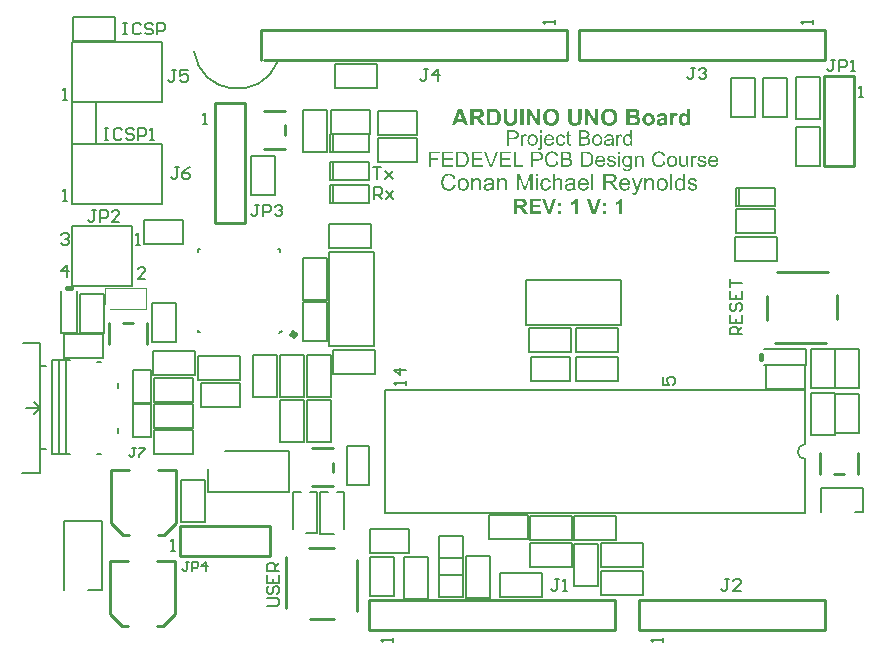
<source format=gto>
G04 Layer_Color=65535*
%FSLAX44Y44*%
%MOMM*%
G71*
G01*
G75*
%ADD36C,0.5000*%
%ADD37C,0.4000*%
%ADD51C,0.2000*%
%ADD52C,0.2540*%
%ADD53C,0.1000*%
%ADD54C,0.1500*%
G36*
X469025Y399059D02*
X469208D01*
X469636Y399038D01*
X470083Y398977D01*
X470571Y398916D01*
X471019Y398815D01*
X471243Y398754D01*
X471426Y398692D01*
X471446D01*
X471466Y398672D01*
X471589Y398611D01*
X471772Y398530D01*
X471996Y398387D01*
X472240Y398204D01*
X472504Y397960D01*
X472748Y397675D01*
X472992Y397350D01*
Y397329D01*
X473013Y397309D01*
X473094Y397187D01*
X473176Y396983D01*
X473298Y396719D01*
X473399Y396414D01*
X473501Y396048D01*
X473562Y395661D01*
X473582Y395234D01*
Y395213D01*
Y395173D01*
Y395091D01*
X473562Y394990D01*
Y394847D01*
X473542Y394705D01*
X473460Y394359D01*
X473338Y393952D01*
X473176Y393525D01*
X472931Y393097D01*
X472769Y392894D01*
X472606Y392691D01*
X472585Y392670D01*
X472565Y392650D01*
X472504Y392589D01*
X472423Y392528D01*
X472321Y392446D01*
X472199Y392365D01*
X472036Y392263D01*
X471874Y392141D01*
X471670Y392039D01*
X471446Y391938D01*
X471202Y391816D01*
X470938Y391714D01*
X470632Y391633D01*
X470327Y391531D01*
X469981Y391470D01*
X469615Y391409D01*
X469656Y391388D01*
X469737Y391348D01*
X469859Y391266D01*
X470022Y391185D01*
X470388Y390961D01*
X470571Y390819D01*
X470734Y390697D01*
X470775Y390656D01*
X470877Y390554D01*
X471039Y390392D01*
X471243Y390188D01*
X471466Y389903D01*
X471731Y389598D01*
X471996Y389232D01*
X472280Y388825D01*
X474701Y385000D01*
X472382D01*
X470531Y387930D01*
Y387950D01*
X470490Y387991D01*
X470449Y388052D01*
X470388Y388133D01*
X470246Y388357D01*
X470063Y388642D01*
X469839Y388947D01*
X469615Y389272D01*
X469391Y389578D01*
X469188Y389863D01*
X469168Y389883D01*
X469106Y389964D01*
X469005Y390086D01*
X468862Y390229D01*
X468557Y390534D01*
X468394Y390676D01*
X468232Y390798D01*
X468211Y390819D01*
X468171Y390839D01*
X468089Y390880D01*
X467967Y390941D01*
X467845Y391002D01*
X467703Y391063D01*
X467377Y391165D01*
X467357D01*
X467316Y391185D01*
X467235D01*
X467133Y391205D01*
X466991Y391226D01*
X466828D01*
X466604Y391246D01*
X464203D01*
Y385000D01*
X462332D01*
Y399079D01*
X468862D01*
X469025Y399059D01*
D02*
G37*
G36*
X520662Y385000D02*
X518932D01*
Y399079D01*
X520662D01*
Y385000D01*
D02*
G37*
G36*
X469410Y414481D02*
X469688Y414462D01*
X469984Y414425D01*
X470299Y414351D01*
X470632Y414277D01*
X470947Y414166D01*
X470965D01*
X470984Y414147D01*
X471076Y414110D01*
X471225Y414036D01*
X471410Y413943D01*
X471613Y413814D01*
X471817Y413666D01*
X472002Y413499D01*
X472169Y413314D01*
X472187Y413295D01*
X472225Y413221D01*
X472299Y413092D01*
X472391Y412944D01*
X472484Y412721D01*
X472576Y412481D01*
X472650Y412203D01*
X472724Y411888D01*
X471188Y411684D01*
Y411721D01*
X471169Y411796D01*
X471132Y411925D01*
X471076Y412092D01*
X470984Y412258D01*
X470873Y412444D01*
X470743Y412629D01*
X470558Y412795D01*
X470539Y412814D01*
X470465Y412851D01*
X470354Y412925D01*
X470188Y412999D01*
X470003Y413073D01*
X469762Y413147D01*
X469465Y413184D01*
X469151Y413203D01*
X468965D01*
X468780Y413184D01*
X468540Y413166D01*
X468299Y413110D01*
X468040Y413055D01*
X467799Y412962D01*
X467595Y412832D01*
X467577Y412814D01*
X467521Y412777D01*
X467447Y412703D01*
X467373Y412592D01*
X467281Y412481D01*
X467206Y412333D01*
X467151Y412166D01*
X467132Y411999D01*
Y411981D01*
Y411944D01*
X467151Y411888D01*
Y411814D01*
X467206Y411629D01*
X467318Y411444D01*
X467336Y411425D01*
X467355Y411407D01*
X467392Y411351D01*
X467466Y411296D01*
X467540Y411240D01*
X467651Y411166D01*
X467780Y411110D01*
X467929Y411036D01*
X467947D01*
X467984Y411018D01*
X468058Y410999D01*
X468188Y410944D01*
X468373Y410888D01*
X468614Y410833D01*
X468762Y410777D01*
X468928Y410740D01*
X469114Y410685D01*
X469317Y410629D01*
X469336D01*
X469391Y410611D01*
X469484Y410592D01*
X469595Y410555D01*
X469725Y410518D01*
X469891Y410481D01*
X470243Y410370D01*
X470632Y410259D01*
X471021Y410129D01*
X471373Y410000D01*
X471521Y409944D01*
X471650Y409888D01*
X471688Y409870D01*
X471762Y409833D01*
X471873Y409777D01*
X472039Y409685D01*
X472206Y409574D01*
X472373Y409426D01*
X472539Y409259D01*
X472687Y409074D01*
X472706Y409055D01*
X472743Y408981D01*
X472817Y408870D01*
X472891Y408703D01*
X472947Y408500D01*
X473021Y408277D01*
X473058Y408018D01*
X473076Y407722D01*
Y407685D01*
Y407592D01*
X473058Y407444D01*
X473021Y407240D01*
X472965Y407018D01*
X472873Y406778D01*
X472761Y406500D01*
X472613Y406241D01*
X472595Y406204D01*
X472521Y406129D01*
X472428Y406000D01*
X472280Y405852D01*
X472076Y405685D01*
X471854Y405500D01*
X471595Y405333D01*
X471280Y405167D01*
X471262D01*
X471243Y405148D01*
X471132Y405111D01*
X470947Y405056D01*
X470706Y404981D01*
X470410Y404907D01*
X470076Y404852D01*
X469725Y404815D01*
X469317Y404796D01*
X469151D01*
X469021Y404815D01*
X468873D01*
X468688Y404833D01*
X468503Y404852D01*
X468299Y404889D01*
X467854Y404981D01*
X467392Y405111D01*
X466947Y405296D01*
X466744Y405407D01*
X466558Y405537D01*
X466540Y405555D01*
X466521Y405574D01*
X466410Y405685D01*
X466244Y405852D01*
X466058Y406111D01*
X465855Y406426D01*
X465651Y406796D01*
X465484Y407259D01*
X465355Y407777D01*
X466910Y408018D01*
Y408000D01*
Y407981D01*
X466947Y407870D01*
X466984Y407685D01*
X467058Y407481D01*
X467151Y407259D01*
X467262Y407018D01*
X467429Y406778D01*
X467632Y406574D01*
X467669Y406555D01*
X467743Y406500D01*
X467892Y406426D01*
X468077Y406333D01*
X468317Y406241D01*
X468595Y406166D01*
X468928Y406111D01*
X469317Y406092D01*
X469502D01*
X469688Y406111D01*
X469928Y406148D01*
X470188Y406204D01*
X470465Y406278D01*
X470706Y406370D01*
X470928Y406518D01*
X470947Y406537D01*
X471021Y406592D01*
X471095Y406685D01*
X471206Y406815D01*
X471299Y406963D01*
X471391Y407148D01*
X471447Y407333D01*
X471465Y407555D01*
Y407574D01*
Y407648D01*
X471447Y407741D01*
X471410Y407870D01*
X471354Y408000D01*
X471262Y408129D01*
X471151Y408277D01*
X470984Y408388D01*
X470965Y408407D01*
X470910Y408426D01*
X470817Y408481D01*
X470669Y408537D01*
X470447Y408611D01*
X470317Y408666D01*
X470169Y408703D01*
X470003Y408759D01*
X469817Y408814D01*
X469614Y408870D01*
X469373Y408926D01*
X469354D01*
X469299Y408944D01*
X469206Y408963D01*
X469095Y409000D01*
X468947Y409037D01*
X468780Y409092D01*
X468429Y409185D01*
X468021Y409314D01*
X467632Y409426D01*
X467262Y409555D01*
X467095Y409629D01*
X466966Y409685D01*
X466929Y409703D01*
X466855Y409740D01*
X466744Y409814D01*
X466595Y409907D01*
X466429Y410037D01*
X466262Y410185D01*
X466096Y410351D01*
X465947Y410555D01*
X465929Y410574D01*
X465892Y410648D01*
X465836Y410777D01*
X465781Y410925D01*
X465725Y411110D01*
X465670Y411333D01*
X465633Y411555D01*
X465614Y411814D01*
Y411851D01*
Y411925D01*
X465633Y412036D01*
X465651Y412203D01*
X465688Y412370D01*
X465725Y412573D01*
X465799Y412758D01*
X465892Y412962D01*
X465910Y412981D01*
X465947Y413055D01*
X466003Y413147D01*
X466096Y413277D01*
X466207Y413406D01*
X466336Y413573D01*
X466484Y413721D01*
X466670Y413851D01*
X466688Y413870D01*
X466744Y413888D01*
X466818Y413943D01*
X466929Y413999D01*
X467077Y414073D01*
X467243Y414147D01*
X467447Y414221D01*
X467669Y414295D01*
X467706Y414314D01*
X467780Y414332D01*
X467910Y414369D01*
X468077Y414406D01*
X468280Y414444D01*
X468503Y414462D01*
X468762Y414499D01*
X469206D01*
X469410Y414481D01*
D02*
G37*
G36*
X453929Y385000D02*
X452200D01*
Y399079D01*
X453929D01*
Y385000D01*
D02*
G37*
G36*
X546069Y414481D02*
X546346Y414462D01*
X546643Y414425D01*
X546958Y414351D01*
X547291Y414277D01*
X547606Y414166D01*
X547624D01*
X547643Y414147D01*
X547735Y414110D01*
X547883Y414036D01*
X548068Y413943D01*
X548272Y413814D01*
X548476Y413666D01*
X548661Y413499D01*
X548828Y413314D01*
X548846Y413295D01*
X548883Y413221D01*
X548957Y413092D01*
X549050Y412944D01*
X549142Y412721D01*
X549235Y412481D01*
X549309Y412203D01*
X549383Y411888D01*
X547846Y411684D01*
Y411721D01*
X547828Y411796D01*
X547791Y411925D01*
X547735Y412092D01*
X547643Y412258D01*
X547532Y412444D01*
X547402Y412629D01*
X547217Y412795D01*
X547198Y412814D01*
X547124Y412851D01*
X547013Y412925D01*
X546846Y412999D01*
X546661Y413073D01*
X546421Y413147D01*
X546124Y413184D01*
X545809Y413203D01*
X545624D01*
X545439Y413184D01*
X545198Y413166D01*
X544958Y413110D01*
X544698Y413055D01*
X544458Y412962D01*
X544254Y412832D01*
X544235Y412814D01*
X544180Y412777D01*
X544106Y412703D01*
X544032Y412592D01*
X543939Y412481D01*
X543865Y412333D01*
X543810Y412166D01*
X543791Y411999D01*
Y411981D01*
Y411944D01*
X543810Y411888D01*
Y411814D01*
X543865Y411629D01*
X543976Y411444D01*
X543995Y411425D01*
X544013Y411407D01*
X544050Y411351D01*
X544124Y411296D01*
X544198Y411240D01*
X544310Y411166D01*
X544439Y411110D01*
X544587Y411036D01*
X544606D01*
X544643Y411018D01*
X544717Y410999D01*
X544847Y410944D01*
X545032Y410888D01*
X545272Y410833D01*
X545421Y410777D01*
X545587Y410740D01*
X545772Y410685D01*
X545976Y410629D01*
X545995D01*
X546050Y410611D01*
X546143Y410592D01*
X546254Y410555D01*
X546383Y410518D01*
X546550Y410481D01*
X546902Y410370D01*
X547291Y410259D01*
X547680Y410129D01*
X548031Y410000D01*
X548180Y409944D01*
X548309Y409888D01*
X548346Y409870D01*
X548420Y409833D01*
X548531Y409777D01*
X548698Y409685D01*
X548865Y409574D01*
X549031Y409426D01*
X549198Y409259D01*
X549346Y409074D01*
X549365Y409055D01*
X549402Y408981D01*
X549476Y408870D01*
X549550Y408703D01*
X549605Y408500D01*
X549679Y408277D01*
X549716Y408018D01*
X549735Y407722D01*
Y407685D01*
Y407592D01*
X549716Y407444D01*
X549679Y407240D01*
X549624Y407018D01*
X549531Y406778D01*
X549420Y406500D01*
X549272Y406241D01*
X549254Y406204D01*
X549179Y406129D01*
X549087Y406000D01*
X548939Y405852D01*
X548735Y405685D01*
X548513Y405500D01*
X548254Y405333D01*
X547939Y405167D01*
X547920D01*
X547902Y405148D01*
X547791Y405111D01*
X547606Y405056D01*
X547365Y404981D01*
X547069Y404907D01*
X546735Y404852D01*
X546383Y404815D01*
X545976Y404796D01*
X545809D01*
X545680Y404815D01*
X545532D01*
X545346Y404833D01*
X545161Y404852D01*
X544958Y404889D01*
X544513Y404981D01*
X544050Y405111D01*
X543606Y405296D01*
X543402Y405407D01*
X543217Y405537D01*
X543199Y405555D01*
X543180Y405574D01*
X543069Y405685D01*
X542902Y405852D01*
X542717Y406111D01*
X542514Y406426D01*
X542310Y406796D01*
X542143Y407259D01*
X542014Y407777D01*
X543569Y408018D01*
Y408000D01*
Y407981D01*
X543606Y407870D01*
X543643Y407685D01*
X543717Y407481D01*
X543810Y407259D01*
X543921Y407018D01*
X544087Y406778D01*
X544291Y406574D01*
X544328Y406555D01*
X544402Y406500D01*
X544550Y406426D01*
X544735Y406333D01*
X544976Y406241D01*
X545254Y406166D01*
X545587Y406111D01*
X545976Y406092D01*
X546161D01*
X546346Y406111D01*
X546587Y406148D01*
X546846Y406204D01*
X547124Y406278D01*
X547365Y406370D01*
X547587Y406518D01*
X547606Y406537D01*
X547680Y406592D01*
X547754Y406685D01*
X547865Y406815D01*
X547957Y406963D01*
X548050Y407148D01*
X548106Y407333D01*
X548124Y407555D01*
Y407574D01*
Y407648D01*
X548106Y407741D01*
X548068Y407870D01*
X548013Y408000D01*
X547920Y408129D01*
X547809Y408277D01*
X547643Y408388D01*
X547624Y408407D01*
X547569Y408426D01*
X547476Y408481D01*
X547328Y408537D01*
X547106Y408611D01*
X546976Y408666D01*
X546828Y408703D01*
X546661Y408759D01*
X546476Y408814D01*
X546272Y408870D01*
X546032Y408926D01*
X546013D01*
X545958Y408944D01*
X545865Y408963D01*
X545754Y409000D01*
X545606Y409037D01*
X545439Y409092D01*
X545087Y409185D01*
X544680Y409314D01*
X544291Y409426D01*
X543921Y409555D01*
X543754Y409629D01*
X543624Y409685D01*
X543587Y409703D01*
X543513Y409740D01*
X543402Y409814D01*
X543254Y409907D01*
X543088Y410037D01*
X542921Y410185D01*
X542754Y410351D01*
X542606Y410555D01*
X542588Y410574D01*
X542551Y410648D01*
X542495Y410777D01*
X542439Y410925D01*
X542384Y411110D01*
X542328Y411333D01*
X542291Y411555D01*
X542273Y411814D01*
Y411851D01*
Y411925D01*
X542291Y412036D01*
X542310Y412203D01*
X542347Y412370D01*
X542384Y412573D01*
X542458Y412758D01*
X542551Y412962D01*
X542569Y412981D01*
X542606Y413055D01*
X542662Y413147D01*
X542754Y413277D01*
X542865Y413406D01*
X542995Y413573D01*
X543143Y413721D01*
X543328Y413851D01*
X543347Y413870D01*
X543402Y413888D01*
X543476Y413943D01*
X543587Y413999D01*
X543736Y414073D01*
X543902Y414147D01*
X544106Y414221D01*
X544328Y414295D01*
X544365Y414314D01*
X544439Y414332D01*
X544569Y414369D01*
X544735Y414406D01*
X544939Y414444D01*
X545161Y414462D01*
X545421Y414499D01*
X545865D01*
X546069Y414481D01*
D02*
G37*
G36*
X448560Y417795D02*
X448931Y417776D01*
X449301Y417739D01*
X449671Y417684D01*
X449986Y417628D01*
X450005D01*
X450042Y417610D01*
X450097D01*
X450171Y417573D01*
X450375Y417517D01*
X450634Y417425D01*
X450930Y417295D01*
X451245Y417128D01*
X451560Y416943D01*
X451856Y416702D01*
X451875Y416684D01*
X451893Y416665D01*
X451949Y416610D01*
X452023Y416554D01*
X452208Y416369D01*
X452430Y416110D01*
X452671Y415795D01*
X452930Y415425D01*
X453171Y414999D01*
X453375Y414518D01*
Y414499D01*
X453393Y414462D01*
X453430Y414388D01*
X453449Y414277D01*
X453504Y414147D01*
X453541Y413999D01*
X453578Y413832D01*
X453634Y413629D01*
X453689Y413425D01*
X453726Y413184D01*
X453819Y412666D01*
X453875Y412092D01*
X453893Y411462D01*
Y411444D01*
Y411407D01*
Y411314D01*
Y411222D01*
X453875Y411092D01*
Y410944D01*
X453856Y410592D01*
X453800Y410185D01*
X453745Y409759D01*
X453652Y409314D01*
X453541Y408870D01*
Y408852D01*
X453523Y408814D01*
X453504Y408759D01*
X453486Y408685D01*
X453412Y408481D01*
X453301Y408222D01*
X453189Y407926D01*
X453041Y407629D01*
X452856Y407315D01*
X452671Y407018D01*
X452652Y406981D01*
X452578Y406889D01*
X452467Y406759D01*
X452319Y406592D01*
X452152Y406407D01*
X451949Y406222D01*
X451745Y406018D01*
X451504Y405852D01*
X451467Y405833D01*
X451393Y405778D01*
X451264Y405704D01*
X451078Y405611D01*
X450856Y405500D01*
X450597Y405407D01*
X450301Y405296D01*
X449967Y405204D01*
X449930D01*
X449875Y405185D01*
X449819Y405167D01*
X449634Y405148D01*
X449375Y405111D01*
X449079Y405074D01*
X448727Y405037D01*
X448338Y405019D01*
X447912Y405000D01*
X443302D01*
Y417813D01*
X448227D01*
X448560Y417795D01*
D02*
G37*
G36*
X431469D02*
X431618D01*
X431951Y417758D01*
X432321Y417721D01*
X432710Y417647D01*
X433099Y417554D01*
X433451Y417425D01*
X433469D01*
X433488Y417406D01*
X433599Y417351D01*
X433765Y417258D01*
X433951Y417128D01*
X434173Y416962D01*
X434414Y416758D01*
X434636Y416499D01*
X434839Y416221D01*
X434858Y416184D01*
X434913Y416073D01*
X435006Y415925D01*
X435099Y415703D01*
X435191Y415443D01*
X435284Y415166D01*
X435339Y414851D01*
X435358Y414536D01*
Y414499D01*
Y414406D01*
X435339Y414240D01*
X435302Y414036D01*
X435247Y413795D01*
X435154Y413536D01*
X435043Y413277D01*
X434895Y412999D01*
X434877Y412962D01*
X434821Y412888D01*
X434710Y412740D01*
X434562Y412592D01*
X434376Y412407D01*
X434154Y412203D01*
X433877Y412018D01*
X433562Y411833D01*
X433580D01*
X433617Y411814D01*
X433673Y411796D01*
X433747Y411759D01*
X433969Y411684D01*
X434228Y411555D01*
X434506Y411388D01*
X434821Y411185D01*
X435099Y410944D01*
X435358Y410648D01*
X435376Y410611D01*
X435451Y410499D01*
X435562Y410333D01*
X435673Y410111D01*
X435784Y409814D01*
X435895Y409500D01*
X435969Y409129D01*
X435988Y408722D01*
Y408703D01*
Y408685D01*
Y408574D01*
X435969Y408388D01*
X435932Y408166D01*
X435895Y407907D01*
X435821Y407629D01*
X435728Y407333D01*
X435599Y407037D01*
X435580Y407000D01*
X435525Y406907D01*
X435451Y406778D01*
X435339Y406592D01*
X435191Y406407D01*
X435043Y406204D01*
X434858Y406000D01*
X434654Y405833D01*
X434636Y405815D01*
X434562Y405759D01*
X434432Y405685D01*
X434265Y405611D01*
X434062Y405500D01*
X433821Y405389D01*
X433562Y405296D01*
X433247Y405204D01*
X433210D01*
X433099Y405167D01*
X432914Y405148D01*
X432673Y405111D01*
X432377Y405074D01*
X432025Y405037D01*
X431636Y405019D01*
X431192Y405000D01*
X426303D01*
Y417813D01*
X431340D01*
X431469Y417795D01*
D02*
G37*
G36*
X476520Y405000D02*
X474946D01*
Y414295D01*
X476520D01*
Y405000D01*
D02*
G37*
G36*
X368087D02*
X366310D01*
X361347Y417813D01*
X363199D01*
X366532Y408500D01*
Y408481D01*
X366550Y408444D01*
X366569Y408388D01*
X366606Y408315D01*
X366624Y408203D01*
X366661Y408092D01*
X366754Y407814D01*
X366865Y407500D01*
X366976Y407148D01*
X367198Y406407D01*
Y406426D01*
X367217Y406463D01*
X367235Y406518D01*
X367254Y406592D01*
X367309Y406796D01*
X367402Y407074D01*
X367495Y407389D01*
X367606Y407741D01*
X367735Y408111D01*
X367883Y408500D01*
X371365Y417813D01*
X373087D01*
X368087Y405000D01*
D02*
G37*
G36*
X534218D02*
X532811D01*
Y406352D01*
X532792Y406333D01*
X532755Y406278D01*
X532700Y406204D01*
X532607Y406111D01*
X532496Y406000D01*
X532366Y405852D01*
X532218Y405722D01*
X532033Y405574D01*
X531829Y405426D01*
X531607Y405296D01*
X531367Y405167D01*
X531107Y405037D01*
X530811Y404944D01*
X530515Y404870D01*
X530181Y404815D01*
X529848Y404796D01*
X529719D01*
X529552Y404815D01*
X529348Y404833D01*
X529108Y404870D01*
X528848Y404926D01*
X528589Y405000D01*
X528311Y405111D01*
X528274Y405130D01*
X528200Y405167D01*
X528070Y405241D01*
X527922Y405333D01*
X527737Y405444D01*
X527571Y405574D01*
X527404Y405722D01*
X527256Y405889D01*
X527237Y405907D01*
X527200Y405981D01*
X527145Y406074D01*
X527071Y406222D01*
X526978Y406389D01*
X526904Y406592D01*
X526830Y406815D01*
X526774Y407055D01*
Y407074D01*
X526756Y407148D01*
X526737Y407259D01*
Y407407D01*
X526719Y407629D01*
X526700Y407870D01*
X526682Y408185D01*
Y408537D01*
Y414295D01*
X528256D01*
Y409129D01*
Y409111D01*
Y409074D01*
Y409018D01*
Y408926D01*
Y408722D01*
X528274Y408463D01*
Y408185D01*
X528293Y407907D01*
X528311Y407666D01*
X528348Y407463D01*
Y407444D01*
X528385Y407370D01*
X528422Y407259D01*
X528478Y407111D01*
X528571Y406963D01*
X528682Y406796D01*
X528811Y406648D01*
X528978Y406500D01*
X528996Y406481D01*
X529070Y406444D01*
X529163Y406389D01*
X529311Y406333D01*
X529478Y406259D01*
X529682Y406204D01*
X529904Y406166D01*
X530163Y406148D01*
X530293D01*
X530422Y406166D01*
X530589Y406185D01*
X530793Y406241D01*
X531015Y406296D01*
X531255Y406389D01*
X531496Y406500D01*
X531533Y406518D01*
X531607Y406574D01*
X531718Y406648D01*
X531848Y406759D01*
X531996Y406907D01*
X532144Y407074D01*
X532274Y407259D01*
X532385Y407481D01*
X532403Y407518D01*
X532422Y407592D01*
X532459Y407741D01*
X532514Y407944D01*
X532570Y408203D01*
X532607Y408518D01*
X532626Y408889D01*
X532644Y409314D01*
Y414295D01*
X534218D01*
Y405000D01*
D02*
G37*
G36*
X410219Y422519D02*
Y422500D01*
Y422444D01*
Y422352D01*
Y422241D01*
X410201Y422093D01*
Y421945D01*
X410164Y421574D01*
X410108Y421185D01*
X410034Y420778D01*
X409923Y420426D01*
X409849Y420260D01*
X409775Y420130D01*
Y420111D01*
X409756Y420093D01*
X409664Y420000D01*
X409516Y419852D01*
X409330Y419686D01*
X409071Y419519D01*
X408738Y419389D01*
X408349Y419278D01*
X408127Y419260D01*
X407886Y419241D01*
X407775D01*
X407664Y419260D01*
X407497D01*
X407312Y419278D01*
X407108Y419315D01*
X406664Y419426D01*
X406960Y420760D01*
X406979D01*
X407034Y420741D01*
X407127Y420723D01*
X407220Y420704D01*
X407460Y420648D01*
X407571Y420630D01*
X407757D01*
X407849Y420648D01*
X407960Y420667D01*
X408071Y420704D01*
X408182Y420778D01*
X408312Y420852D01*
X408405Y420963D01*
X408423Y420982D01*
X408442Y421037D01*
X408479Y421130D01*
X408534Y421278D01*
X408571Y421482D01*
X408590Y421630D01*
X408608Y421759D01*
X408627Y421926D01*
Y422130D01*
X408645Y422333D01*
Y422556D01*
Y432295D01*
X410219D01*
Y422519D01*
D02*
G37*
G36*
X476520Y416017D02*
X474946D01*
Y417813D01*
X476520D01*
Y416017D01*
D02*
G37*
G36*
X402775Y432481D02*
X402942Y432462D01*
X403127Y432425D01*
X403331Y432388D01*
X403572Y432351D01*
X404072Y432184D01*
X404331Y432092D01*
X404590Y431962D01*
X404849Y431832D01*
X405109Y431647D01*
X405349Y431462D01*
X405590Y431240D01*
X405609Y431221D01*
X405646Y431184D01*
X405701Y431110D01*
X405775Y431018D01*
X405868Y430888D01*
X405979Y430721D01*
X406090Y430536D01*
X406201Y430333D01*
X406312Y430110D01*
X406423Y429833D01*
X406534Y429555D01*
X406627Y429240D01*
X406701Y428907D01*
X406757Y428555D01*
X406794Y428185D01*
X406812Y427777D01*
Y427759D01*
Y427703D01*
Y427611D01*
Y427481D01*
X406794Y427333D01*
X406775Y427148D01*
Y426963D01*
X406738Y426759D01*
X406683Y426296D01*
X406571Y425833D01*
X406442Y425370D01*
X406257Y424944D01*
Y424926D01*
X406238Y424907D01*
X406201Y424852D01*
X406164Y424778D01*
X406034Y424592D01*
X405868Y424370D01*
X405646Y424111D01*
X405368Y423852D01*
X405053Y423592D01*
X404683Y423352D01*
X404664D01*
X404646Y423333D01*
X404590Y423296D01*
X404498Y423259D01*
X404405Y423222D01*
X404294Y423185D01*
X404016Y423074D01*
X403701Y422981D01*
X403312Y422889D01*
X402905Y422815D01*
X402461Y422796D01*
X402276D01*
X402127Y422815D01*
X401961Y422833D01*
X401776Y422870D01*
X401553Y422907D01*
X401331Y422944D01*
X400831Y423093D01*
X400554Y423204D01*
X400294Y423315D01*
X400035Y423463D01*
X399776Y423630D01*
X399535Y423815D01*
X399294Y424037D01*
X399276Y424055D01*
X399239Y424092D01*
X399183Y424166D01*
X399109Y424278D01*
X399017Y424407D01*
X398924Y424555D01*
X398813Y424741D01*
X398702Y424963D01*
X398591Y425204D01*
X398480Y425481D01*
X398387Y425778D01*
X398294Y426092D01*
X398220Y426444D01*
X398165Y426814D01*
X398128Y427222D01*
X398109Y427648D01*
Y427685D01*
Y427759D01*
X398128Y427888D01*
Y428074D01*
X398146Y428277D01*
X398183Y428536D01*
X398220Y428796D01*
X398294Y429092D01*
X398369Y429388D01*
X398461Y429703D01*
X398572Y430036D01*
X398720Y430351D01*
X398868Y430647D01*
X399072Y430944D01*
X399276Y431221D01*
X399535Y431462D01*
X399554Y431481D01*
X399591Y431499D01*
X399665Y431555D01*
X399757Y431629D01*
X399868Y431703D01*
X400017Y431795D01*
X400165Y431888D01*
X400350Y431981D01*
X400554Y432073D01*
X400776Y432166D01*
X401276Y432332D01*
X401850Y432462D01*
X402146Y432481D01*
X402461Y432499D01*
X402646D01*
X402775Y432481D01*
D02*
G37*
G36*
X457548D02*
X457714Y432462D01*
X457899Y432425D01*
X458103Y432388D01*
X458344Y432351D01*
X458844Y432184D01*
X459103Y432092D01*
X459362Y431962D01*
X459622Y431832D01*
X459881Y431647D01*
X460121Y431462D01*
X460362Y431240D01*
X460381Y431221D01*
X460418Y431184D01*
X460473Y431110D01*
X460547Y431018D01*
X460640Y430888D01*
X460751Y430721D01*
X460862Y430536D01*
X460973Y430333D01*
X461084Y430110D01*
X461195Y429833D01*
X461306Y429555D01*
X461399Y429240D01*
X461473Y428907D01*
X461529Y428555D01*
X461566Y428185D01*
X461584Y427777D01*
Y427759D01*
Y427703D01*
Y427611D01*
Y427481D01*
X461566Y427333D01*
X461547Y427148D01*
Y426963D01*
X461510Y426759D01*
X461455Y426296D01*
X461343Y425833D01*
X461214Y425370D01*
X461029Y424944D01*
Y424926D01*
X461010Y424907D01*
X460973Y424852D01*
X460936Y424778D01*
X460807Y424592D01*
X460640Y424370D01*
X460418Y424111D01*
X460140Y423852D01*
X459825Y423592D01*
X459455Y423352D01*
X459436D01*
X459418Y423333D01*
X459362Y423296D01*
X459270Y423259D01*
X459177Y423222D01*
X459066Y423185D01*
X458788Y423074D01*
X458474Y422981D01*
X458085Y422889D01*
X457677Y422815D01*
X457233Y422796D01*
X457048D01*
X456899Y422815D01*
X456733Y422833D01*
X456548Y422870D01*
X456325Y422907D01*
X456103Y422944D01*
X455603Y423093D01*
X455326Y423204D01*
X455066Y423315D01*
X454807Y423463D01*
X454548Y423630D01*
X454307Y423815D01*
X454067Y424037D01*
X454048Y424055D01*
X454011Y424092D01*
X453955Y424166D01*
X453881Y424278D01*
X453789Y424407D01*
X453696Y424555D01*
X453585Y424741D01*
X453474Y424963D01*
X453363Y425204D01*
X453252Y425481D01*
X453159Y425778D01*
X453067Y426092D01*
X452993Y426444D01*
X452937Y426814D01*
X452900Y427222D01*
X452881Y427648D01*
Y427685D01*
Y427759D01*
X452900Y427888D01*
Y428074D01*
X452919Y428277D01*
X452956Y428536D01*
X452993Y428796D01*
X453067Y429092D01*
X453141Y429388D01*
X453233Y429703D01*
X453344Y430036D01*
X453493Y430351D01*
X453641Y430647D01*
X453844Y430944D01*
X454048Y431221D01*
X454307Y431462D01*
X454326Y431481D01*
X454363Y431499D01*
X454437Y431555D01*
X454529Y431629D01*
X454641Y431703D01*
X454789Y431795D01*
X454937Y431888D01*
X455122Y431981D01*
X455326Y432073D01*
X455548Y432166D01*
X456048Y432332D01*
X456622Y432462D01*
X456918Y432481D01*
X457233Y432499D01*
X457418D01*
X457548Y432481D01*
D02*
G37*
G36*
X416756D02*
X416904Y432462D01*
X417089Y432425D01*
X417293Y432388D01*
X417533Y432332D01*
X417756Y432277D01*
X418015Y432184D01*
X418255Y432092D01*
X418515Y431962D01*
X418774Y431814D01*
X419033Y431647D01*
X419274Y431444D01*
X419496Y431221D01*
X419515Y431203D01*
X419552Y431166D01*
X419607Y431092D01*
X419681Y430981D01*
X419774Y430851D01*
X419866Y430703D01*
X419977Y430518D01*
X420089Y430295D01*
X420200Y430055D01*
X420311Y429796D01*
X420403Y429499D01*
X420496Y429184D01*
X420570Y428833D01*
X420625Y428462D01*
X420663Y428074D01*
X420681Y427648D01*
Y427629D01*
Y427555D01*
Y427425D01*
X420663Y427240D01*
X413719D01*
Y427222D01*
Y427166D01*
X413737Y427092D01*
Y426981D01*
X413756Y426851D01*
X413793Y426703D01*
X413848Y426370D01*
X413960Y426000D01*
X414108Y425592D01*
X414311Y425222D01*
X414571Y424889D01*
X414589D01*
X414608Y424852D01*
X414719Y424759D01*
X414885Y424630D01*
X415108Y424500D01*
X415404Y424352D01*
X415737Y424222D01*
X416107Y424129D01*
X416311Y424111D01*
X416533Y424092D01*
X416682D01*
X416848Y424111D01*
X417052Y424148D01*
X417274Y424204D01*
X417533Y424278D01*
X417774Y424389D01*
X418015Y424537D01*
X418033Y424555D01*
X418126Y424630D01*
X418237Y424741D01*
X418367Y424889D01*
X418515Y425092D01*
X418681Y425352D01*
X418848Y425648D01*
X418996Y426000D01*
X420625Y425796D01*
Y425778D01*
X420607Y425740D01*
X420588Y425666D01*
X420551Y425555D01*
X420496Y425444D01*
X420440Y425296D01*
X420292Y424981D01*
X420107Y424630D01*
X419848Y424259D01*
X419552Y423907D01*
X419181Y423574D01*
X419163D01*
X419126Y423537D01*
X419070Y423500D01*
X418996Y423444D01*
X418885Y423389D01*
X418774Y423333D01*
X418626Y423259D01*
X418459Y423185D01*
X418274Y423111D01*
X418089Y423037D01*
X417626Y422926D01*
X417107Y422833D01*
X416533Y422796D01*
X416330D01*
X416200Y422815D01*
X416033Y422833D01*
X415830Y422870D01*
X415607Y422907D01*
X415367Y422944D01*
X414848Y423093D01*
X414571Y423204D01*
X414311Y423315D01*
X414034Y423463D01*
X413774Y423630D01*
X413534Y423815D01*
X413293Y424037D01*
X413274Y424055D01*
X413237Y424092D01*
X413182Y424166D01*
X413108Y424278D01*
X413015Y424407D01*
X412923Y424555D01*
X412812Y424741D01*
X412700Y424944D01*
X412589Y425185D01*
X412478Y425444D01*
X412386Y425740D01*
X412293Y426055D01*
X412219Y426389D01*
X412163Y426759D01*
X412126Y427148D01*
X412108Y427555D01*
Y427574D01*
Y427666D01*
Y427777D01*
X412126Y427944D01*
X412145Y428148D01*
X412163Y428370D01*
X412201Y428629D01*
X412256Y428888D01*
X412404Y429481D01*
X412497Y429777D01*
X412608Y430092D01*
X412756Y430388D01*
X412923Y430666D01*
X413108Y430944D01*
X413312Y431203D01*
X413330Y431221D01*
X413367Y431258D01*
X413441Y431314D01*
X413534Y431407D01*
X413645Y431499D01*
X413793Y431610D01*
X413960Y431740D01*
X414163Y431851D01*
X414367Y431981D01*
X414608Y432092D01*
X414867Y432203D01*
X415145Y432295D01*
X415441Y432388D01*
X415756Y432444D01*
X416089Y432481D01*
X416441Y432499D01*
X416626D01*
X416756Y432481D01*
D02*
G37*
G36*
X540384Y414481D02*
X540588Y414444D01*
X540829Y414369D01*
X541088Y414277D01*
X541384Y414147D01*
X541699Y413981D01*
X541125Y412536D01*
X541106Y412555D01*
X541032Y412592D01*
X540921Y412647D01*
X540773Y412703D01*
X540606Y412758D01*
X540403Y412814D01*
X540199Y412851D01*
X539995Y412870D01*
X539903D01*
X539810Y412851D01*
X539680Y412832D01*
X539551Y412795D01*
X539384Y412740D01*
X539217Y412666D01*
X539069Y412555D01*
X539051Y412536D01*
X538995Y412499D01*
X538940Y412425D01*
X538847Y412333D01*
X538755Y412203D01*
X538662Y412055D01*
X538569Y411888D01*
X538495Y411684D01*
X538477Y411647D01*
X538458Y411536D01*
X538421Y411370D01*
X538366Y411147D01*
X538310Y410870D01*
X538273Y410555D01*
X538255Y410222D01*
X538236Y409851D01*
Y405000D01*
X536662D01*
Y414295D01*
X538088D01*
Y412888D01*
X538106Y412907D01*
X538181Y413036D01*
X538273Y413203D01*
X538421Y413406D01*
X538569Y413610D01*
X538736Y413832D01*
X538903Y414018D01*
X539069Y414166D01*
X539088Y414184D01*
X539143Y414221D01*
X539254Y414277D01*
X539366Y414332D01*
X539514Y414388D01*
X539699Y414444D01*
X539884Y414481D01*
X540088Y414499D01*
X540217D01*
X540384Y414481D01*
D02*
G37*
G36*
X435109Y395417D02*
X435415Y395396D01*
X435760Y395356D01*
X436106Y395295D01*
X436452Y395213D01*
X436778Y395112D01*
X436818Y395091D01*
X436920Y395051D01*
X437062Y394990D01*
X437246Y394908D01*
X437449Y394786D01*
X437653Y394664D01*
X437836Y394501D01*
X437998Y394338D01*
X438019Y394318D01*
X438059Y394257D01*
X438120Y394155D01*
X438202Y394033D01*
X438303Y393850D01*
X438385Y393667D01*
X438466Y393443D01*
X438527Y393179D01*
Y393158D01*
X438548Y393097D01*
X438568Y392975D01*
X438588Y392813D01*
Y392589D01*
X438609Y392324D01*
X438629Y391978D01*
Y391592D01*
Y389272D01*
Y389252D01*
Y389171D01*
Y389049D01*
Y388886D01*
Y388703D01*
Y388479D01*
X438649Y387991D01*
Y387482D01*
X438670Y386973D01*
X438690Y386750D01*
Y386546D01*
X438711Y386363D01*
X438731Y386221D01*
Y386200D01*
X438751Y386119D01*
X438772Y385997D01*
X438833Y385834D01*
X438873Y385651D01*
X438955Y385448D01*
X439056Y385224D01*
X439158Y385000D01*
X437347D01*
X437327Y385020D01*
X437307Y385102D01*
X437266Y385203D01*
X437205Y385366D01*
X437144Y385549D01*
X437103Y385773D01*
X437062Y386017D01*
X437022Y386282D01*
X437001D01*
X436981Y386241D01*
X436859Y386139D01*
X436676Y385997D01*
X436432Y385814D01*
X436127Y385631D01*
X435821Y385427D01*
X435496Y385244D01*
X435150Y385102D01*
X435109Y385081D01*
X434987Y385061D01*
X434804Y385000D01*
X434580Y384939D01*
X434296Y384878D01*
X433970Y384837D01*
X433604Y384796D01*
X433237Y384776D01*
X433075D01*
X432953Y384796D01*
X432810D01*
X432648Y384817D01*
X432281Y384878D01*
X431874Y384980D01*
X431427Y385122D01*
X431020Y385326D01*
X430654Y385590D01*
X430613Y385631D01*
X430511Y385732D01*
X430369Y385915D01*
X430206Y386160D01*
X430043Y386465D01*
X429901Y386811D01*
X429799Y387238D01*
X429779Y387441D01*
X429758Y387686D01*
Y387726D01*
Y387808D01*
X429779Y387950D01*
X429799Y388133D01*
X429840Y388357D01*
X429901Y388581D01*
X429982Y388825D01*
X430084Y389049D01*
X430104Y389069D01*
X430145Y389151D01*
X430226Y389272D01*
X430328Y389415D01*
X430450Y389578D01*
X430613Y389740D01*
X430776Y389903D01*
X430979Y390046D01*
X430999Y390066D01*
X431081Y390107D01*
X431183Y390188D01*
X431345Y390270D01*
X431529Y390351D01*
X431752Y390453D01*
X431976Y390534D01*
X432241Y390615D01*
X432261D01*
X432342Y390636D01*
X432464Y390676D01*
X432627Y390697D01*
X432831Y390737D01*
X433095Y390778D01*
X433400Y390839D01*
X433767Y390880D01*
X433787D01*
X433868Y390900D01*
X433970D01*
X434112Y390920D01*
X434275Y390941D01*
X434479Y390981D01*
X434702Y391002D01*
X434947Y391043D01*
X435435Y391144D01*
X435964Y391246D01*
X436432Y391368D01*
X436656Y391429D01*
X436859Y391490D01*
Y391511D01*
Y391551D01*
X436879Y391673D01*
Y391816D01*
Y391897D01*
Y391938D01*
Y391958D01*
Y391978D01*
Y392100D01*
X436859Y392304D01*
X436818Y392528D01*
X436757Y392772D01*
X436656Y393016D01*
X436534Y393240D01*
X436371Y393423D01*
X436350Y393443D01*
X436249Y393525D01*
X436086Y393606D01*
X435882Y393728D01*
X435598Y393830D01*
X435272Y393932D01*
X434865Y393993D01*
X434397Y394013D01*
X434194D01*
X433990Y393993D01*
X433705Y393952D01*
X433421Y393911D01*
X433116Y393830D01*
X432831Y393728D01*
X432587Y393586D01*
X432566Y393565D01*
X432485Y393504D01*
X432383Y393403D01*
X432261Y393240D01*
X432139Y393036D01*
X431996Y392772D01*
X431874Y392446D01*
X431752Y392080D01*
X430064Y392304D01*
Y392324D01*
X430084Y392345D01*
Y392406D01*
X430104Y392487D01*
X430165Y392670D01*
X430247Y392935D01*
X430349Y393199D01*
X430471Y393484D01*
X430633Y393769D01*
X430816Y394033D01*
X430837Y394054D01*
X430918Y394135D01*
X431040Y394257D01*
X431203Y394420D01*
X431427Y394583D01*
X431691Y394745D01*
X431996Y394929D01*
X432342Y395071D01*
X432363D01*
X432383Y395091D01*
X432444Y395112D01*
X432525Y395132D01*
X432729Y395193D01*
X433014Y395254D01*
X433339Y395315D01*
X433746Y395376D01*
X434173Y395417D01*
X434662Y395437D01*
X434885D01*
X435109Y395417D01*
D02*
G37*
G36*
X493537Y414481D02*
X493741Y414462D01*
X493982Y414425D01*
X494241Y414369D01*
X494518Y414295D01*
X494778Y414184D01*
X494815Y414166D01*
X494889Y414129D01*
X495018Y414073D01*
X495167Y413981D01*
X495352Y413870D01*
X495518Y413721D01*
X495685Y413573D01*
X495833Y413388D01*
X495852Y413369D01*
X495889Y413295D01*
X495944Y413203D01*
X496037Y413073D01*
X496111Y412888D01*
X496185Y412703D01*
X496278Y412481D01*
X496333Y412240D01*
Y412221D01*
X496352Y412147D01*
X496370Y412036D01*
X496389Y411888D01*
Y411666D01*
X496407Y411407D01*
X496426Y411092D01*
Y410703D01*
Y405000D01*
X494852D01*
Y410629D01*
Y410648D01*
Y410666D01*
Y410796D01*
Y410962D01*
X494833Y411166D01*
X494815Y411407D01*
X494778Y411647D01*
X494722Y411870D01*
X494667Y412073D01*
Y412092D01*
X494630Y412147D01*
X494574Y412240D01*
X494518Y412351D01*
X494426Y412462D01*
X494315Y412592D01*
X494167Y412721D01*
X494000Y412832D01*
X493982Y412851D01*
X493926Y412888D01*
X493815Y412925D01*
X493685Y412981D01*
X493537Y413036D01*
X493352Y413092D01*
X493130Y413110D01*
X492907Y413129D01*
X492815D01*
X492741Y413110D01*
X492556Y413092D01*
X492315Y413055D01*
X492056Y412962D01*
X491759Y412851D01*
X491463Y412703D01*
X491185Y412481D01*
X491148Y412444D01*
X491074Y412351D01*
X491019Y412277D01*
X490963Y412184D01*
X490889Y412073D01*
X490834Y411944D01*
X490760Y411796D01*
X490686Y411610D01*
X490630Y411407D01*
X490574Y411185D01*
X490537Y410944D01*
X490500Y410685D01*
X490463Y410370D01*
Y410055D01*
Y405000D01*
X488889D01*
Y414295D01*
X490297D01*
Y412962D01*
X490315Y412981D01*
X490352Y413036D01*
X490408Y413110D01*
X490482Y413203D01*
X490593Y413314D01*
X490723Y413444D01*
X490871Y413592D01*
X491056Y413740D01*
X491241Y413870D01*
X491463Y414018D01*
X491704Y414147D01*
X491963Y414258D01*
X492259Y414351D01*
X492556Y414425D01*
X492889Y414481D01*
X493241Y414499D01*
X493389D01*
X493537Y414481D01*
D02*
G37*
G36*
X509887Y418017D02*
X510054Y417999D01*
X510258Y417980D01*
X510461Y417962D01*
X510702Y417906D01*
X511202Y417795D01*
X511757Y417628D01*
X512035Y417517D01*
X512294Y417388D01*
X512554Y417221D01*
X512813Y417054D01*
X512831Y417036D01*
X512868Y417017D01*
X512943Y416962D01*
X513035Y416869D01*
X513128Y416777D01*
X513257Y416647D01*
X513387Y416499D01*
X513535Y416351D01*
X513683Y416166D01*
X513831Y415943D01*
X513998Y415721D01*
X514146Y415480D01*
X514276Y415203D01*
X514424Y414925D01*
X514535Y414629D01*
X514646Y414295D01*
X512980Y413907D01*
Y413925D01*
X512961Y413962D01*
X512924Y414036D01*
X512887Y414129D01*
X512850Y414240D01*
X512794Y414388D01*
X512646Y414684D01*
X512461Y415018D01*
X512239Y415351D01*
X511961Y415666D01*
X511665Y415943D01*
X511628Y415980D01*
X511517Y416054D01*
X511331Y416147D01*
X511091Y416277D01*
X510776Y416388D01*
X510424Y416499D01*
X509998Y416573D01*
X509535Y416591D01*
X509387D01*
X509295Y416573D01*
X509165D01*
X509017Y416554D01*
X508665Y416499D01*
X508276Y416425D01*
X507869Y416295D01*
X507443Y416110D01*
X507054Y415869D01*
X507036D01*
X507017Y415832D01*
X506888Y415740D01*
X506721Y415592D01*
X506517Y415369D01*
X506277Y415092D01*
X506054Y414777D01*
X505851Y414388D01*
X505665Y413962D01*
Y413943D01*
X505647Y413907D01*
X505628Y413851D01*
X505610Y413758D01*
X505573Y413647D01*
X505536Y413518D01*
X505480Y413203D01*
X505406Y412832D01*
X505332Y412425D01*
X505295Y411981D01*
X505277Y411499D01*
Y411481D01*
Y411425D01*
Y411333D01*
Y411222D01*
X505295Y411092D01*
Y410925D01*
X505314Y410740D01*
X505332Y410536D01*
X505388Y410092D01*
X505480Y409611D01*
X505591Y409129D01*
X505740Y408648D01*
Y408629D01*
X505758Y408592D01*
X505795Y408537D01*
X505832Y408444D01*
X505943Y408222D01*
X506110Y407963D01*
X506314Y407666D01*
X506573Y407352D01*
X506869Y407074D01*
X507221Y406815D01*
X507239D01*
X507276Y406796D01*
X507332Y406759D01*
X507406Y406722D01*
X507499Y406685D01*
X507610Y406629D01*
X507869Y406518D01*
X508202Y406407D01*
X508573Y406315D01*
X508980Y406241D01*
X509406Y406222D01*
X509535D01*
X509646Y406241D01*
X509776D01*
X509906Y406259D01*
X510239Y406333D01*
X510628Y406426D01*
X511017Y406574D01*
X511424Y406778D01*
X511628Y406889D01*
X511813Y407037D01*
X511832Y407055D01*
X511850Y407074D01*
X511906Y407129D01*
X511980Y407185D01*
X512054Y407277D01*
X512146Y407389D01*
X512257Y407500D01*
X512350Y407648D01*
X512461Y407814D01*
X512591Y408000D01*
X512702Y408185D01*
X512813Y408407D01*
X512905Y408648D01*
X512998Y408907D01*
X513091Y409185D01*
X513165Y409481D01*
X514868Y409055D01*
Y409037D01*
X514850Y408963D01*
X514813Y408852D01*
X514757Y408703D01*
X514701Y408537D01*
X514627Y408333D01*
X514535Y408111D01*
X514424Y407870D01*
X514165Y407352D01*
X513831Y406833D01*
X513628Y406574D01*
X513424Y406315D01*
X513202Y406092D01*
X512943Y405870D01*
X512924Y405852D01*
X512887Y405815D01*
X512794Y405778D01*
X512702Y405704D01*
X512554Y405611D01*
X512406Y405518D01*
X512202Y405426D01*
X511998Y405333D01*
X511757Y405222D01*
X511498Y405130D01*
X511220Y405037D01*
X510924Y404944D01*
X510609Y404870D01*
X510276Y404833D01*
X509924Y404796D01*
X509554Y404778D01*
X509350D01*
X509202Y404796D01*
X509035D01*
X508832Y404815D01*
X508610Y404852D01*
X508350Y404889D01*
X507813Y404981D01*
X507258Y405130D01*
X506702Y405333D01*
X506443Y405463D01*
X506184Y405611D01*
X506165Y405630D01*
X506128Y405648D01*
X506054Y405704D01*
X505980Y405778D01*
X505869Y405852D01*
X505740Y405963D01*
X505591Y406092D01*
X505443Y406241D01*
X505295Y406407D01*
X505129Y406574D01*
X504795Y407000D01*
X504480Y407500D01*
X504203Y408055D01*
Y408074D01*
X504166Y408129D01*
X504147Y408222D01*
X504091Y408333D01*
X504054Y408481D01*
X503999Y408666D01*
X503925Y408870D01*
X503869Y409092D01*
X503814Y409333D01*
X503740Y409611D01*
X503647Y410185D01*
X503573Y410833D01*
X503536Y411499D01*
Y411518D01*
Y411592D01*
Y411703D01*
X503554Y411833D01*
Y412018D01*
X503573Y412203D01*
X503592Y412444D01*
X503629Y412684D01*
X503721Y413221D01*
X503851Y413814D01*
X504036Y414406D01*
X504295Y414981D01*
X504314Y414999D01*
X504332Y415055D01*
X504369Y415129D01*
X504443Y415221D01*
X504517Y415351D01*
X504610Y415499D01*
X504851Y415832D01*
X505165Y416203D01*
X505536Y416573D01*
X505962Y416943D01*
X506462Y417258D01*
X506480Y417276D01*
X506536Y417295D01*
X506610Y417332D01*
X506702Y417388D01*
X506851Y417443D01*
X506999Y417499D01*
X507184Y417573D01*
X507388Y417647D01*
X507610Y417721D01*
X507850Y417795D01*
X508369Y417906D01*
X508961Y417999D01*
X509572Y418036D01*
X509758D01*
X509887Y418017D01*
D02*
G37*
G36*
X419304D02*
X419471Y417999D01*
X419674Y417980D01*
X419878Y417962D01*
X420119Y417906D01*
X420619Y417795D01*
X421174Y417628D01*
X421452Y417517D01*
X421711Y417388D01*
X421970Y417221D01*
X422230Y417054D01*
X422248Y417036D01*
X422285Y417017D01*
X422359Y416962D01*
X422452Y416869D01*
X422544Y416777D01*
X422674Y416647D01*
X422804Y416499D01*
X422952Y416351D01*
X423100Y416166D01*
X423248Y415943D01*
X423415Y415721D01*
X423563Y415480D01*
X423692Y415203D01*
X423841Y414925D01*
X423952Y414629D01*
X424063Y414295D01*
X422396Y413907D01*
Y413925D01*
X422378Y413962D01*
X422341Y414036D01*
X422304Y414129D01*
X422267Y414240D01*
X422211Y414388D01*
X422063Y414684D01*
X421878Y415018D01*
X421656Y415351D01*
X421378Y415666D01*
X421082Y415943D01*
X421045Y415980D01*
X420933Y416054D01*
X420748Y416147D01*
X420508Y416277D01*
X420193Y416388D01*
X419841Y416499D01*
X419415Y416573D01*
X418952Y416591D01*
X418804D01*
X418712Y416573D01*
X418582D01*
X418434Y416554D01*
X418082Y416499D01*
X417693Y416425D01*
X417286Y416295D01*
X416860Y416110D01*
X416471Y415869D01*
X416452D01*
X416434Y415832D01*
X416304Y415740D01*
X416138Y415592D01*
X415934Y415369D01*
X415693Y415092D01*
X415471Y414777D01*
X415267Y414388D01*
X415082Y413962D01*
Y413943D01*
X415064Y413907D01*
X415045Y413851D01*
X415027Y413758D01*
X414990Y413647D01*
X414953Y413518D01*
X414897Y413203D01*
X414823Y412832D01*
X414749Y412425D01*
X414712Y411981D01*
X414693Y411499D01*
Y411481D01*
Y411425D01*
Y411333D01*
Y411222D01*
X414712Y411092D01*
Y410925D01*
X414730Y410740D01*
X414749Y410536D01*
X414804Y410092D01*
X414897Y409611D01*
X415008Y409129D01*
X415156Y408648D01*
Y408629D01*
X415175Y408592D01*
X415212Y408537D01*
X415249Y408444D01*
X415360Y408222D01*
X415527Y407963D01*
X415730Y407666D01*
X415989Y407352D01*
X416286Y407074D01*
X416638Y406815D01*
X416656D01*
X416693Y406796D01*
X416749Y406759D01*
X416823Y406722D01*
X416915Y406685D01*
X417026Y406629D01*
X417286Y406518D01*
X417619Y406407D01*
X417989Y406315D01*
X418397Y406241D01*
X418823Y406222D01*
X418952D01*
X419063Y406241D01*
X419193D01*
X419323Y406259D01*
X419656Y406333D01*
X420045Y406426D01*
X420434Y406574D01*
X420841Y406778D01*
X421045Y406889D01*
X421230Y407037D01*
X421248Y407055D01*
X421267Y407074D01*
X421322Y407129D01*
X421396Y407185D01*
X421470Y407277D01*
X421563Y407389D01*
X421674Y407500D01*
X421767Y407648D01*
X421878Y407814D01*
X422007Y408000D01*
X422118Y408185D01*
X422230Y408407D01*
X422322Y408648D01*
X422415Y408907D01*
X422507Y409185D01*
X422581Y409481D01*
X424285Y409055D01*
Y409037D01*
X424267Y408963D01*
X424229Y408852D01*
X424174Y408703D01*
X424118Y408537D01*
X424044Y408333D01*
X423952Y408111D01*
X423841Y407870D01*
X423581Y407352D01*
X423248Y406833D01*
X423044Y406574D01*
X422841Y406315D01*
X422618Y406092D01*
X422359Y405870D01*
X422341Y405852D01*
X422304Y405815D01*
X422211Y405778D01*
X422118Y405704D01*
X421970Y405611D01*
X421822Y405518D01*
X421619Y405426D01*
X421415Y405333D01*
X421174Y405222D01*
X420915Y405130D01*
X420637Y405037D01*
X420341Y404944D01*
X420026Y404870D01*
X419693Y404833D01*
X419341Y404796D01*
X418971Y404778D01*
X418767D01*
X418619Y404796D01*
X418452D01*
X418249Y404815D01*
X418026Y404852D01*
X417767Y404889D01*
X417230Y404981D01*
X416675Y405130D01*
X416119Y405333D01*
X415860Y405463D01*
X415601Y405611D01*
X415582Y405630D01*
X415545Y405648D01*
X415471Y405704D01*
X415397Y405778D01*
X415286Y405852D01*
X415156Y405963D01*
X415008Y406092D01*
X414860Y406241D01*
X414712Y406407D01*
X414545Y406574D01*
X414212Y407000D01*
X413897Y407500D01*
X413619Y408055D01*
Y408074D01*
X413582Y408129D01*
X413564Y408222D01*
X413508Y408333D01*
X413471Y408481D01*
X413416Y408666D01*
X413342Y408870D01*
X413286Y409092D01*
X413231Y409333D01*
X413157Y409611D01*
X413064Y410185D01*
X412990Y410833D01*
X412953Y411499D01*
Y411518D01*
Y411592D01*
Y411703D01*
X412971Y411833D01*
Y412018D01*
X412990Y412203D01*
X413008Y412444D01*
X413045Y412684D01*
X413138Y413221D01*
X413268Y413814D01*
X413453Y414406D01*
X413712Y414981D01*
X413731Y414999D01*
X413749Y415055D01*
X413786Y415129D01*
X413860Y415221D01*
X413934Y415351D01*
X414027Y415499D01*
X414268Y415832D01*
X414582Y416203D01*
X414953Y416573D01*
X415378Y416943D01*
X415878Y417258D01*
X415897Y417276D01*
X415952Y417295D01*
X416027Y417332D01*
X416119Y417388D01*
X416267Y417443D01*
X416415Y417499D01*
X416601Y417573D01*
X416804Y417647D01*
X417026Y417721D01*
X417267Y417795D01*
X417786Y417906D01*
X418378Y417999D01*
X418989Y418036D01*
X419174D01*
X419304Y418017D01*
D02*
G37*
G36*
X407046Y417795D02*
X407361Y417776D01*
X407694Y417758D01*
X408009Y417721D01*
X408287Y417684D01*
X408324D01*
X408453Y417647D01*
X408620Y417610D01*
X408842Y417554D01*
X409083Y417462D01*
X409342Y417351D01*
X409620Y417221D01*
X409860Y417073D01*
X409898Y417054D01*
X409972Y416999D01*
X410083Y416888D01*
X410231Y416758D01*
X410397Y416591D01*
X410564Y416369D01*
X410749Y416129D01*
X410897Y415851D01*
X410916Y415814D01*
X410953Y415721D01*
X411027Y415555D01*
X411101Y415332D01*
X411157Y415073D01*
X411231Y414777D01*
X411268Y414444D01*
X411286Y414092D01*
Y414073D01*
Y414018D01*
Y413943D01*
X411268Y413814D01*
X411249Y413684D01*
X411231Y413518D01*
X411194Y413332D01*
X411157Y413129D01*
X411027Y412703D01*
X410953Y412481D01*
X410842Y412240D01*
X410712Y411999D01*
X410583Y411777D01*
X410416Y411555D01*
X410231Y411333D01*
X410212Y411314D01*
X410175Y411277D01*
X410120Y411222D01*
X410027Y411166D01*
X409916Y411073D01*
X409768Y410981D01*
X409583Y410870D01*
X409379Y410777D01*
X409138Y410666D01*
X408861Y410555D01*
X408564Y410462D01*
X408213Y410388D01*
X407842Y410314D01*
X407435Y410259D01*
X406972Y410222D01*
X406491Y410203D01*
X403213D01*
Y405000D01*
X401510D01*
Y417813D01*
X406768D01*
X407046Y417795D01*
D02*
G37*
G36*
X502188Y395417D02*
X502412Y395396D01*
X502676Y395356D01*
X502961Y395295D01*
X503266Y395213D01*
X503551Y395091D01*
X503592Y395071D01*
X503673Y395030D01*
X503816Y394969D01*
X503979Y394868D01*
X504182Y394745D01*
X504365Y394583D01*
X504548Y394420D01*
X504711Y394216D01*
X504731Y394196D01*
X504772Y394115D01*
X504833Y394013D01*
X504935Y393871D01*
X505016Y393667D01*
X505098Y393464D01*
X505199Y393219D01*
X505260Y392955D01*
Y392935D01*
X505281Y392853D01*
X505301Y392731D01*
X505321Y392569D01*
Y392324D01*
X505342Y392039D01*
X505362Y391694D01*
Y391266D01*
Y385000D01*
X503633D01*
Y391185D01*
Y391205D01*
Y391226D01*
Y391368D01*
Y391551D01*
X503612Y391775D01*
X503592Y392039D01*
X503551Y392304D01*
X503490Y392548D01*
X503429Y392772D01*
Y392792D01*
X503388Y392853D01*
X503327Y392955D01*
X503266Y393077D01*
X503165Y393199D01*
X503043Y393342D01*
X502880Y393484D01*
X502697Y393606D01*
X502676Y393626D01*
X502615Y393667D01*
X502493Y393708D01*
X502351Y393769D01*
X502188Y393830D01*
X501985Y393891D01*
X501740Y393911D01*
X501496Y393932D01*
X501395D01*
X501313Y393911D01*
X501110Y393891D01*
X500845Y393850D01*
X500560Y393749D01*
X500235Y393626D01*
X499909Y393464D01*
X499604Y393219D01*
X499563Y393179D01*
X499482Y393077D01*
X499421Y392996D01*
X499360Y392894D01*
X499279Y392772D01*
X499218Y392630D01*
X499136Y392467D01*
X499055Y392263D01*
X498994Y392039D01*
X498933Y391795D01*
X498892Y391531D01*
X498852Y391246D01*
X498811Y390900D01*
Y390554D01*
Y385000D01*
X497081D01*
Y395213D01*
X498628D01*
Y393749D01*
X498648Y393769D01*
X498689Y393830D01*
X498750Y393911D01*
X498831Y394013D01*
X498953Y394135D01*
X499096Y394277D01*
X499258Y394440D01*
X499462Y394603D01*
X499665Y394745D01*
X499909Y394908D01*
X500174Y395051D01*
X500459Y395173D01*
X500784Y395274D01*
X501110Y395356D01*
X501476Y395417D01*
X501863Y395437D01*
X502025D01*
X502188Y395417D01*
D02*
G37*
G36*
X377471D02*
X377695Y395396D01*
X377959Y395356D01*
X378244Y395295D01*
X378549Y395213D01*
X378834Y395091D01*
X378875Y395071D01*
X378956Y395030D01*
X379098Y394969D01*
X379261Y394868D01*
X379465Y394745D01*
X379648Y394583D01*
X379831Y394420D01*
X379994Y394216D01*
X380014Y394196D01*
X380055Y394115D01*
X380116Y394013D01*
X380217Y393871D01*
X380299Y393667D01*
X380380Y393464D01*
X380482Y393219D01*
X380543Y392955D01*
Y392935D01*
X380563Y392853D01*
X380584Y392731D01*
X380604Y392569D01*
Y392324D01*
X380624Y392039D01*
X380645Y391694D01*
Y391266D01*
Y385000D01*
X378915D01*
Y391185D01*
Y391205D01*
Y391226D01*
Y391368D01*
Y391551D01*
X378895Y391775D01*
X378875Y392039D01*
X378834Y392304D01*
X378773Y392548D01*
X378712Y392772D01*
Y392792D01*
X378671Y392853D01*
X378610Y392955D01*
X378549Y393077D01*
X378447Y393199D01*
X378325Y393342D01*
X378162Y393484D01*
X377979Y393606D01*
X377959Y393626D01*
X377898Y393667D01*
X377776Y393708D01*
X377634Y393769D01*
X377471Y393830D01*
X377267Y393891D01*
X377023Y393911D01*
X376779Y393932D01*
X376677D01*
X376596Y393911D01*
X376393Y393891D01*
X376128Y393850D01*
X375843Y393749D01*
X375518Y393626D01*
X375192Y393464D01*
X374887Y393219D01*
X374846Y393179D01*
X374765Y393077D01*
X374704Y392996D01*
X374643Y392894D01*
X374561Y392772D01*
X374500Y392630D01*
X374419Y392467D01*
X374338Y392263D01*
X374277Y392039D01*
X374216Y391795D01*
X374175Y391531D01*
X374134Y391246D01*
X374094Y390900D01*
Y390554D01*
Y385000D01*
X372364D01*
Y395213D01*
X373910D01*
Y393749D01*
X373931Y393769D01*
X373971Y393830D01*
X374032Y393911D01*
X374114Y394013D01*
X374236Y394135D01*
X374378Y394277D01*
X374541Y394440D01*
X374744Y394603D01*
X374948Y394745D01*
X375192Y394908D01*
X375457Y395051D01*
X375741Y395173D01*
X376067Y395274D01*
X376393Y395356D01*
X376759Y395417D01*
X377145Y395437D01*
X377308D01*
X377471Y395417D01*
D02*
G37*
G36*
X531547Y385000D02*
X529939D01*
Y386282D01*
X529919Y386261D01*
X529898Y386221D01*
X529837Y386139D01*
X529756Y386038D01*
X529654Y385936D01*
X529532Y385814D01*
X529390Y385671D01*
X529207Y385529D01*
X529024Y385387D01*
X528820Y385244D01*
X528576Y385122D01*
X528312Y385020D01*
X528047Y384919D01*
X527742Y384837D01*
X527416Y384796D01*
X527071Y384776D01*
X526949D01*
X526867Y384796D01*
X526623Y384817D01*
X526338Y384858D01*
X525992Y384939D01*
X525606Y385061D01*
X525219Y385224D01*
X524832Y385448D01*
X524812D01*
X524792Y385488D01*
X524670Y385570D01*
X524487Y385732D01*
X524263Y385936D01*
X523998Y386200D01*
X523734Y386526D01*
X523469Y386892D01*
X523246Y387319D01*
Y387340D01*
X523225Y387380D01*
X523205Y387441D01*
X523164Y387523D01*
X523124Y387645D01*
X523063Y387787D01*
X523022Y387930D01*
X522981Y388113D01*
X522879Y388520D01*
X522778Y388988D01*
X522717Y389517D01*
X522696Y390086D01*
Y390107D01*
Y390147D01*
Y390229D01*
Y390351D01*
X522717Y390473D01*
Y390636D01*
X522757Y391002D01*
X522818Y391429D01*
X522920Y391897D01*
X523042Y392385D01*
X523205Y392853D01*
Y392874D01*
X523225Y392914D01*
X523266Y392975D01*
X523307Y393057D01*
X523429Y393281D01*
X523591Y393565D01*
X523795Y393871D01*
X524059Y394176D01*
X524365Y394501D01*
X524731Y394766D01*
X524751D01*
X524771Y394786D01*
X524832Y394827D01*
X524914Y394868D01*
X525117Y394969D01*
X525402Y395112D01*
X525728Y395234D01*
X526114Y395336D01*
X526541Y395417D01*
X526989Y395437D01*
X527152D01*
X527315Y395417D01*
X527538Y395396D01*
X527803Y395336D01*
X528088Y395274D01*
X528373Y395173D01*
X528637Y395030D01*
X528678Y395010D01*
X528759Y394969D01*
X528881Y394868D01*
X529044Y394766D01*
X529248Y394623D01*
X529431Y394440D01*
X529634Y394257D01*
X529817Y394033D01*
Y399079D01*
X531547D01*
Y385000D01*
D02*
G37*
G36*
X406911Y397105D02*
X405181D01*
Y399079D01*
X406911D01*
Y397105D01*
D02*
G37*
G36*
X331978Y399303D02*
X332162Y399282D01*
X332385Y399262D01*
X332609Y399242D01*
X332874Y399181D01*
X333423Y399059D01*
X334033Y398876D01*
X334338Y398754D01*
X334623Y398611D01*
X334908Y398428D01*
X335193Y398245D01*
X335213Y398224D01*
X335254Y398204D01*
X335336Y398143D01*
X335437Y398041D01*
X335539Y397940D01*
X335681Y397797D01*
X335824Y397635D01*
X335987Y397472D01*
X336149Y397268D01*
X336312Y397024D01*
X336495Y396780D01*
X336658Y396516D01*
X336800Y396210D01*
X336963Y395905D01*
X337085Y395580D01*
X337207Y395213D01*
X335376Y394786D01*
Y394807D01*
X335356Y394847D01*
X335315Y394929D01*
X335274Y395030D01*
X335234Y395152D01*
X335173Y395315D01*
X335010Y395641D01*
X334807Y396007D01*
X334562Y396373D01*
X334257Y396719D01*
X333932Y397024D01*
X333891Y397065D01*
X333769Y397146D01*
X333565Y397248D01*
X333301Y397390D01*
X332955Y397512D01*
X332569Y397635D01*
X332101Y397716D01*
X331592Y397736D01*
X331429D01*
X331327Y397716D01*
X331185D01*
X331022Y397696D01*
X330636Y397635D01*
X330208Y397553D01*
X329761Y397411D01*
X329293Y397207D01*
X328866Y396943D01*
X328845D01*
X328825Y396902D01*
X328683Y396800D01*
X328499Y396638D01*
X328276Y396393D01*
X328011Y396088D01*
X327767Y395742D01*
X327543Y395315D01*
X327340Y394847D01*
Y394827D01*
X327319Y394786D01*
X327299Y394725D01*
X327279Y394623D01*
X327238Y394501D01*
X327197Y394359D01*
X327136Y394013D01*
X327055Y393606D01*
X326973Y393158D01*
X326933Y392670D01*
X326912Y392141D01*
Y392121D01*
Y392060D01*
Y391958D01*
Y391836D01*
X326933Y391694D01*
Y391511D01*
X326953Y391307D01*
X326973Y391083D01*
X327035Y390595D01*
X327136Y390066D01*
X327258Y389537D01*
X327421Y389008D01*
Y388988D01*
X327441Y388947D01*
X327482Y388886D01*
X327523Y388784D01*
X327645Y388540D01*
X327828Y388255D01*
X328052Y387930D01*
X328337Y387584D01*
X328662Y387279D01*
X329049Y386994D01*
X329069D01*
X329110Y386973D01*
X329171Y386933D01*
X329252Y386892D01*
X329354Y386851D01*
X329476Y386790D01*
X329761Y386668D01*
X330127Y386546D01*
X330534Y386445D01*
X330982Y386363D01*
X331450Y386343D01*
X331592D01*
X331714Y386363D01*
X331856D01*
X331999Y386384D01*
X332365Y386465D01*
X332792Y386567D01*
X333220Y386729D01*
X333667Y386953D01*
X333891Y387075D01*
X334094Y387238D01*
X334115Y387258D01*
X334135Y387279D01*
X334196Y387340D01*
X334277Y387401D01*
X334359Y387503D01*
X334461Y387625D01*
X334583Y387747D01*
X334684Y387909D01*
X334807Y388092D01*
X334949Y388296D01*
X335071Y388499D01*
X335193Y388744D01*
X335295Y389008D01*
X335396Y389293D01*
X335498Y389598D01*
X335580Y389924D01*
X337451Y389456D01*
Y389435D01*
X337431Y389354D01*
X337390Y389232D01*
X337329Y389069D01*
X337268Y388886D01*
X337187Y388662D01*
X337085Y388418D01*
X336963Y388153D01*
X336678Y387584D01*
X336312Y387014D01*
X336088Y386729D01*
X335864Y386445D01*
X335620Y386200D01*
X335336Y385956D01*
X335315Y385936D01*
X335274Y385895D01*
X335173Y385854D01*
X335071Y385773D01*
X334908Y385671D01*
X334745Y385570D01*
X334522Y385468D01*
X334298Y385366D01*
X334033Y385244D01*
X333749Y385142D01*
X333443Y385041D01*
X333118Y384939D01*
X332772Y384858D01*
X332406Y384817D01*
X332019Y384776D01*
X331612Y384756D01*
X331389D01*
X331226Y384776D01*
X331043D01*
X330819Y384796D01*
X330575Y384837D01*
X330290Y384878D01*
X329700Y384980D01*
X329089Y385142D01*
X328479Y385366D01*
X328194Y385509D01*
X327909Y385671D01*
X327889Y385692D01*
X327848Y385712D01*
X327767Y385773D01*
X327686Y385854D01*
X327564Y385936D01*
X327421Y386058D01*
X327258Y386200D01*
X327096Y386363D01*
X326933Y386546D01*
X326750Y386729D01*
X326384Y387197D01*
X326038Y387747D01*
X325732Y388357D01*
Y388377D01*
X325692Y388438D01*
X325671Y388540D01*
X325610Y388662D01*
X325570Y388825D01*
X325509Y389028D01*
X325427Y389252D01*
X325366Y389496D01*
X325305Y389761D01*
X325224Y390066D01*
X325122Y390697D01*
X325041Y391409D01*
X325000Y392141D01*
Y392162D01*
Y392243D01*
Y392365D01*
X325020Y392507D01*
Y392711D01*
X325041Y392914D01*
X325061Y393179D01*
X325102Y393443D01*
X325204Y394033D01*
X325346Y394684D01*
X325549Y395336D01*
X325834Y395966D01*
X325854Y395987D01*
X325875Y396048D01*
X325916Y396129D01*
X325997Y396231D01*
X326078Y396373D01*
X326180Y396536D01*
X326445Y396902D01*
X326790Y397309D01*
X327197Y397716D01*
X327665Y398123D01*
X328215Y398469D01*
X328235Y398489D01*
X328296Y398509D01*
X328377Y398550D01*
X328479Y398611D01*
X328642Y398672D01*
X328805Y398733D01*
X329008Y398815D01*
X329232Y398896D01*
X329476Y398977D01*
X329740Y399059D01*
X330310Y399181D01*
X330961Y399282D01*
X331633Y399323D01*
X331836D01*
X331978Y399303D01*
D02*
G37*
G36*
X413970Y395417D02*
X414092D01*
X414255Y395396D01*
X414642Y395336D01*
X415069Y395234D01*
X415517Y395071D01*
X415964Y394868D01*
X416391Y394583D01*
X416412D01*
X416432Y394542D01*
X416554Y394420D01*
X416737Y394237D01*
X416961Y393972D01*
X417185Y393647D01*
X417409Y393240D01*
X417612Y392772D01*
X417755Y392223D01*
X416066Y391958D01*
Y391978D01*
X416046Y391999D01*
X416025Y392121D01*
X415964Y392304D01*
X415863Y392528D01*
X415761Y392772D01*
X415598Y393036D01*
X415415Y393281D01*
X415211Y393484D01*
X415191Y393504D01*
X415110Y393565D01*
X414967Y393647D01*
X414805Y393749D01*
X414581Y393850D01*
X414337Y393932D01*
X414052Y393993D01*
X413747Y394013D01*
X413625D01*
X413523Y393993D01*
X413299Y393972D01*
X412994Y393891D01*
X412668Y393789D01*
X412302Y393626D01*
X411956Y393382D01*
X411794Y393240D01*
X411631Y393077D01*
Y393057D01*
X411590Y393036D01*
X411549Y392975D01*
X411509Y392894D01*
X411448Y392792D01*
X411366Y392670D01*
X411305Y392528D01*
X411224Y392365D01*
X411142Y392162D01*
X411081Y391938D01*
X411000Y391694D01*
X410939Y391429D01*
X410898Y391144D01*
X410858Y390819D01*
X410817Y390473D01*
Y390107D01*
Y390086D01*
Y390025D01*
Y389903D01*
X410837Y389781D01*
Y389598D01*
X410858Y389415D01*
X410919Y388967D01*
X411000Y388479D01*
X411142Y387970D01*
X411325Y387523D01*
X411448Y387299D01*
X411590Y387116D01*
X411631Y387075D01*
X411732Y386973D01*
X411916Y386831D01*
X412139Y386668D01*
X412444Y386485D01*
X412790Y386343D01*
X413197Y386241D01*
X413421Y386221D01*
X413645Y386200D01*
X413686D01*
X413808Y386221D01*
X414011Y386241D01*
X414235Y386282D01*
X414499Y386343D01*
X414784Y386465D01*
X415069Y386607D01*
X415334Y386811D01*
X415374Y386831D01*
X415435Y386933D01*
X415557Y387075D01*
X415700Y387299D01*
X415842Y387564D01*
X416005Y387889D01*
X416127Y388296D01*
X416208Y388744D01*
X417918Y388520D01*
Y388499D01*
X417897Y388438D01*
X417877Y388357D01*
X417856Y388235D01*
X417816Y388072D01*
X417775Y387909D01*
X417633Y387503D01*
X417449Y387075D01*
X417185Y386607D01*
X416860Y386160D01*
X416676Y385956D01*
X416473Y385753D01*
X416453Y385732D01*
X416412Y385712D01*
X416351Y385671D01*
X416269Y385610D01*
X416168Y385529D01*
X416025Y385448D01*
X415863Y385366D01*
X415700Y385265D01*
X415293Y385081D01*
X414805Y384939D01*
X414276Y384817D01*
X413970Y384796D01*
X413665Y384776D01*
X413462D01*
X413319Y384796D01*
X413136Y384817D01*
X412933Y384858D01*
X412709Y384898D01*
X412465Y384939D01*
X411916Y385102D01*
X411651Y385224D01*
X411366Y385346D01*
X411081Y385509D01*
X410817Y385692D01*
X410552Y385895D01*
X410308Y386139D01*
X410288Y386160D01*
X410247Y386200D01*
X410186Y386282D01*
X410105Y386384D01*
X410023Y386526D01*
X409901Y386709D01*
X409800Y386912D01*
X409678Y387136D01*
X409556Y387401D01*
X409454Y387706D01*
X409332Y388011D01*
X409250Y388377D01*
X409169Y388744D01*
X409108Y389171D01*
X409067Y389598D01*
X409047Y390066D01*
Y390086D01*
Y390147D01*
Y390229D01*
Y390351D01*
X409067Y390493D01*
Y390656D01*
X409087Y390839D01*
X409108Y391043D01*
X409169Y391490D01*
X409271Y391978D01*
X409393Y392467D01*
X409576Y392955D01*
Y392975D01*
X409596Y393016D01*
X409637Y393077D01*
X409678Y393158D01*
X409800Y393382D01*
X409983Y393647D01*
X410227Y393952D01*
X410512Y394257D01*
X410858Y394562D01*
X411244Y394807D01*
X411264D01*
X411305Y394827D01*
X411366Y394868D01*
X411448Y394908D01*
X411549Y394949D01*
X411671Y395010D01*
X411977Y395132D01*
X412323Y395234D01*
X412750Y395336D01*
X413197Y395417D01*
X413686Y395437D01*
X413848D01*
X413970Y395417D01*
D02*
G37*
G36*
X402374Y385000D02*
X400583D01*
Y396780D01*
X396473Y385000D01*
X394805D01*
X390736Y396983D01*
Y385000D01*
X388946D01*
Y399079D01*
X391733D01*
X395070Y389089D01*
Y389069D01*
X395090Y389028D01*
X395110Y388967D01*
X395151Y388866D01*
X395232Y388621D01*
X395334Y388316D01*
X395436Y387970D01*
X395558Y387625D01*
X395660Y387299D01*
X395741Y387014D01*
X395761Y387055D01*
X395782Y387157D01*
X395843Y387340D01*
X395924Y387584D01*
X396026Y387909D01*
X396168Y388296D01*
X396311Y388744D01*
X396494Y389272D01*
X399871Y399079D01*
X402374D01*
Y385000D01*
D02*
G37*
G36*
X538057Y395417D02*
X538362Y395396D01*
X538688Y395356D01*
X539034Y395274D01*
X539400Y395193D01*
X539746Y395071D01*
X539766D01*
X539786Y395051D01*
X539888Y395010D01*
X540051Y394929D01*
X540254Y394827D01*
X540478Y394684D01*
X540702Y394522D01*
X540905Y394338D01*
X541088Y394135D01*
X541109Y394115D01*
X541149Y394033D01*
X541231Y393891D01*
X541333Y393728D01*
X541434Y393484D01*
X541536Y393219D01*
X541618Y392914D01*
X541699Y392569D01*
X540010Y392345D01*
Y392385D01*
X539990Y392467D01*
X539949Y392609D01*
X539888Y392792D01*
X539786Y392975D01*
X539664Y393179D01*
X539522Y393382D01*
X539319Y393565D01*
X539298Y393586D01*
X539217Y393626D01*
X539095Y393708D01*
X538912Y393789D01*
X538708Y393871D01*
X538444Y393952D01*
X538118Y393993D01*
X537772Y394013D01*
X537569D01*
X537365Y393993D01*
X537101Y393972D01*
X536836Y393911D01*
X536552Y393850D01*
X536287Y393749D01*
X536063Y393606D01*
X536043Y393586D01*
X535982Y393545D01*
X535900Y393464D01*
X535819Y393342D01*
X535717Y393219D01*
X535636Y393057D01*
X535575Y392874D01*
X535555Y392691D01*
Y392670D01*
Y392630D01*
X535575Y392569D01*
Y392487D01*
X535636Y392284D01*
X535758Y392080D01*
X535778Y392060D01*
X535799Y392039D01*
X535839Y391978D01*
X535921Y391917D01*
X536002Y391856D01*
X536124Y391775D01*
X536267Y391714D01*
X536429Y391633D01*
X536450D01*
X536490Y391612D01*
X536572Y391592D01*
X536714Y391531D01*
X536918Y391470D01*
X537182Y391409D01*
X537345Y391348D01*
X537528Y391307D01*
X537732Y391246D01*
X537955Y391185D01*
X537976D01*
X538037Y391165D01*
X538138Y391144D01*
X538260Y391104D01*
X538403Y391063D01*
X538586Y391022D01*
X538973Y390900D01*
X539400Y390778D01*
X539827Y390636D01*
X540214Y390493D01*
X540376Y390432D01*
X540519Y390371D01*
X540560Y390351D01*
X540641Y390310D01*
X540763Y390249D01*
X540946Y390147D01*
X541129Y390025D01*
X541312Y389863D01*
X541495Y389679D01*
X541658Y389476D01*
X541679Y389456D01*
X541719Y389374D01*
X541801Y389252D01*
X541882Y389069D01*
X541943Y388845D01*
X542024Y388601D01*
X542065Y388316D01*
X542085Y387991D01*
Y387950D01*
Y387848D01*
X542065Y387686D01*
X542024Y387462D01*
X541963Y387218D01*
X541862Y386953D01*
X541740Y386648D01*
X541577Y386363D01*
X541556Y386322D01*
X541475Y386241D01*
X541373Y386099D01*
X541211Y385936D01*
X540987Y385753D01*
X540743Y385549D01*
X540458Y385366D01*
X540112Y385183D01*
X540092D01*
X540071Y385163D01*
X539949Y385122D01*
X539746Y385061D01*
X539481Y384980D01*
X539156Y384898D01*
X538789Y384837D01*
X538403Y384796D01*
X537955Y384776D01*
X537772D01*
X537630Y384796D01*
X537467D01*
X537264Y384817D01*
X537060Y384837D01*
X536836Y384878D01*
X536348Y384980D01*
X535839Y385122D01*
X535351Y385326D01*
X535127Y385448D01*
X534924Y385590D01*
X534903Y385610D01*
X534883Y385631D01*
X534761Y385753D01*
X534578Y385936D01*
X534375Y386221D01*
X534151Y386567D01*
X533927Y386973D01*
X533744Y387482D01*
X533601Y388052D01*
X535310Y388316D01*
Y388296D01*
Y388276D01*
X535351Y388153D01*
X535392Y387950D01*
X535473Y387726D01*
X535575Y387482D01*
X535697Y387218D01*
X535880Y386953D01*
X536104Y386729D01*
X536145Y386709D01*
X536226Y386648D01*
X536389Y386567D01*
X536592Y386465D01*
X536857Y386363D01*
X537162Y386282D01*
X537528Y386221D01*
X537955Y386200D01*
X538159D01*
X538362Y386221D01*
X538627Y386261D01*
X538912Y386322D01*
X539217Y386404D01*
X539481Y386506D01*
X539725Y386668D01*
X539746Y386689D01*
X539827Y386750D01*
X539908Y386851D01*
X540031Y386994D01*
X540132Y387157D01*
X540234Y387360D01*
X540295Y387564D01*
X540315Y387808D01*
Y387828D01*
Y387909D01*
X540295Y388011D01*
X540254Y388153D01*
X540193Y388296D01*
X540092Y388438D01*
X539969Y388601D01*
X539786Y388723D01*
X539766Y388744D01*
X539705Y388764D01*
X539603Y388825D01*
X539440Y388886D01*
X539196Y388967D01*
X539054Y389028D01*
X538891Y389069D01*
X538708Y389130D01*
X538505Y389191D01*
X538281Y389252D01*
X538016Y389313D01*
X537996D01*
X537935Y389334D01*
X537833Y389354D01*
X537711Y389395D01*
X537548Y389435D01*
X537365Y389496D01*
X536979Y389598D01*
X536531Y389740D01*
X536104Y389863D01*
X535697Y390005D01*
X535514Y390086D01*
X535371Y390147D01*
X535331Y390168D01*
X535249Y390208D01*
X535127Y390290D01*
X534964Y390392D01*
X534781Y390534D01*
X534598Y390697D01*
X534415Y390880D01*
X534252Y391104D01*
X534232Y391124D01*
X534191Y391205D01*
X534130Y391348D01*
X534069Y391511D01*
X534008Y391714D01*
X533947Y391958D01*
X533907Y392202D01*
X533886Y392487D01*
Y392528D01*
Y392609D01*
X533907Y392731D01*
X533927Y392914D01*
X533968Y393097D01*
X534008Y393321D01*
X534090Y393525D01*
X534191Y393749D01*
X534212Y393769D01*
X534252Y393850D01*
X534314Y393952D01*
X534415Y394094D01*
X534537Y394237D01*
X534680Y394420D01*
X534842Y394583D01*
X535046Y394725D01*
X535066Y394745D01*
X535127Y394766D01*
X535209Y394827D01*
X535331Y394888D01*
X535494Y394969D01*
X535677Y395051D01*
X535900Y395132D01*
X536145Y395213D01*
X536185Y395234D01*
X536267Y395254D01*
X536409Y395295D01*
X536592Y395336D01*
X536816Y395376D01*
X537060Y395396D01*
X537345Y395437D01*
X537833D01*
X538057Y395417D01*
D02*
G37*
G36*
X355579D02*
X355803Y395396D01*
X356067Y395356D01*
X356352Y395295D01*
X356657Y395213D01*
X356942Y395091D01*
X356983Y395071D01*
X357064Y395030D01*
X357207Y394969D01*
X357369Y394868D01*
X357573Y394745D01*
X357756Y394583D01*
X357939Y394420D01*
X358102Y394216D01*
X358122Y394196D01*
X358163Y394115D01*
X358224Y394013D01*
X358326Y393871D01*
X358407Y393667D01*
X358489Y393464D01*
X358590Y393219D01*
X358651Y392955D01*
Y392935D01*
X358672Y392853D01*
X358692Y392731D01*
X358712Y392569D01*
Y392324D01*
X358733Y392039D01*
X358753Y391694D01*
Y391266D01*
Y385000D01*
X357024D01*
Y391185D01*
Y391205D01*
Y391226D01*
Y391368D01*
Y391551D01*
X357003Y391775D01*
X356983Y392039D01*
X356942Y392304D01*
X356881Y392548D01*
X356820Y392772D01*
Y392792D01*
X356780Y392853D01*
X356718Y392955D01*
X356657Y393077D01*
X356556Y393199D01*
X356434Y393342D01*
X356271Y393484D01*
X356088Y393606D01*
X356067Y393626D01*
X356006Y393667D01*
X355884Y393708D01*
X355742Y393769D01*
X355579Y393830D01*
X355376Y393891D01*
X355131Y393911D01*
X354887Y393932D01*
X354786D01*
X354704Y393911D01*
X354501Y393891D01*
X354236Y393850D01*
X353951Y393749D01*
X353626Y393626D01*
X353301Y393464D01*
X352995Y393219D01*
X352955Y393179D01*
X352873Y393077D01*
X352812Y392996D01*
X352751Y392894D01*
X352670Y392772D01*
X352609Y392630D01*
X352527Y392467D01*
X352446Y392263D01*
X352385Y392039D01*
X352324Y391795D01*
X352283Y391531D01*
X352243Y391246D01*
X352202Y390900D01*
Y390554D01*
Y385000D01*
X350472D01*
Y395213D01*
X352019D01*
Y393749D01*
X352039Y393769D01*
X352080Y393830D01*
X352141Y393911D01*
X352222Y394013D01*
X352344Y394135D01*
X352487Y394277D01*
X352649Y394440D01*
X352853Y394603D01*
X353056Y394745D01*
X353301Y394908D01*
X353565Y395051D01*
X353850Y395173D01*
X354175Y395274D01*
X354501Y395356D01*
X354867Y395417D01*
X355254Y395437D01*
X355416D01*
X355579Y395417D01*
D02*
G37*
G36*
X491710Y384837D02*
Y384817D01*
X491690Y384756D01*
X491649Y384674D01*
X491609Y384573D01*
X491548Y384430D01*
X491486Y384268D01*
X491344Y383922D01*
X491202Y383535D01*
X491039Y383149D01*
X490876Y382803D01*
X490795Y382660D01*
X490734Y382518D01*
X490713Y382477D01*
X490652Y382375D01*
X490550Y382233D01*
X490429Y382050D01*
X490266Y381847D01*
X490083Y381643D01*
X489899Y381440D01*
X489676Y381277D01*
X489655Y381256D01*
X489574Y381216D01*
X489452Y381155D01*
X489269Y381073D01*
X489065Y380992D01*
X488821Y380931D01*
X488557Y380890D01*
X488251Y380870D01*
X488170D01*
X488068Y380890D01*
X487926D01*
X487763Y380931D01*
X487580Y380972D01*
X487377Y381012D01*
X487153Y381094D01*
X486970Y382701D01*
X486990D01*
X487071Y382681D01*
X487173Y382660D01*
X487295Y382620D01*
X487621Y382559D01*
X487946Y382538D01*
X488048D01*
X488150Y382559D01*
X488272D01*
X488577Y382620D01*
X488719Y382681D01*
X488862Y382742D01*
X488882D01*
X488923Y382782D01*
X488984Y382823D01*
X489065Y382884D01*
X489248Y383047D01*
X489411Y383271D01*
Y383291D01*
X489452Y383332D01*
X489493Y383413D01*
X489533Y383535D01*
X489615Y383698D01*
X489696Y383942D01*
X489818Y384227D01*
X489940Y384573D01*
Y384593D01*
X489981Y384674D01*
X490022Y384817D01*
X490103Y385000D01*
X486237Y395213D01*
X488068D01*
X490205Y389293D01*
Y389272D01*
X490225Y389252D01*
X490245Y389191D01*
X490266Y389089D01*
X490306Y388988D01*
X490347Y388866D01*
X490449Y388581D01*
X490571Y388235D01*
X490693Y387828D01*
X490815Y387401D01*
X490937Y386933D01*
Y386953D01*
X490957Y386994D01*
X490978Y387055D01*
X490998Y387136D01*
X491018Y387238D01*
X491059Y387360D01*
X491141Y387665D01*
X491242Y388011D01*
X491385Y388418D01*
X491507Y388825D01*
X491670Y389252D01*
X493867Y395213D01*
X495596D01*
X491710Y384837D01*
D02*
G37*
G36*
X343071Y417795D02*
X343442Y417776D01*
X343812Y417739D01*
X344182Y417684D01*
X344497Y417628D01*
X344515D01*
X344552Y417610D01*
X344608D01*
X344682Y417573D01*
X344886Y417517D01*
X345145Y417425D01*
X345441Y417295D01*
X345756Y417128D01*
X346071Y416943D01*
X346367Y416702D01*
X346386Y416684D01*
X346404Y416665D01*
X346460Y416610D01*
X346534Y416554D01*
X346719Y416369D01*
X346941Y416110D01*
X347182Y415795D01*
X347441Y415425D01*
X347682Y414999D01*
X347886Y414518D01*
Y414499D01*
X347904Y414462D01*
X347941Y414388D01*
X347960Y414277D01*
X348015Y414147D01*
X348052Y413999D01*
X348089Y413832D01*
X348145Y413629D01*
X348200Y413425D01*
X348237Y413184D01*
X348330Y412666D01*
X348385Y412092D01*
X348404Y411462D01*
Y411444D01*
Y411407D01*
Y411314D01*
Y411222D01*
X348385Y411092D01*
Y410944D01*
X348367Y410592D01*
X348311Y410185D01*
X348256Y409759D01*
X348163Y409314D01*
X348052Y408870D01*
Y408852D01*
X348034Y408814D01*
X348015Y408759D01*
X347997Y408685D01*
X347923Y408481D01*
X347811Y408222D01*
X347700Y407926D01*
X347552Y407629D01*
X347367Y407315D01*
X347182Y407018D01*
X347163Y406981D01*
X347089Y406889D01*
X346978Y406759D01*
X346830Y406592D01*
X346663Y406407D01*
X346460Y406222D01*
X346256Y406018D01*
X346015Y405852D01*
X345978Y405833D01*
X345904Y405778D01*
X345775Y405704D01*
X345589Y405611D01*
X345367Y405500D01*
X345108Y405407D01*
X344812Y405296D01*
X344478Y405204D01*
X344441D01*
X344386Y405185D01*
X344330Y405167D01*
X344145Y405148D01*
X343886Y405111D01*
X343590Y405074D01*
X343238Y405037D01*
X342849Y405019D01*
X342423Y405000D01*
X337812D01*
Y417813D01*
X342738D01*
X343071Y417795D01*
D02*
G37*
G36*
X335165Y416295D02*
X327591D01*
Y412388D01*
X334683D01*
Y410870D01*
X327591D01*
Y406518D01*
X335461D01*
Y405000D01*
X325888D01*
Y417813D01*
X335165D01*
Y416295D01*
D02*
G37*
G36*
X360032D02*
X352459D01*
Y412388D01*
X359551D01*
Y410870D01*
X352459D01*
Y406518D01*
X360329D01*
Y405000D01*
X350756D01*
Y417813D01*
X360032D01*
Y416295D01*
D02*
G37*
G36*
X388196Y406518D02*
X394510D01*
Y405000D01*
X386493D01*
Y417813D01*
X388196D01*
Y406518D01*
D02*
G37*
G36*
X383919Y416295D02*
X376345D01*
Y412388D01*
X383437D01*
Y410870D01*
X376345D01*
Y406518D01*
X384215D01*
Y405000D01*
X374642D01*
Y417813D01*
X383919D01*
Y416295D01*
D02*
G37*
G36*
X460133Y414481D02*
X460281Y414462D01*
X460466Y414425D01*
X460670Y414388D01*
X460911Y414332D01*
X461133Y414277D01*
X461392Y414184D01*
X461633Y414092D01*
X461892Y413962D01*
X462151Y413814D01*
X462411Y413647D01*
X462651Y413444D01*
X462874Y413221D01*
X462892Y413203D01*
X462929Y413166D01*
X462985Y413092D01*
X463059Y412981D01*
X463151Y412851D01*
X463244Y412703D01*
X463355Y412518D01*
X463466Y412295D01*
X463577Y412055D01*
X463688Y411796D01*
X463781Y411499D01*
X463873Y411185D01*
X463947Y410833D01*
X464003Y410462D01*
X464040Y410074D01*
X464059Y409648D01*
Y409629D01*
Y409555D01*
Y409426D01*
X464040Y409240D01*
X457096D01*
Y409222D01*
Y409166D01*
X457115Y409092D01*
Y408981D01*
X457133Y408852D01*
X457170Y408703D01*
X457226Y408370D01*
X457337Y408000D01*
X457485Y407592D01*
X457689Y407222D01*
X457948Y406889D01*
X457967D01*
X457985Y406852D01*
X458096Y406759D01*
X458263Y406629D01*
X458485Y406500D01*
X458781Y406352D01*
X459115Y406222D01*
X459485Y406129D01*
X459689Y406111D01*
X459911Y406092D01*
X460059D01*
X460226Y406111D01*
X460429Y406148D01*
X460652Y406204D01*
X460911Y406278D01*
X461152Y406389D01*
X461392Y406537D01*
X461411Y406555D01*
X461503Y406629D01*
X461614Y406741D01*
X461744Y406889D01*
X461892Y407092D01*
X462059Y407352D01*
X462225Y407648D01*
X462374Y408000D01*
X464003Y407796D01*
Y407777D01*
X463985Y407741D01*
X463966Y407666D01*
X463929Y407555D01*
X463873Y407444D01*
X463818Y407296D01*
X463670Y406981D01*
X463485Y406629D01*
X463225Y406259D01*
X462929Y405907D01*
X462559Y405574D01*
X462540D01*
X462503Y405537D01*
X462448Y405500D01*
X462374Y405444D01*
X462262Y405389D01*
X462151Y405333D01*
X462003Y405259D01*
X461837Y405185D01*
X461651Y405111D01*
X461466Y405037D01*
X461003Y404926D01*
X460485Y404833D01*
X459911Y404796D01*
X459707D01*
X459578Y404815D01*
X459411Y404833D01*
X459207Y404870D01*
X458985Y404907D01*
X458744Y404944D01*
X458226Y405093D01*
X457948Y405204D01*
X457689Y405315D01*
X457411Y405463D01*
X457152Y405630D01*
X456911Y405815D01*
X456670Y406037D01*
X456652Y406055D01*
X456615Y406092D01*
X456559Y406166D01*
X456485Y406278D01*
X456393Y406407D01*
X456300Y406555D01*
X456189Y406741D01*
X456078Y406944D01*
X455967Y407185D01*
X455856Y407444D01*
X455763Y407741D01*
X455671Y408055D01*
X455597Y408388D01*
X455541Y408759D01*
X455504Y409148D01*
X455485Y409555D01*
Y409574D01*
Y409666D01*
Y409777D01*
X455504Y409944D01*
X455522Y410148D01*
X455541Y410370D01*
X455578Y410629D01*
X455634Y410888D01*
X455782Y411481D01*
X455874Y411777D01*
X455985Y412092D01*
X456133Y412388D01*
X456300Y412666D01*
X456485Y412944D01*
X456689Y413203D01*
X456707Y413221D01*
X456745Y413258D01*
X456819Y413314D01*
X456911Y413406D01*
X457022Y413499D01*
X457170Y413610D01*
X457337Y413740D01*
X457541Y413851D01*
X457744Y413981D01*
X457985Y414092D01*
X458244Y414203D01*
X458522Y414295D01*
X458818Y414388D01*
X459133Y414444D01*
X459467Y414481D01*
X459818Y414499D01*
X460004D01*
X460133Y414481D01*
D02*
G37*
G36*
X482612D02*
X482742Y414462D01*
X482909Y414425D01*
X483094Y414388D01*
X483297Y414332D01*
X483501Y414258D01*
X483723Y414166D01*
X483946Y414055D01*
X484186Y413925D01*
X484408Y413777D01*
X484631Y413592D01*
X484853Y413388D01*
X485056Y413147D01*
Y414295D01*
X486501D01*
Y406259D01*
Y406241D01*
Y406166D01*
Y406055D01*
Y405907D01*
X486482Y405741D01*
Y405537D01*
X486464Y405315D01*
X486445Y405074D01*
X486390Y404574D01*
X486316Y404056D01*
X486260Y403815D01*
X486204Y403593D01*
X486130Y403389D01*
X486056Y403204D01*
Y403185D01*
X486038Y403167D01*
X485964Y403056D01*
X485871Y402889D01*
X485723Y402685D01*
X485519Y402463D01*
X485279Y402223D01*
X484982Y401982D01*
X484649Y401778D01*
X484631D01*
X484612Y401760D01*
X484557Y401723D01*
X484482Y401704D01*
X484390Y401648D01*
X484279Y401612D01*
X484001Y401519D01*
X483668Y401408D01*
X483260Y401334D01*
X482797Y401260D01*
X482298Y401241D01*
X482131D01*
X482020Y401260D01*
X481872D01*
X481724Y401278D01*
X481538Y401297D01*
X481335Y401334D01*
X480909Y401426D01*
X480464Y401556D01*
X480020Y401741D01*
X479613Y402000D01*
X479594Y402019D01*
X479576Y402037D01*
X479446Y402148D01*
X479298Y402315D01*
X479113Y402556D01*
X478927Y402871D01*
X478761Y403259D01*
X478705Y403482D01*
X478668Y403722D01*
X478631Y403963D01*
Y404241D01*
X480168Y404037D01*
Y404000D01*
X480187Y403926D01*
X480224Y403796D01*
X480261Y403630D01*
X480335Y403463D01*
X480427Y403297D01*
X480538Y403130D01*
X480686Y403000D01*
X480724Y402982D01*
X480798Y402926D01*
X480927Y402852D01*
X481112Y402778D01*
X481335Y402685D01*
X481612Y402611D01*
X481946Y402556D01*
X482298Y402537D01*
X482483D01*
X482668Y402556D01*
X482927Y402593D01*
X483186Y402648D01*
X483464Y402723D01*
X483742Y402834D01*
X483983Y402982D01*
X484001Y403000D01*
X484075Y403056D01*
X484186Y403167D01*
X484316Y403297D01*
X484445Y403482D01*
X484575Y403685D01*
X484705Y403926D01*
X484797Y404204D01*
Y404222D01*
X484816Y404296D01*
X484834Y404445D01*
X484853Y404630D01*
X484871Y404759D01*
Y404907D01*
X484890Y405074D01*
Y405259D01*
Y405463D01*
X484908Y405704D01*
Y405944D01*
Y406222D01*
X484890Y406204D01*
X484853Y406166D01*
X484797Y406111D01*
X484723Y406037D01*
X484631Y405944D01*
X484501Y405833D01*
X484353Y405722D01*
X484205Y405611D01*
X483816Y405389D01*
X483390Y405185D01*
X483149Y405111D01*
X482890Y405056D01*
X482612Y405019D01*
X482335Y405000D01*
X482242D01*
X482149Y405019D01*
X482020D01*
X481853Y405037D01*
X481668Y405074D01*
X481464Y405111D01*
X481242Y405167D01*
X481001Y405241D01*
X480761Y405333D01*
X480520Y405444D01*
X480261Y405574D01*
X480020Y405741D01*
X479779Y405926D01*
X479557Y406129D01*
X479353Y406370D01*
X479335Y406389D01*
X479316Y406426D01*
X479261Y406518D01*
X479187Y406611D01*
X479113Y406759D01*
X479020Y406907D01*
X478927Y407092D01*
X478835Y407315D01*
X478742Y407537D01*
X478650Y407796D01*
X478557Y408055D01*
X478483Y408352D01*
X478354Y408981D01*
X478335Y409333D01*
X478316Y409685D01*
Y409703D01*
Y409740D01*
Y409814D01*
Y409907D01*
X478335Y410037D01*
Y410166D01*
X478372Y410499D01*
X478428Y410870D01*
X478520Y411277D01*
X478631Y411703D01*
X478798Y412129D01*
Y412147D01*
X478816Y412184D01*
X478853Y412240D01*
X478890Y412314D01*
X479002Y412518D01*
X479150Y412777D01*
X479353Y413055D01*
X479594Y413332D01*
X479872Y413629D01*
X480187Y413870D01*
X480205D01*
X480224Y413888D01*
X480279Y413925D01*
X480353Y413962D01*
X480538Y414073D01*
X480798Y414184D01*
X481112Y414295D01*
X481483Y414406D01*
X481890Y414481D01*
X482335Y414499D01*
X482501D01*
X482612Y414481D01*
D02*
G37*
G36*
X520830D02*
X520997Y414462D01*
X521182Y414425D01*
X521386Y414388D01*
X521627Y414351D01*
X522127Y414184D01*
X522386Y414092D01*
X522645Y413962D01*
X522904Y413832D01*
X523164Y413647D01*
X523404Y413462D01*
X523645Y413240D01*
X523664Y413221D01*
X523701Y413184D01*
X523756Y413110D01*
X523830Y413018D01*
X523923Y412888D01*
X524034Y412721D01*
X524145Y412536D01*
X524256Y412333D01*
X524367Y412110D01*
X524478Y411833D01*
X524589Y411555D01*
X524682Y411240D01*
X524756Y410907D01*
X524812Y410555D01*
X524849Y410185D01*
X524867Y409777D01*
Y409759D01*
Y409703D01*
Y409611D01*
Y409481D01*
X524849Y409333D01*
X524830Y409148D01*
Y408963D01*
X524793Y408759D01*
X524738Y408296D01*
X524626Y407833D01*
X524497Y407370D01*
X524312Y406944D01*
Y406926D01*
X524293Y406907D01*
X524256Y406852D01*
X524219Y406778D01*
X524090Y406592D01*
X523923Y406370D01*
X523701Y406111D01*
X523423Y405852D01*
X523108Y405592D01*
X522738Y405352D01*
X522719D01*
X522701Y405333D01*
X522645Y405296D01*
X522553Y405259D01*
X522460Y405222D01*
X522349Y405185D01*
X522071Y405074D01*
X521756Y404981D01*
X521367Y404889D01*
X520960Y404815D01*
X520516Y404796D01*
X520331D01*
X520182Y404815D01*
X520016Y404833D01*
X519831Y404870D01*
X519608Y404907D01*
X519386Y404944D01*
X518886Y405093D01*
X518609Y405204D01*
X518349Y405315D01*
X518090Y405463D01*
X517831Y405630D01*
X517590Y405815D01*
X517349Y406037D01*
X517331Y406055D01*
X517294Y406092D01*
X517238Y406166D01*
X517164Y406278D01*
X517072Y406407D01*
X516979Y406555D01*
X516868Y406741D01*
X516757Y406963D01*
X516646Y407203D01*
X516535Y407481D01*
X516442Y407777D01*
X516349Y408092D01*
X516275Y408444D01*
X516220Y408814D01*
X516183Y409222D01*
X516164Y409648D01*
Y409685D01*
Y409759D01*
X516183Y409888D01*
Y410074D01*
X516201Y410277D01*
X516238Y410536D01*
X516275Y410796D01*
X516349Y411092D01*
X516424Y411388D01*
X516516Y411703D01*
X516627Y412036D01*
X516775Y412351D01*
X516923Y412647D01*
X517127Y412944D01*
X517331Y413221D01*
X517590Y413462D01*
X517609Y413481D01*
X517646Y413499D01*
X517720Y413555D01*
X517812Y413629D01*
X517923Y413703D01*
X518072Y413795D01*
X518220Y413888D01*
X518405Y413981D01*
X518609Y414073D01*
X518831Y414166D01*
X519331Y414332D01*
X519905Y414462D01*
X520201Y414481D01*
X520516Y414499D01*
X520701D01*
X520830Y414481D01*
D02*
G37*
G36*
X323666Y416295D02*
X316703D01*
Y412333D01*
X322721D01*
Y410814D01*
X316703D01*
Y405000D01*
X315000D01*
Y417813D01*
X323666D01*
Y416295D01*
D02*
G37*
G36*
X555716Y414481D02*
X555864Y414462D01*
X556049Y414425D01*
X556253Y414388D01*
X556493Y414332D01*
X556716Y414277D01*
X556975Y414184D01*
X557216Y414092D01*
X557475Y413962D01*
X557734Y413814D01*
X557993Y413647D01*
X558234Y413444D01*
X558456Y413221D01*
X558475Y413203D01*
X558512Y413166D01*
X558567Y413092D01*
X558641Y412981D01*
X558734Y412851D01*
X558827Y412703D01*
X558938Y412518D01*
X559049Y412295D01*
X559160Y412055D01*
X559271Y411796D01*
X559364Y411499D01*
X559456Y411185D01*
X559530Y410833D01*
X559586Y410462D01*
X559623Y410074D01*
X559641Y409648D01*
Y409629D01*
Y409555D01*
Y409426D01*
X559623Y409240D01*
X552679D01*
Y409222D01*
Y409166D01*
X552698Y409092D01*
Y408981D01*
X552716Y408852D01*
X552753Y408703D01*
X552809Y408370D01*
X552920Y408000D01*
X553068Y407592D01*
X553272Y407222D01*
X553531Y406889D01*
X553549D01*
X553568Y406852D01*
X553679Y406759D01*
X553846Y406629D01*
X554068Y406500D01*
X554364Y406352D01*
X554697Y406222D01*
X555068Y406129D01*
X555271Y406111D01*
X555494Y406092D01*
X555642D01*
X555808Y406111D01*
X556012Y406148D01*
X556234Y406204D01*
X556493Y406278D01*
X556734Y406389D01*
X556975Y406537D01*
X556993Y406555D01*
X557086Y406629D01*
X557197Y406741D01*
X557327Y406889D01*
X557475Y407092D01*
X557641Y407352D01*
X557808Y407648D01*
X557956Y408000D01*
X559586Y407796D01*
Y407777D01*
X559567Y407741D01*
X559549Y407666D01*
X559512Y407555D01*
X559456Y407444D01*
X559401Y407296D01*
X559253Y406981D01*
X559067Y406629D01*
X558808Y406259D01*
X558512Y405907D01*
X558142Y405574D01*
X558123D01*
X558086Y405537D01*
X558030Y405500D01*
X557956Y405444D01*
X557845Y405389D01*
X557734Y405333D01*
X557586Y405259D01*
X557419Y405185D01*
X557234Y405111D01*
X557049Y405037D01*
X556586Y404926D01*
X556068Y404833D01*
X555494Y404796D01*
X555290D01*
X555160Y404815D01*
X554994Y404833D01*
X554790Y404870D01*
X554568Y404907D01*
X554327Y404944D01*
X553809Y405093D01*
X553531Y405204D01*
X553272Y405315D01*
X552994Y405463D01*
X552735Y405630D01*
X552494Y405815D01*
X552253Y406037D01*
X552235Y406055D01*
X552198Y406092D01*
X552142Y406166D01*
X552068Y406278D01*
X551976Y406407D01*
X551883Y406555D01*
X551772Y406741D01*
X551661Y406944D01*
X551550Y407185D01*
X551438Y407444D01*
X551346Y407741D01*
X551253Y408055D01*
X551179Y408388D01*
X551124Y408759D01*
X551087Y409148D01*
X551068Y409555D01*
Y409574D01*
Y409666D01*
Y409777D01*
X551087Y409944D01*
X551105Y410148D01*
X551124Y410370D01*
X551161Y410629D01*
X551216Y410888D01*
X551364Y411481D01*
X551457Y411777D01*
X551568Y412092D01*
X551716Y412388D01*
X551883Y412666D01*
X552068Y412944D01*
X552272Y413203D01*
X552290Y413221D01*
X552327Y413258D01*
X552401Y413314D01*
X552494Y413406D01*
X552605Y413499D01*
X552753Y413610D01*
X552920Y413740D01*
X553124Y413851D01*
X553327Y413981D01*
X553568Y414092D01*
X553827Y414203D01*
X554105Y414295D01*
X554401Y414388D01*
X554716Y414444D01*
X555049Y414481D01*
X555401Y414499D01*
X555586D01*
X555716Y414481D01*
D02*
G37*
G36*
X433402Y432295D02*
X434994D01*
Y431073D01*
X433402D01*
Y425611D01*
Y425574D01*
Y425500D01*
Y425389D01*
X433420Y425259D01*
X433439Y424963D01*
X433457Y424833D01*
X433476Y424741D01*
X433495Y424703D01*
X433550Y424630D01*
X433624Y424537D01*
X433754Y424444D01*
X433791Y424426D01*
X433883Y424389D01*
X434050Y424352D01*
X434291Y424333D01*
X434476D01*
X434568Y424352D01*
X434698D01*
X434846Y424370D01*
X434994Y424389D01*
X435198Y423000D01*
X435161D01*
X435087Y422981D01*
X434957Y422963D01*
X434791Y422944D01*
X434606Y422907D01*
X434402Y422889D01*
X433994Y422870D01*
X433846D01*
X433698Y422889D01*
X433513Y422907D01*
X433291Y422926D01*
X433069Y422981D01*
X432865Y423037D01*
X432661Y423130D01*
X432643Y423148D01*
X432587Y423185D01*
X432513Y423241D01*
X432402Y423333D01*
X432309Y423426D01*
X432198Y423555D01*
X432087Y423685D01*
X432013Y423852D01*
Y423870D01*
X431976Y423944D01*
X431958Y424074D01*
X431921Y424259D01*
X431884Y424500D01*
X431865Y424648D01*
Y424815D01*
X431847Y425018D01*
X431828Y425222D01*
Y425444D01*
Y425703D01*
Y431073D01*
X430662D01*
Y432295D01*
X431828D01*
Y434591D01*
X433402Y435536D01*
Y432295D01*
D02*
G37*
G36*
X464529Y371833D02*
X462066D01*
Y374295D01*
X464529D01*
Y371833D01*
D02*
G37*
G36*
X512490Y450417D02*
X512653D01*
X513060Y450376D01*
X513487Y450336D01*
X513935Y450254D01*
X514362Y450132D01*
X514545Y450071D01*
X514728Y449990D01*
X514748D01*
X514769Y449969D01*
X514871Y449908D01*
X515033Y449827D01*
X515216Y449705D01*
X515440Y449542D01*
X515644Y449359D01*
X515827Y449135D01*
X515990Y448911D01*
X516010Y448871D01*
X516051Y448789D01*
X516112Y448606D01*
X516132Y448504D01*
X516173Y448362D01*
X516213Y448220D01*
X516234Y448036D01*
X516274Y447833D01*
X516295Y447609D01*
X516315Y447365D01*
X516335Y447101D01*
X516356Y446816D01*
Y446490D01*
X516315Y443337D01*
Y443316D01*
Y443276D01*
Y443215D01*
Y443113D01*
Y442869D01*
X516335Y442584D01*
Y442258D01*
X516376Y441933D01*
X516396Y441607D01*
X516437Y441343D01*
Y441323D01*
X516457Y441241D01*
X516498Y441099D01*
X516539Y440936D01*
X516620Y440732D01*
X516702Y440509D01*
X516803Y440265D01*
X516926Y440000D01*
X514260D01*
Y440020D01*
X514240Y440041D01*
X514220Y440122D01*
X514179Y440204D01*
X514138Y440305D01*
X514098Y440448D01*
X514057Y440610D01*
X513996Y440793D01*
Y440814D01*
X513975Y440834D01*
X513955Y440916D01*
X513914Y441017D01*
X513894Y441099D01*
X513853Y441078D01*
X513772Y440997D01*
X513629Y440875D01*
X513446Y440732D01*
X513223Y440570D01*
X512979Y440387D01*
X512694Y440244D01*
X512409Y440102D01*
X512368Y440081D01*
X512266Y440061D01*
X512104Y440000D01*
X511900Y439939D01*
X511656Y439878D01*
X511371Y439837D01*
X511046Y439797D01*
X510720Y439776D01*
X510578D01*
X510456Y439797D01*
X510334D01*
X510171Y439817D01*
X509825Y439878D01*
X509418Y439980D01*
X509011Y440122D01*
X508604Y440326D01*
X508238Y440610D01*
Y440631D01*
X508197Y440651D01*
X508096Y440773D01*
X507953Y440956D01*
X507790Y441200D01*
X507628Y441506D01*
X507485Y441872D01*
X507383Y442299D01*
X507363Y442523D01*
X507343Y442767D01*
Y442808D01*
Y442909D01*
X507363Y443072D01*
X507404Y443276D01*
X507444Y443520D01*
X507506Y443764D01*
X507607Y444028D01*
X507750Y444293D01*
X507770Y444334D01*
X507831Y444415D01*
X507912Y444537D01*
X508055Y444679D01*
X508197Y444842D01*
X508401Y445025D01*
X508625Y445188D01*
X508889Y445331D01*
X508930Y445351D01*
X509031Y445392D01*
X509194Y445453D01*
X509438Y445554D01*
X509744Y445656D01*
X510110Y445758D01*
X510557Y445859D01*
X511046Y445961D01*
X511066D01*
X511127Y445982D01*
X511229Y446002D01*
X511351Y446022D01*
X511514Y446043D01*
X511697Y446083D01*
X512104Y446185D01*
X512531Y446287D01*
X512979Y446389D01*
X513365Y446511D01*
X513548Y446572D01*
X513691Y446633D01*
Y446897D01*
Y446938D01*
Y447019D01*
X513670Y447162D01*
X513650Y447345D01*
X513589Y447528D01*
X513528Y447711D01*
X513426Y447874D01*
X513284Y448016D01*
X513263Y448036D01*
X513202Y448077D01*
X513101Y448118D01*
X512958Y448199D01*
X512755Y448260D01*
X512510Y448301D01*
X512205Y448342D01*
X511839Y448362D01*
X511717D01*
X511595Y448342D01*
X511432Y448321D01*
X511249Y448281D01*
X511046Y448240D01*
X510863Y448158D01*
X510700Y448057D01*
X510679Y448036D01*
X510639Y447996D01*
X510557Y447935D01*
X510476Y447833D01*
X510354Y447691D01*
X510252Y447508D01*
X510150Y447304D01*
X510049Y447060D01*
X507628Y447508D01*
Y447528D01*
X507648Y447569D01*
X507668Y447650D01*
X507709Y447752D01*
X507750Y447874D01*
X507811Y448016D01*
X507953Y448342D01*
X508157Y448688D01*
X508401Y449054D01*
X508686Y449400D01*
X509031Y449705D01*
X509052D01*
X509072Y449745D01*
X509133Y449766D01*
X509215Y449827D01*
X509337Y449868D01*
X509459Y449929D01*
X509622Y450010D01*
X509784Y450071D01*
X509988Y450132D01*
X510211Y450213D01*
X510456Y450274D01*
X510741Y450315D01*
X511025Y450376D01*
X511351Y450396D01*
X511676Y450437D01*
X512348D01*
X512490Y450417D01*
D02*
G37*
G36*
X426700Y371833D02*
X424237D01*
Y374295D01*
X426700D01*
Y371833D01*
D02*
G37*
G36*
X389238Y446653D02*
Y446633D01*
Y446551D01*
Y446409D01*
Y446246D01*
Y446043D01*
X389217Y445798D01*
Y445534D01*
Y445270D01*
X389177Y444679D01*
X389136Y444069D01*
X389116Y443805D01*
X389075Y443540D01*
X389034Y443296D01*
X388994Y443072D01*
Y443052D01*
X388973Y443032D01*
Y442970D01*
X388953Y442909D01*
X388892Y442706D01*
X388811Y442462D01*
X388688Y442177D01*
X388546Y441892D01*
X388363Y441587D01*
X388139Y441302D01*
X388119Y441261D01*
X388037Y441180D01*
X387895Y441058D01*
X387712Y440895D01*
X387468Y440712D01*
X387183Y440529D01*
X386857Y440326D01*
X386491Y440163D01*
X386471D01*
X386450Y440142D01*
X386389Y440122D01*
X386308Y440102D01*
X386206Y440061D01*
X386084Y440020D01*
X385922Y439980D01*
X385759Y439959D01*
X385372Y439878D01*
X384904Y439797D01*
X384375Y439756D01*
X383785Y439735D01*
X383460D01*
X383277Y439756D01*
X383093D01*
X382870Y439776D01*
X382646Y439797D01*
X382158Y439837D01*
X381649Y439919D01*
X381140Y440041D01*
X380916Y440102D01*
X380713Y440183D01*
X380693D01*
X380672Y440204D01*
X380550Y440265D01*
X380347Y440366D01*
X380123Y440509D01*
X379859Y440692D01*
X379574Y440895D01*
X379309Y441139D01*
X379065Y441404D01*
X379045Y441445D01*
X378963Y441526D01*
X378862Y441689D01*
X378740Y441892D01*
X378618Y442116D01*
X378475Y442380D01*
X378373Y442665D01*
X378272Y442970D01*
Y442991D01*
X378251Y443032D01*
Y443092D01*
X378231Y443194D01*
X378210Y443316D01*
X378190Y443479D01*
X378170Y443662D01*
X378149Y443866D01*
X378109Y444110D01*
X378088Y444374D01*
X378068Y444659D01*
X378048Y444985D01*
X378027Y445331D01*
Y445717D01*
X378007Y446124D01*
Y446551D01*
Y454079D01*
X380855D01*
Y446429D01*
Y446409D01*
Y446348D01*
Y446266D01*
Y446144D01*
Y445982D01*
Y445819D01*
X380876Y445453D01*
Y445046D01*
X380896Y444659D01*
X380916Y444476D01*
Y444313D01*
X380937Y444191D01*
X380957Y444069D01*
Y444028D01*
X380998Y443927D01*
X381059Y443764D01*
X381140Y443560D01*
X381242Y443337D01*
X381405Y443113D01*
X381588Y442869D01*
X381812Y442665D01*
X381852Y442645D01*
X381934Y442584D01*
X382096Y442503D01*
X382300Y442421D01*
X382585Y442319D01*
X382910Y442238D01*
X383277Y442177D01*
X383704Y442157D01*
X383907D01*
X384111Y442177D01*
X384375Y442218D01*
X384680Y442279D01*
X384965Y442360D01*
X385270Y442482D01*
X385514Y442645D01*
X385535Y442665D01*
X385616Y442726D01*
X385718Y442828D01*
X385840Y442970D01*
X385962Y443153D01*
X386084Y443357D01*
X386186Y443581D01*
X386247Y443845D01*
Y443886D01*
X386267Y443988D01*
X386288Y444171D01*
X386328Y444415D01*
Y444578D01*
X386349Y444761D01*
Y444964D01*
X386369Y445168D01*
Y445412D01*
X386389Y445676D01*
Y445961D01*
Y446266D01*
Y454079D01*
X389238D01*
Y446653D01*
D02*
G37*
G36*
X455771Y365000D02*
X452975D01*
X448382Y377813D01*
X451179D01*
X454437Y368333D01*
X457567Y377813D01*
X460326D01*
X455771Y365000D01*
D02*
G37*
G36*
X488422Y454059D02*
X488829Y454038D01*
X489235Y454018D01*
X489622Y453977D01*
X489968Y453937D01*
X490009D01*
X490110Y453916D01*
X490253Y453876D01*
X490456Y453815D01*
X490680Y453733D01*
X490924Y453631D01*
X491189Y453509D01*
X491433Y453347D01*
X491453Y453326D01*
X491534Y453265D01*
X491656Y453163D01*
X491819Y453041D01*
X491982Y452858D01*
X492165Y452655D01*
X492348Y452431D01*
X492511Y452167D01*
X492531Y452126D01*
X492572Y452044D01*
X492653Y451882D01*
X492735Y451678D01*
X492816Y451434D01*
X492898Y451170D01*
X492938Y450844D01*
X492959Y450519D01*
Y450498D01*
Y450478D01*
Y450356D01*
X492938Y450173D01*
X492898Y449929D01*
X492816Y449644D01*
X492735Y449338D01*
X492592Y449033D01*
X492409Y448708D01*
X492389Y448667D01*
X492308Y448565D01*
X492186Y448423D01*
X492043Y448240D01*
X491840Y448057D01*
X491595Y447833D01*
X491311Y447650D01*
X490985Y447467D01*
X491005D01*
X491046Y447446D01*
X491107Y447426D01*
X491189Y447406D01*
X491433Y447304D01*
X491717Y447162D01*
X492023Y446999D01*
X492369Y446775D01*
X492674Y446511D01*
X492959Y446185D01*
X492979Y446144D01*
X493060Y446022D01*
X493182Y445839D01*
X493304Y445595D01*
X493427Y445270D01*
X493549Y444924D01*
X493630Y444517D01*
X493650Y444069D01*
Y444049D01*
Y444028D01*
Y443906D01*
X493630Y443723D01*
X493589Y443479D01*
X493549Y443194D01*
X493467Y442869D01*
X493345Y442543D01*
X493203Y442197D01*
X493182Y442157D01*
X493121Y442055D01*
X493020Y441892D01*
X492877Y441689D01*
X492715Y441445D01*
X492491Y441221D01*
X492267Y440977D01*
X491982Y440753D01*
X491941Y440732D01*
X491840Y440671D01*
X491677Y440570D01*
X491453Y440468D01*
X491168Y440346D01*
X490843Y440244D01*
X490476Y440142D01*
X490070Y440081D01*
X489988D01*
X489907Y440061D01*
X489703D01*
X489561Y440041D01*
X489174D01*
X488930Y440020D01*
X488320D01*
X487974Y440000D01*
X481870D01*
Y454079D01*
X488055D01*
X488422Y454059D01*
D02*
G37*
G36*
X348120Y440000D02*
X345047D01*
X343827Y443194D01*
X338171D01*
X337011Y440000D01*
X334000D01*
X339453Y454079D01*
X342464D01*
X348120Y440000D01*
D02*
G37*
G36*
X501056Y450417D02*
X501259Y450396D01*
X501483Y450356D01*
X501748Y450315D01*
X502012Y450254D01*
X502318Y450173D01*
X502623Y450071D01*
X502928Y449949D01*
X503253Y449807D01*
X503579Y449623D01*
X503884Y449420D01*
X504189Y449196D01*
X504474Y448932D01*
X504494Y448911D01*
X504535Y448871D01*
X504617Y448769D01*
X504698Y448667D01*
X504820Y448504D01*
X504942Y448342D01*
X505084Y448118D01*
X505227Y447894D01*
X505349Y447630D01*
X505491Y447345D01*
X505613Y447019D01*
X505736Y446694D01*
X505817Y446327D01*
X505898Y445961D01*
X505939Y445554D01*
X505959Y445127D01*
Y445107D01*
Y445025D01*
Y444903D01*
X505939Y444740D01*
X505919Y444537D01*
X505878Y444313D01*
X505837Y444049D01*
X505776Y443784D01*
X505695Y443479D01*
X505593Y443174D01*
X505471Y442848D01*
X505329Y442523D01*
X505145Y442197D01*
X504942Y441892D01*
X504718Y441587D01*
X504454Y441282D01*
X504433Y441261D01*
X504393Y441221D01*
X504311Y441139D01*
X504189Y441038D01*
X504047Y440936D01*
X503864Y440814D01*
X503660Y440671D01*
X503437Y440529D01*
X503172Y440387D01*
X502887Y440244D01*
X502582Y440122D01*
X502236Y440020D01*
X501890Y439919D01*
X501504Y439837D01*
X501117Y439797D01*
X500690Y439776D01*
X500547D01*
X500446Y439797D01*
X500324D01*
X500181Y439817D01*
X499835Y439858D01*
X499408Y439939D01*
X498960Y440041D01*
X498493Y440204D01*
X498004Y440407D01*
X497984D01*
X497943Y440427D01*
X497882Y440468D01*
X497801Y440529D01*
X497577Y440671D01*
X497292Y440875D01*
X496987Y441139D01*
X496661Y441465D01*
X496356Y441831D01*
X496071Y442258D01*
Y442279D01*
X496051Y442319D01*
X496010Y442380D01*
X495970Y442482D01*
X495929Y442604D01*
X495868Y442747D01*
X495807Y442909D01*
X495746Y443092D01*
X495685Y443296D01*
X495624Y443520D01*
X495522Y444028D01*
X495441Y444618D01*
X495420Y445249D01*
Y445270D01*
Y445310D01*
Y445392D01*
X495441Y445473D01*
Y445595D01*
X495461Y445737D01*
X495502Y446083D01*
X495583Y446470D01*
X495705Y446897D01*
X495848Y447365D01*
X496071Y447833D01*
Y447853D01*
X496112Y447894D01*
X496133Y447955D01*
X496194Y448036D01*
X496356Y448260D01*
X496560Y448545D01*
X496824Y448850D01*
X497150Y449176D01*
X497516Y449481D01*
X497943Y449766D01*
X497964D01*
X498004Y449786D01*
X498065Y449827D01*
X498167Y449868D01*
X498269Y449929D01*
X498411Y449969D01*
X498574Y450030D01*
X498737Y450112D01*
X499144Y450234D01*
X499612Y450336D01*
X500120Y450417D01*
X500670Y450437D01*
X500893D01*
X501056Y450417D01*
D02*
G37*
G36*
X356176Y454059D02*
X356400D01*
X356624Y454038D01*
X356889D01*
X357417Y453977D01*
X357967Y453916D01*
X358475Y453815D01*
X358699Y453754D01*
X358903Y453693D01*
X358923D01*
X358943Y453672D01*
X359066Y453611D01*
X359249Y453509D01*
X359493Y453387D01*
X359757Y453184D01*
X360022Y452960D01*
X360286Y452675D01*
X360530Y452329D01*
Y452309D01*
X360551Y452289D01*
X360591Y452228D01*
X360632Y452167D01*
X360734Y451963D01*
X360856Y451699D01*
X360958Y451373D01*
X361059Y451007D01*
X361141Y450580D01*
X361161Y450132D01*
Y450112D01*
Y450071D01*
Y449969D01*
X361141Y449868D01*
Y449725D01*
X361120Y449583D01*
X361039Y449216D01*
X360937Y448789D01*
X360774Y448362D01*
X360530Y447914D01*
X360388Y447711D01*
X360225Y447508D01*
X360205Y447487D01*
X360185Y447467D01*
X360123Y447406D01*
X360042Y447345D01*
X359961Y447263D01*
X359839Y447162D01*
X359696Y447060D01*
X359534Y446958D01*
X359350Y446836D01*
X359127Y446734D01*
X358903Y446633D01*
X358659Y446531D01*
X358374Y446429D01*
X358089Y446348D01*
X357784Y446266D01*
X357438Y446205D01*
X357458D01*
X357479Y446185D01*
X357601Y446104D01*
X357763Y446002D01*
X357967Y445859D01*
X358211Y445676D01*
X358455Y445493D01*
X358720Y445270D01*
X358943Y445025D01*
X358964Y445005D01*
X359066Y444903D01*
X359188Y444740D01*
X359371Y444496D01*
X359615Y444191D01*
X359737Y443988D01*
X359879Y443784D01*
X360042Y443560D01*
X360205Y443316D01*
X360388Y443032D01*
X360571Y442747D01*
X362300Y440000D01*
X358882D01*
X356848Y443052D01*
X356828Y443072D01*
X356807Y443133D01*
X356746Y443215D01*
X356665Y443316D01*
X356583Y443438D01*
X356482Y443601D01*
X356258Y443927D01*
X355993Y444293D01*
X355749Y444618D01*
X355525Y444924D01*
X355424Y445025D01*
X355342Y445127D01*
X355322Y445147D01*
X355281Y445188D01*
X355200Y445270D01*
X355098Y445371D01*
X354956Y445453D01*
X354813Y445554D01*
X354651Y445636D01*
X354488Y445717D01*
X354468D01*
X354406Y445737D01*
X354305Y445778D01*
X354142Y445798D01*
X353938Y445839D01*
X353694Y445859D01*
X353410Y445880D01*
X352494D01*
Y440000D01*
X349646D01*
Y454079D01*
X355993D01*
X356176Y454059D01*
D02*
G37*
G36*
X394995Y440000D02*
X392147D01*
Y454079D01*
X394995D01*
Y440000D01*
D02*
G37*
G36*
X369625Y454059D02*
X370011Y454038D01*
X370439Y454018D01*
X370886Y453957D01*
X371314Y453896D01*
X371700Y453794D01*
X371720D01*
X371761Y453774D01*
X371822Y453754D01*
X371903Y453733D01*
X372148Y453631D01*
X372433Y453489D01*
X372758Y453306D01*
X373124Y453082D01*
X373470Y452818D01*
X373816Y452492D01*
X373836D01*
X373857Y452451D01*
X373958Y452329D01*
X374121Y452126D01*
X374304Y451861D01*
X374528Y451536D01*
X374752Y451149D01*
X374976Y450702D01*
X375159Y450213D01*
Y450193D01*
X375179Y450152D01*
X375199Y450071D01*
X375240Y449969D01*
X375261Y449847D01*
X375301Y449684D01*
X375342Y449501D01*
X375403Y449298D01*
X375444Y449074D01*
X375484Y448810D01*
X375525Y448545D01*
X375545Y448240D01*
X375606Y447609D01*
X375627Y446897D01*
Y446877D01*
Y446816D01*
Y446734D01*
Y446612D01*
X375606Y446450D01*
Y446287D01*
X375586Y446083D01*
X375566Y445859D01*
X375525Y445392D01*
X375444Y444903D01*
X375322Y444395D01*
X375179Y443906D01*
Y443886D01*
X375159Y443845D01*
X375118Y443764D01*
X375077Y443642D01*
X375037Y443520D01*
X374955Y443377D01*
X374793Y443011D01*
X374589Y442625D01*
X374325Y442197D01*
X374019Y441790D01*
X373674Y441404D01*
X373633Y441363D01*
X373531Y441282D01*
X373368Y441160D01*
X373144Y440997D01*
X372860Y440814D01*
X372534Y440631D01*
X372127Y440448D01*
X371680Y440285D01*
X371659D01*
X371639Y440265D01*
X371578D01*
X371517Y440244D01*
X371293Y440204D01*
X371008Y440142D01*
X370662Y440081D01*
X370235Y440041D01*
X369726Y440020D01*
X369177Y440000D01*
X363847D01*
Y454079D01*
X369462D01*
X369625Y454059D01*
D02*
G37*
G36*
X417941Y365000D02*
X415145D01*
X410553Y377813D01*
X413349D01*
X416608Y368333D01*
X419737Y377813D01*
X422496D01*
X417941Y365000D01*
D02*
G37*
G36*
X409424Y375647D02*
X402517D01*
Y372814D01*
X408942D01*
Y370648D01*
X402517D01*
Y367166D01*
X409664D01*
Y365000D01*
X399925D01*
Y377813D01*
X409424D01*
Y375647D01*
D02*
G37*
G36*
X426700Y365000D02*
X424237D01*
Y367463D01*
X426700D01*
Y365000D01*
D02*
G37*
G36*
X392944Y377795D02*
X393148D01*
X393351Y377776D01*
X393592D01*
X394073Y377721D01*
X394573Y377665D01*
X395036Y377573D01*
X395240Y377517D01*
X395425Y377462D01*
X395444D01*
X395462Y377443D01*
X395573Y377388D01*
X395740Y377295D01*
X395962Y377184D01*
X396203Y376999D01*
X396443Y376795D01*
X396684Y376536D01*
X396906Y376221D01*
Y376203D01*
X396925Y376184D01*
X396962Y376129D01*
X396999Y376073D01*
X397091Y375888D01*
X397203Y375647D01*
X397295Y375351D01*
X397388Y375018D01*
X397462Y374629D01*
X397480Y374221D01*
Y374203D01*
Y374166D01*
Y374073D01*
X397462Y373981D01*
Y373851D01*
X397443Y373721D01*
X397369Y373388D01*
X397277Y372999D01*
X397129Y372610D01*
X396906Y372203D01*
X396777Y372018D01*
X396629Y371833D01*
X396610Y371814D01*
X396592Y371796D01*
X396536Y371740D01*
X396462Y371684D01*
X396388Y371610D01*
X396277Y371518D01*
X396147Y371425D01*
X395999Y371333D01*
X395832Y371222D01*
X395629Y371129D01*
X395425Y371036D01*
X395203Y370944D01*
X394944Y370851D01*
X394684Y370777D01*
X394407Y370703D01*
X394092Y370648D01*
X394110D01*
X394129Y370629D01*
X394240Y370555D01*
X394388Y370462D01*
X394573Y370333D01*
X394795Y370166D01*
X395018Y370000D01*
X395258Y369796D01*
X395462Y369574D01*
X395481Y369555D01*
X395573Y369463D01*
X395684Y369314D01*
X395851Y369092D01*
X396073Y368814D01*
X396184Y368629D01*
X396314Y368444D01*
X396462Y368240D01*
X396610Y368018D01*
X396777Y367759D01*
X396943Y367500D01*
X398517Y365000D01*
X395406D01*
X393555Y367777D01*
X393536Y367796D01*
X393518Y367852D01*
X393462Y367926D01*
X393388Y368018D01*
X393314Y368129D01*
X393222Y368277D01*
X393018Y368574D01*
X392777Y368907D01*
X392555Y369203D01*
X392351Y369481D01*
X392259Y369574D01*
X392185Y369666D01*
X392166Y369685D01*
X392129Y369722D01*
X392055Y369796D01*
X391962Y369888D01*
X391833Y369963D01*
X391703Y370055D01*
X391555Y370129D01*
X391407Y370203D01*
X391388D01*
X391333Y370222D01*
X391240Y370259D01*
X391092Y370277D01*
X390907Y370314D01*
X390685Y370333D01*
X390426Y370351D01*
X389592D01*
Y365000D01*
X387000D01*
Y377813D01*
X392777D01*
X392944Y377795D01*
D02*
G37*
G36*
X536030Y440000D02*
X533527D01*
Y441485D01*
X533507Y441445D01*
X533426Y441343D01*
X533283Y441180D01*
X533100Y440997D01*
X532897Y440793D01*
X532632Y440570D01*
X532347Y440366D01*
X532042Y440183D01*
X532001Y440163D01*
X531900Y440122D01*
X531717Y440061D01*
X531513Y439980D01*
X531249Y439898D01*
X530943Y439837D01*
X530638Y439797D01*
X530313Y439776D01*
X530150D01*
X530028Y439797D01*
X529865Y439817D01*
X529702Y439858D01*
X529499Y439898D01*
X529275Y439959D01*
X529051Y440020D01*
X528807Y440122D01*
X528563Y440224D01*
X528299Y440366D01*
X528054Y440529D01*
X527790Y440712D01*
X527546Y440936D01*
X527302Y441180D01*
X527281Y441200D01*
X527241Y441241D01*
X527180Y441323D01*
X527118Y441445D01*
X527017Y441587D01*
X526915Y441770D01*
X526793Y441973D01*
X526691Y442218D01*
X526569Y442482D01*
X526447Y442767D01*
X526345Y443092D01*
X526264Y443438D01*
X526183Y443825D01*
X526122Y444232D01*
X526081Y444659D01*
X526061Y445127D01*
Y445147D01*
Y445249D01*
Y445371D01*
X526081Y445554D01*
X526101Y445778D01*
X526122Y446022D01*
X526162Y446307D01*
X526203Y446592D01*
X526345Y447243D01*
X526447Y447569D01*
X526569Y447894D01*
X526712Y448220D01*
X526874Y448525D01*
X527057Y448810D01*
X527261Y449074D01*
X527281Y449094D01*
X527322Y449135D01*
X527383Y449196D01*
X527485Y449298D01*
X527607Y449400D01*
X527749Y449501D01*
X527912Y449623D01*
X528116Y449766D01*
X528319Y449888D01*
X528563Y450010D01*
X529072Y450234D01*
X529377Y450315D01*
X529682Y450376D01*
X530008Y450417D01*
X530353Y450437D01*
X530516D01*
X530638Y450417D01*
X530781Y450396D01*
X530964Y450356D01*
X531147Y450315D01*
X531371Y450254D01*
X531595Y450193D01*
X531839Y450091D01*
X532083Y449969D01*
X532327Y449847D01*
X532591Y449664D01*
X532836Y449481D01*
X533080Y449257D01*
X533324Y449013D01*
Y454079D01*
X536030D01*
Y440000D01*
D02*
G37*
G36*
X524046Y450417D02*
X524270Y450376D01*
X524555Y450315D01*
X524860Y450213D01*
X525165Y450091D01*
X525491Y449908D01*
X524636Y447569D01*
X524616Y447589D01*
X524514Y447630D01*
X524392Y447711D01*
X524230Y447792D01*
X524026Y447874D01*
X523823Y447955D01*
X523599Y447996D01*
X523375Y448016D01*
X523294D01*
X523172Y447996D01*
X523049Y447975D01*
X522907Y447935D01*
X522744Y447874D01*
X522581Y447792D01*
X522419Y447691D01*
X522398Y447670D01*
X522358Y447630D01*
X522276Y447548D01*
X522195Y447426D01*
X522093Y447284D01*
X521992Y447080D01*
X521890Y446836D01*
X521808Y446551D01*
Y446511D01*
X521788Y446450D01*
X521768Y446389D01*
Y446287D01*
X521747Y446165D01*
X521727Y446002D01*
X521707Y445819D01*
X521686Y445615D01*
X521666Y445351D01*
X521646Y445086D01*
Y444761D01*
X521625Y444415D01*
X521605Y444028D01*
Y443601D01*
Y443133D01*
Y440000D01*
X518899D01*
Y450213D01*
X521401D01*
Y448769D01*
X521422Y448789D01*
X521503Y448911D01*
X521625Y449094D01*
X521788Y449318D01*
X521951Y449542D01*
X522154Y449766D01*
X522337Y449969D01*
X522541Y450112D01*
X522561Y450132D01*
X522622Y450173D01*
X522744Y450213D01*
X522887Y450274D01*
X523049Y450336D01*
X523253Y450396D01*
X523456Y450417D01*
X523700Y450437D01*
X523863D01*
X524046Y450417D01*
D02*
G37*
G36*
X458087Y440000D02*
X455238D01*
X449521Y449277D01*
Y440000D01*
X446897D01*
Y454079D01*
X449643D01*
X455462Y444598D01*
Y454079D01*
X458087D01*
Y440000D01*
D02*
G37*
G36*
X478305Y365000D02*
X475843D01*
Y374277D01*
X475824Y374258D01*
X475787Y374221D01*
X475713Y374166D01*
X475602Y374073D01*
X475472Y373962D01*
X475324Y373851D01*
X475139Y373721D01*
X474935Y373573D01*
X474713Y373425D01*
X474472Y373277D01*
X474213Y373110D01*
X473935Y372962D01*
X473343Y372684D01*
X472676Y372425D01*
Y374647D01*
X472695D01*
X472713Y374666D01*
X472769Y374684D01*
X472843Y374703D01*
X473028Y374795D01*
X473287Y374906D01*
X473602Y375055D01*
X473954Y375258D01*
X474343Y375517D01*
X474750Y375814D01*
X474769Y375832D01*
X474806Y375851D01*
X474861Y375906D01*
X474935Y375980D01*
X475139Y376166D01*
X475361Y376406D01*
X475620Y376702D01*
X475880Y377073D01*
X476120Y377462D01*
X476306Y377888D01*
X478305D01*
Y365000D01*
D02*
G37*
G36*
X443885Y446653D02*
Y446633D01*
Y446551D01*
Y446409D01*
Y446246D01*
Y446043D01*
X443865Y445798D01*
Y445534D01*
Y445270D01*
X443825Y444679D01*
X443784Y444069D01*
X443763Y443805D01*
X443723Y443540D01*
X443682Y443296D01*
X443641Y443072D01*
Y443052D01*
X443621Y443032D01*
Y442970D01*
X443601Y442909D01*
X443540Y442706D01*
X443458Y442462D01*
X443336Y442177D01*
X443194Y441892D01*
X443011Y441587D01*
X442787Y441302D01*
X442766Y441261D01*
X442685Y441180D01*
X442543Y441058D01*
X442360Y440895D01*
X442115Y440712D01*
X441831Y440529D01*
X441505Y440326D01*
X441139Y440163D01*
X441119D01*
X441098Y440142D01*
X441037Y440122D01*
X440956Y440102D01*
X440854Y440061D01*
X440732Y440020D01*
X440569Y439980D01*
X440406Y439959D01*
X440020Y439878D01*
X439552Y439797D01*
X439023Y439756D01*
X438433Y439735D01*
X438107D01*
X437924Y439756D01*
X437741D01*
X437517Y439776D01*
X437294Y439797D01*
X436805Y439837D01*
X436297Y439919D01*
X435788Y440041D01*
X435564Y440102D01*
X435361Y440183D01*
X435340D01*
X435320Y440204D01*
X435198Y440265D01*
X434995Y440366D01*
X434771Y440509D01*
X434506Y440692D01*
X434221Y440895D01*
X433957Y441139D01*
X433713Y441404D01*
X433693Y441445D01*
X433611Y441526D01*
X433509Y441689D01*
X433387Y441892D01*
X433265Y442116D01*
X433123Y442380D01*
X433021Y442665D01*
X432919Y442970D01*
Y442991D01*
X432899Y443032D01*
Y443092D01*
X432879Y443194D01*
X432858Y443316D01*
X432838Y443479D01*
X432818Y443662D01*
X432797Y443866D01*
X432757Y444110D01*
X432736Y444374D01*
X432716Y444659D01*
X432696Y444985D01*
X432675Y445331D01*
Y445717D01*
X432655Y446124D01*
Y446551D01*
Y454079D01*
X435503D01*
Y446429D01*
Y446409D01*
Y446348D01*
Y446266D01*
Y446144D01*
Y445982D01*
Y445819D01*
X435523Y445453D01*
Y445046D01*
X435544Y444659D01*
X435564Y444476D01*
Y444313D01*
X435585Y444191D01*
X435605Y444069D01*
Y444028D01*
X435646Y443927D01*
X435707Y443764D01*
X435788Y443560D01*
X435890Y443337D01*
X436053Y443113D01*
X436236Y442869D01*
X436459Y442665D01*
X436500Y442645D01*
X436581Y442584D01*
X436744Y442503D01*
X436948Y442421D01*
X437233Y442319D01*
X437558Y442238D01*
X437924Y442177D01*
X438352Y442157D01*
X438555D01*
X438759Y442177D01*
X439023Y442218D01*
X439328Y442279D01*
X439613Y442360D01*
X439918Y442482D01*
X440162Y442645D01*
X440183Y442665D01*
X440264Y442726D01*
X440366Y442828D01*
X440488Y442970D01*
X440610Y443153D01*
X440732Y443357D01*
X440834Y443581D01*
X440895Y443845D01*
Y443886D01*
X440915Y443988D01*
X440935Y444171D01*
X440976Y444415D01*
Y444578D01*
X440997Y444761D01*
Y444964D01*
X441017Y445168D01*
Y445412D01*
X441037Y445676D01*
Y445961D01*
Y446266D01*
Y454079D01*
X443885D01*
Y446653D01*
D02*
G37*
G36*
X464529Y365000D02*
X462066D01*
Y367463D01*
X464529D01*
Y365000D01*
D02*
G37*
G36*
X408912Y440000D02*
X406063D01*
X400346Y449277D01*
Y440000D01*
X397722D01*
Y454079D01*
X400468D01*
X406287Y444598D01*
Y454079D01*
X408912D01*
Y440000D01*
D02*
G37*
G36*
X440476Y365000D02*
X438013D01*
Y374277D01*
X437995Y374258D01*
X437958Y374221D01*
X437884Y374166D01*
X437772Y374073D01*
X437643Y373962D01*
X437495Y373851D01*
X437310Y373721D01*
X437106Y373573D01*
X436884Y373425D01*
X436643Y373277D01*
X436384Y373110D01*
X436106Y372962D01*
X435513Y372684D01*
X434847Y372425D01*
Y374647D01*
X434865D01*
X434884Y374666D01*
X434939Y374684D01*
X435014Y374703D01*
X435199Y374795D01*
X435458Y374906D01*
X435773Y375055D01*
X436124Y375258D01*
X436513Y375517D01*
X436921Y375814D01*
X436939Y375832D01*
X436976Y375851D01*
X437032Y375906D01*
X437106Y375980D01*
X437310Y376166D01*
X437532Y376406D01*
X437791Y376702D01*
X438050Y377073D01*
X438291Y377462D01*
X438476Y377888D01*
X440476D01*
Y365000D01*
D02*
G37*
G36*
X366179Y395417D02*
X366484Y395396D01*
X366830Y395356D01*
X367176Y395295D01*
X367522Y395213D01*
X367847Y395112D01*
X367888Y395091D01*
X367990Y395051D01*
X368132Y394990D01*
X368315Y394908D01*
X368519Y394786D01*
X368722Y394664D01*
X368905Y394501D01*
X369068Y394338D01*
X369089Y394318D01*
X369129Y394257D01*
X369190Y394155D01*
X369272Y394033D01*
X369373Y393850D01*
X369455Y393667D01*
X369536Y393443D01*
X369597Y393179D01*
Y393158D01*
X369618Y393097D01*
X369638Y392975D01*
X369658Y392813D01*
Y392589D01*
X369678Y392324D01*
X369699Y391978D01*
Y391592D01*
Y389272D01*
Y389252D01*
Y389171D01*
Y389049D01*
Y388886D01*
Y388703D01*
Y388479D01*
X369719Y387991D01*
Y387482D01*
X369739Y386973D01*
X369760Y386750D01*
Y386546D01*
X369780Y386363D01*
X369801Y386221D01*
Y386200D01*
X369821Y386119D01*
X369841Y385997D01*
X369902Y385834D01*
X369943Y385651D01*
X370024Y385448D01*
X370126Y385224D01*
X370228Y385000D01*
X368417D01*
X368397Y385020D01*
X368376Y385102D01*
X368336Y385203D01*
X368275Y385366D01*
X368214Y385549D01*
X368173Y385773D01*
X368132Y386017D01*
X368092Y386282D01*
X368071D01*
X368051Y386241D01*
X367929Y386139D01*
X367746Y385997D01*
X367502Y385814D01*
X367196Y385631D01*
X366891Y385427D01*
X366566Y385244D01*
X366220Y385102D01*
X366179Y385081D01*
X366057Y385061D01*
X365874Y385000D01*
X365650Y384939D01*
X365365Y384878D01*
X365040Y384837D01*
X364674Y384796D01*
X364307Y384776D01*
X364145D01*
X364022Y384796D01*
X363880D01*
X363717Y384817D01*
X363351Y384878D01*
X362944Y384980D01*
X362497Y385122D01*
X362090Y385326D01*
X361724Y385590D01*
X361683Y385631D01*
X361581Y385732D01*
X361439Y385915D01*
X361276Y386160D01*
X361113Y386465D01*
X360971Y386811D01*
X360869Y387238D01*
X360849Y387441D01*
X360828Y387686D01*
Y387726D01*
Y387808D01*
X360849Y387950D01*
X360869Y388133D01*
X360910Y388357D01*
X360971Y388581D01*
X361052Y388825D01*
X361154Y389049D01*
X361174Y389069D01*
X361215Y389151D01*
X361296Y389272D01*
X361398Y389415D01*
X361520Y389578D01*
X361683Y389740D01*
X361846Y389903D01*
X362049Y390046D01*
X362069Y390066D01*
X362151Y390107D01*
X362252Y390188D01*
X362415Y390270D01*
X362598Y390351D01*
X362822Y390453D01*
X363046Y390534D01*
X363310Y390615D01*
X363331D01*
X363412Y390636D01*
X363534Y390676D01*
X363697Y390697D01*
X363900Y390737D01*
X364165Y390778D01*
X364470Y390839D01*
X364836Y390880D01*
X364857D01*
X364938Y390900D01*
X365040D01*
X365182Y390920D01*
X365345Y390941D01*
X365548Y390981D01*
X365772Y391002D01*
X366016Y391043D01*
X366505Y391144D01*
X367034Y391246D01*
X367502Y391368D01*
X367725Y391429D01*
X367929Y391490D01*
Y391511D01*
Y391551D01*
X367949Y391673D01*
Y391816D01*
Y391897D01*
Y391938D01*
Y391958D01*
Y391978D01*
Y392100D01*
X367929Y392304D01*
X367888Y392528D01*
X367827Y392772D01*
X367725Y393016D01*
X367603Y393240D01*
X367440Y393423D01*
X367420Y393443D01*
X367318Y393525D01*
X367156Y393606D01*
X366952Y393728D01*
X366667Y393830D01*
X366342Y393932D01*
X365935Y393993D01*
X365467Y394013D01*
X365264D01*
X365060Y393993D01*
X364775Y393952D01*
X364490Y393911D01*
X364185Y393830D01*
X363900Y393728D01*
X363656Y393586D01*
X363636Y393565D01*
X363554Y393504D01*
X363453Y393403D01*
X363331Y393240D01*
X363209Y393036D01*
X363066Y392772D01*
X362944Y392446D01*
X362822Y392080D01*
X361133Y392304D01*
Y392324D01*
X361154Y392345D01*
Y392406D01*
X361174Y392487D01*
X361235Y392670D01*
X361316Y392935D01*
X361418Y393199D01*
X361540Y393484D01*
X361703Y393769D01*
X361886Y394033D01*
X361907Y394054D01*
X361988Y394135D01*
X362110Y394257D01*
X362273Y394420D01*
X362497Y394583D01*
X362761Y394745D01*
X363066Y394929D01*
X363412Y395071D01*
X363433D01*
X363453Y395091D01*
X363514Y395112D01*
X363595Y395132D01*
X363799Y395193D01*
X364084Y395254D01*
X364409Y395315D01*
X364816Y395376D01*
X365243Y395417D01*
X365732Y395437D01*
X365955D01*
X366179Y395417D01*
D02*
G37*
G36*
X344003D02*
X344186Y395396D01*
X344389Y395356D01*
X344613Y395315D01*
X344878Y395274D01*
X345427Y395091D01*
X345712Y394990D01*
X345997Y394847D01*
X346281Y394705D01*
X346566Y394501D01*
X346831Y394298D01*
X347095Y394054D01*
X347116Y394033D01*
X347156Y393993D01*
X347217Y393911D01*
X347299Y393810D01*
X347400Y393667D01*
X347522Y393484D01*
X347644Y393281D01*
X347766Y393057D01*
X347889Y392813D01*
X348011Y392507D01*
X348133Y392202D01*
X348234Y391856D01*
X348316Y391490D01*
X348377Y391104D01*
X348418Y390697D01*
X348438Y390249D01*
Y390229D01*
Y390168D01*
Y390066D01*
Y389924D01*
X348418Y389761D01*
X348397Y389557D01*
Y389354D01*
X348357Y389130D01*
X348296Y388621D01*
X348173Y388113D01*
X348031Y387604D01*
X347827Y387136D01*
Y387116D01*
X347807Y387096D01*
X347766Y387034D01*
X347726Y386953D01*
X347583Y386750D01*
X347400Y386506D01*
X347156Y386221D01*
X346851Y385936D01*
X346505Y385651D01*
X346098Y385387D01*
X346078D01*
X346058Y385366D01*
X345997Y385326D01*
X345895Y385285D01*
X345793Y385244D01*
X345671Y385203D01*
X345366Y385081D01*
X345020Y384980D01*
X344593Y384878D01*
X344145Y384796D01*
X343657Y384776D01*
X343453D01*
X343290Y384796D01*
X343107Y384817D01*
X342904Y384858D01*
X342660Y384898D01*
X342416Y384939D01*
X341866Y385102D01*
X341561Y385224D01*
X341276Y385346D01*
X340992Y385509D01*
X340707Y385692D01*
X340442Y385895D01*
X340178Y386139D01*
X340157Y386160D01*
X340117Y386200D01*
X340056Y386282D01*
X339974Y386404D01*
X339873Y386546D01*
X339771Y386709D01*
X339649Y386912D01*
X339527Y387157D01*
X339405Y387421D01*
X339282Y387726D01*
X339181Y388052D01*
X339079Y388398D01*
X338998Y388784D01*
X338937Y389191D01*
X338896Y389639D01*
X338876Y390107D01*
Y390147D01*
Y390229D01*
X338896Y390371D01*
Y390575D01*
X338916Y390798D01*
X338957Y391083D01*
X338998Y391368D01*
X339079Y391694D01*
X339160Y392019D01*
X339262Y392365D01*
X339384Y392731D01*
X339547Y393077D01*
X339710Y393403D01*
X339934Y393728D01*
X340157Y394033D01*
X340442Y394298D01*
X340462Y394318D01*
X340503Y394338D01*
X340585Y394400D01*
X340686Y394481D01*
X340808Y394562D01*
X340971Y394664D01*
X341134Y394766D01*
X341337Y394868D01*
X341561Y394969D01*
X341805Y395071D01*
X342355Y395254D01*
X342985Y395396D01*
X343311Y395417D01*
X343657Y395437D01*
X343860D01*
X344003Y395417D01*
D02*
G37*
G36*
X477101Y432481D02*
X477305Y432444D01*
X477546Y432369D01*
X477805Y432277D01*
X478101Y432147D01*
X478416Y431981D01*
X477842Y430536D01*
X477823Y430555D01*
X477749Y430592D01*
X477638Y430647D01*
X477490Y430703D01*
X477323Y430758D01*
X477120Y430814D01*
X476916Y430851D01*
X476712Y430869D01*
X476620D01*
X476527Y430851D01*
X476398Y430832D01*
X476268Y430796D01*
X476101Y430740D01*
X475935Y430666D01*
X475787Y430555D01*
X475768Y430536D01*
X475712Y430499D01*
X475657Y430425D01*
X475564Y430333D01*
X475472Y430203D01*
X475379Y430055D01*
X475286Y429888D01*
X475213Y429684D01*
X475194Y429647D01*
X475175Y429536D01*
X475138Y429370D01*
X475083Y429147D01*
X475027Y428870D01*
X474990Y428555D01*
X474972Y428222D01*
X474953Y427851D01*
Y423000D01*
X473379D01*
Y432295D01*
X474805D01*
Y430888D01*
X474824Y430907D01*
X474898Y431036D01*
X474990Y431203D01*
X475138Y431407D01*
X475286Y431610D01*
X475453Y431832D01*
X475620Y432018D01*
X475787Y432166D01*
X475805Y432184D01*
X475860Y432221D01*
X475972Y432277D01*
X476083Y432332D01*
X476231Y432388D01*
X476416Y432444D01*
X476601Y432481D01*
X476805Y432499D01*
X476935D01*
X477101Y432481D01*
D02*
G37*
G36*
X396443D02*
X396646Y432444D01*
X396887Y432369D01*
X397146Y432277D01*
X397443Y432147D01*
X397757Y431981D01*
X397183Y430536D01*
X397165Y430555D01*
X397091Y430592D01*
X396980Y430647D01*
X396832Y430703D01*
X396665Y430758D01*
X396461Y430814D01*
X396258Y430851D01*
X396054Y430869D01*
X395961D01*
X395869Y430851D01*
X395739Y430832D01*
X395610Y430796D01*
X395443Y430740D01*
X395276Y430666D01*
X395128Y430555D01*
X395110Y430536D01*
X395054Y430499D01*
X394999Y430425D01*
X394906Y430333D01*
X394813Y430203D01*
X394721Y430055D01*
X394628Y429888D01*
X394554Y429684D01*
X394536Y429647D01*
X394517Y429536D01*
X394480Y429370D01*
X394425Y429147D01*
X394369Y428870D01*
X394332Y428555D01*
X394313Y428222D01*
X394295Y427851D01*
Y423000D01*
X392721D01*
Y432295D01*
X394147D01*
Y430888D01*
X394165Y430907D01*
X394239Y431036D01*
X394332Y431203D01*
X394480Y431407D01*
X394628Y431610D01*
X394795Y431832D01*
X394962Y432018D01*
X395128Y432166D01*
X395147Y432184D01*
X395202Y432221D01*
X395313Y432277D01*
X395424Y432332D01*
X395573Y432388D01*
X395758Y432444D01*
X395943Y432481D01*
X396147Y432499D01*
X396276D01*
X396443Y432481D01*
D02*
G37*
G36*
X480805Y395417D02*
X480968Y395396D01*
X481171Y395356D01*
X481395Y395315D01*
X481660Y395254D01*
X481904Y395193D01*
X482189Y395091D01*
X482453Y394990D01*
X482738Y394847D01*
X483023Y394684D01*
X483308Y394501D01*
X483572Y394277D01*
X483816Y394033D01*
X483837Y394013D01*
X483877Y393972D01*
X483938Y393891D01*
X484020Y393769D01*
X484121Y393626D01*
X484223Y393464D01*
X484345Y393260D01*
X484467Y393016D01*
X484589Y392752D01*
X484711Y392467D01*
X484813Y392141D01*
X484915Y391795D01*
X484996Y391409D01*
X485057Y391002D01*
X485098Y390575D01*
X485118Y390107D01*
Y390086D01*
Y390005D01*
Y389863D01*
X485098Y389659D01*
X477468D01*
Y389639D01*
Y389578D01*
X477489Y389496D01*
Y389374D01*
X477509Y389232D01*
X477550Y389069D01*
X477611Y388703D01*
X477733Y388296D01*
X477896Y387848D01*
X478120Y387441D01*
X478404Y387075D01*
X478425D01*
X478445Y387034D01*
X478567Y386933D01*
X478750Y386790D01*
X478994Y386648D01*
X479320Y386485D01*
X479686Y386343D01*
X480093Y386241D01*
X480317Y386221D01*
X480561Y386200D01*
X480724D01*
X480907Y386221D01*
X481131Y386261D01*
X481375Y386322D01*
X481660Y386404D01*
X481924Y386526D01*
X482189Y386689D01*
X482209Y386709D01*
X482311Y386790D01*
X482433Y386912D01*
X482575Y387075D01*
X482738Y387299D01*
X482921Y387584D01*
X483104Y387909D01*
X483267Y388296D01*
X485057Y388072D01*
Y388052D01*
X485037Y388011D01*
X485017Y387930D01*
X484976Y387808D01*
X484915Y387686D01*
X484854Y387523D01*
X484691Y387177D01*
X484488Y386790D01*
X484203Y386384D01*
X483877Y385997D01*
X483470Y385631D01*
X483450D01*
X483409Y385590D01*
X483348Y385549D01*
X483267Y385488D01*
X483145Y385427D01*
X483023Y385366D01*
X482860Y385285D01*
X482677Y385203D01*
X482473Y385122D01*
X482270Y385041D01*
X481761Y384919D01*
X481192Y384817D01*
X480561Y384776D01*
X480337D01*
X480195Y384796D01*
X480012Y384817D01*
X479788Y384858D01*
X479544Y384898D01*
X479279Y384939D01*
X478709Y385102D01*
X478404Y385224D01*
X478120Y385346D01*
X477814Y385509D01*
X477529Y385692D01*
X477265Y385895D01*
X477001Y386139D01*
X476980Y386160D01*
X476940Y386200D01*
X476878Y386282D01*
X476797Y386404D01*
X476695Y386546D01*
X476594Y386709D01*
X476471Y386912D01*
X476349Y387136D01*
X476227Y387401D01*
X476105Y387686D01*
X476004Y388011D01*
X475902Y388357D01*
X475821Y388723D01*
X475759Y389130D01*
X475719Y389557D01*
X475698Y390005D01*
Y390025D01*
Y390127D01*
Y390249D01*
X475719Y390432D01*
X475739Y390656D01*
X475759Y390900D01*
X475800Y391185D01*
X475861Y391470D01*
X476024Y392121D01*
X476126Y392446D01*
X476248Y392792D01*
X476410Y393118D01*
X476594Y393423D01*
X476797Y393728D01*
X477021Y394013D01*
X477041Y394033D01*
X477082Y394074D01*
X477163Y394135D01*
X477265Y394237D01*
X477387Y394338D01*
X477550Y394461D01*
X477733Y394603D01*
X477957Y394725D01*
X478181Y394868D01*
X478445Y394990D01*
X478730Y395112D01*
X479035Y395213D01*
X479361Y395315D01*
X479706Y395376D01*
X480073Y395417D01*
X480459Y395437D01*
X480663D01*
X480805Y395417D01*
D02*
G37*
G36*
X512503D02*
X512686Y395396D01*
X512890Y395356D01*
X513114Y395315D01*
X513378Y395274D01*
X513927Y395091D01*
X514212Y394990D01*
X514497Y394847D01*
X514782Y394705D01*
X515067Y394501D01*
X515331Y394298D01*
X515596Y394054D01*
X515616Y394033D01*
X515657Y393993D01*
X515718Y393911D01*
X515799Y393810D01*
X515901Y393667D01*
X516023Y393484D01*
X516145Y393281D01*
X516267Y393057D01*
X516389Y392813D01*
X516511Y392507D01*
X516633Y392202D01*
X516735Y391856D01*
X516816Y391490D01*
X516878Y391104D01*
X516918Y390697D01*
X516939Y390249D01*
Y390229D01*
Y390168D01*
Y390066D01*
Y389924D01*
X516918Y389761D01*
X516898Y389557D01*
Y389354D01*
X516857Y389130D01*
X516796Y388621D01*
X516674Y388113D01*
X516532Y387604D01*
X516328Y387136D01*
Y387116D01*
X516308Y387096D01*
X516267Y387034D01*
X516226Y386953D01*
X516084Y386750D01*
X515901Y386506D01*
X515657Y386221D01*
X515352Y385936D01*
X515006Y385651D01*
X514599Y385387D01*
X514578D01*
X514558Y385366D01*
X514497Y385326D01*
X514395Y385285D01*
X514294Y385244D01*
X514171Y385203D01*
X513866Y385081D01*
X513521Y384980D01*
X513093Y384878D01*
X512646Y384796D01*
X512157Y384776D01*
X511954D01*
X511791Y384796D01*
X511608Y384817D01*
X511405Y384858D01*
X511160Y384898D01*
X510916Y384939D01*
X510367Y385102D01*
X510062Y385224D01*
X509777Y385346D01*
X509492Y385509D01*
X509207Y385692D01*
X508943Y385895D01*
X508678Y386139D01*
X508658Y386160D01*
X508617Y386200D01*
X508556Y386282D01*
X508475Y386404D01*
X508373Y386546D01*
X508271Y386709D01*
X508149Y386912D01*
X508027Y387157D01*
X507905Y387421D01*
X507783Y387726D01*
X507681Y388052D01*
X507580Y388398D01*
X507498Y388784D01*
X507437Y389191D01*
X507397Y389639D01*
X507376Y390107D01*
Y390147D01*
Y390229D01*
X507397Y390371D01*
Y390575D01*
X507417Y390798D01*
X507458Y391083D01*
X507498Y391368D01*
X507580Y391694D01*
X507661Y392019D01*
X507763Y392365D01*
X507885Y392731D01*
X508048Y393077D01*
X508210Y393403D01*
X508434Y393728D01*
X508658Y394033D01*
X508943Y394298D01*
X508963Y394318D01*
X509004Y394338D01*
X509085Y394400D01*
X509187Y394481D01*
X509309Y394562D01*
X509472Y394664D01*
X509635Y394766D01*
X509838Y394868D01*
X510062Y394969D01*
X510306Y395071D01*
X510855Y395254D01*
X511486Y395396D01*
X511811Y395417D01*
X512157Y395437D01*
X512361D01*
X512503Y395417D01*
D02*
G37*
G36*
X426625Y432481D02*
X426736D01*
X426884Y432462D01*
X427236Y432406D01*
X427625Y432314D01*
X428032Y432166D01*
X428439Y431981D01*
X428828Y431721D01*
X428847D01*
X428865Y431684D01*
X428977Y431573D01*
X429143Y431407D01*
X429347Y431166D01*
X429551Y430869D01*
X429754Y430499D01*
X429939Y430073D01*
X430069Y429573D01*
X428532Y429333D01*
Y429351D01*
X428514Y429370D01*
X428495Y429481D01*
X428439Y429647D01*
X428347Y429851D01*
X428254Y430073D01*
X428106Y430314D01*
X427940Y430536D01*
X427754Y430721D01*
X427736Y430740D01*
X427662Y430796D01*
X427532Y430869D01*
X427384Y430962D01*
X427180Y431055D01*
X426958Y431129D01*
X426699Y431184D01*
X426421Y431203D01*
X426310D01*
X426217Y431184D01*
X426014Y431166D01*
X425736Y431092D01*
X425440Y430999D01*
X425107Y430851D01*
X424792Y430629D01*
X424644Y430499D01*
X424496Y430351D01*
Y430333D01*
X424459Y430314D01*
X424421Y430258D01*
X424384Y430184D01*
X424329Y430092D01*
X424255Y429981D01*
X424199Y429851D01*
X424125Y429703D01*
X424051Y429518D01*
X423996Y429314D01*
X423922Y429092D01*
X423866Y428851D01*
X423829Y428592D01*
X423792Y428296D01*
X423755Y427981D01*
Y427648D01*
Y427629D01*
Y427574D01*
Y427463D01*
X423773Y427351D01*
Y427185D01*
X423792Y427018D01*
X423847Y426611D01*
X423922Y426166D01*
X424051Y425703D01*
X424218Y425296D01*
X424329Y425092D01*
X424459Y424926D01*
X424496Y424889D01*
X424588Y424796D01*
X424755Y424666D01*
X424958Y424518D01*
X425236Y424352D01*
X425551Y424222D01*
X425921Y424129D01*
X426125Y424111D01*
X426329Y424092D01*
X426366D01*
X426477Y424111D01*
X426662Y424129D01*
X426866Y424166D01*
X427106Y424222D01*
X427366Y424333D01*
X427625Y424463D01*
X427865Y424648D01*
X427902Y424666D01*
X427958Y424759D01*
X428069Y424889D01*
X428199Y425092D01*
X428328Y425333D01*
X428477Y425629D01*
X428588Y426000D01*
X428662Y426407D01*
X430217Y426203D01*
Y426185D01*
X430199Y426129D01*
X430180Y426055D01*
X430162Y425944D01*
X430125Y425796D01*
X430088Y425648D01*
X429958Y425277D01*
X429791Y424889D01*
X429551Y424463D01*
X429254Y424055D01*
X429088Y423870D01*
X428902Y423685D01*
X428884Y423667D01*
X428847Y423648D01*
X428791Y423611D01*
X428717Y423555D01*
X428625Y423481D01*
X428495Y423407D01*
X428347Y423333D01*
X428199Y423241D01*
X427828Y423074D01*
X427384Y422944D01*
X426903Y422833D01*
X426625Y422815D01*
X426347Y422796D01*
X426162D01*
X426032Y422815D01*
X425866Y422833D01*
X425681Y422870D01*
X425477Y422907D01*
X425255Y422944D01*
X424755Y423093D01*
X424514Y423204D01*
X424255Y423315D01*
X423996Y423463D01*
X423755Y423630D01*
X423514Y423815D01*
X423292Y424037D01*
X423273Y424055D01*
X423236Y424092D01*
X423181Y424166D01*
X423107Y424259D01*
X423033Y424389D01*
X422922Y424555D01*
X422829Y424741D01*
X422718Y424944D01*
X422607Y425185D01*
X422514Y425463D01*
X422403Y425740D01*
X422329Y426074D01*
X422255Y426407D01*
X422199Y426796D01*
X422162Y427185D01*
X422144Y427611D01*
Y427629D01*
Y427685D01*
Y427759D01*
Y427870D01*
X422162Y427999D01*
Y428148D01*
X422181Y428314D01*
X422199Y428499D01*
X422255Y428907D01*
X422348Y429351D01*
X422459Y429796D01*
X422625Y430240D01*
Y430258D01*
X422644Y430295D01*
X422681Y430351D01*
X422718Y430425D01*
X422829Y430629D01*
X422996Y430869D01*
X423218Y431147D01*
X423477Y431425D01*
X423792Y431703D01*
X424144Y431925D01*
X424162D01*
X424199Y431944D01*
X424255Y431981D01*
X424329Y432018D01*
X424421Y432055D01*
X424533Y432110D01*
X424810Y432221D01*
X425125Y432314D01*
X425514Y432406D01*
X425921Y432481D01*
X426366Y432499D01*
X426514D01*
X426625Y432481D01*
D02*
G37*
G36*
X445811Y395417D02*
X445974Y395396D01*
X446177Y395356D01*
X446401Y395315D01*
X446665Y395254D01*
X446910Y395193D01*
X447195Y395091D01*
X447459Y394990D01*
X447744Y394847D01*
X448029Y394684D01*
X448313Y394501D01*
X448578Y394277D01*
X448822Y394033D01*
X448843Y394013D01*
X448883Y393972D01*
X448944Y393891D01*
X449026Y393769D01*
X449127Y393626D01*
X449229Y393464D01*
X449351Y393260D01*
X449473Y393016D01*
X449595Y392752D01*
X449717Y392467D01*
X449819Y392141D01*
X449921Y391795D01*
X450002Y391409D01*
X450063Y391002D01*
X450104Y390575D01*
X450124Y390107D01*
Y390086D01*
Y390005D01*
Y389863D01*
X450104Y389659D01*
X442474D01*
Y389639D01*
Y389578D01*
X442495Y389496D01*
Y389374D01*
X442515Y389232D01*
X442556Y389069D01*
X442617Y388703D01*
X442739Y388296D01*
X442902Y387848D01*
X443125Y387441D01*
X443410Y387075D01*
X443431D01*
X443451Y387034D01*
X443573Y386933D01*
X443756Y386790D01*
X444000Y386648D01*
X444326Y386485D01*
X444692Y386343D01*
X445099Y386241D01*
X445323Y386221D01*
X445567Y386200D01*
X445730D01*
X445913Y386221D01*
X446137Y386261D01*
X446381Y386322D01*
X446665Y386404D01*
X446930Y386526D01*
X447195Y386689D01*
X447215Y386709D01*
X447317Y386790D01*
X447439Y386912D01*
X447581Y387075D01*
X447744Y387299D01*
X447927Y387584D01*
X448110Y387909D01*
X448273Y388296D01*
X450063Y388072D01*
Y388052D01*
X450043Y388011D01*
X450023Y387930D01*
X449982Y387808D01*
X449921Y387686D01*
X449860Y387523D01*
X449697Y387177D01*
X449493Y386790D01*
X449209Y386384D01*
X448883Y385997D01*
X448476Y385631D01*
X448456D01*
X448415Y385590D01*
X448354Y385549D01*
X448273Y385488D01*
X448151Y385427D01*
X448029Y385366D01*
X447866Y385285D01*
X447683Y385203D01*
X447479Y385122D01*
X447276Y385041D01*
X446767Y384919D01*
X446198Y384817D01*
X445567Y384776D01*
X445343D01*
X445201Y384796D01*
X445018Y384817D01*
X444794Y384858D01*
X444550Y384898D01*
X444285Y384939D01*
X443715Y385102D01*
X443410Y385224D01*
X443125Y385346D01*
X442820Y385509D01*
X442535Y385692D01*
X442271Y385895D01*
X442006Y386139D01*
X441986Y386160D01*
X441945Y386200D01*
X441884Y386282D01*
X441803Y386404D01*
X441701Y386546D01*
X441600Y386709D01*
X441477Y386912D01*
X441355Y387136D01*
X441233Y387401D01*
X441111Y387686D01*
X441009Y388011D01*
X440908Y388357D01*
X440826Y388723D01*
X440765Y389130D01*
X440725Y389557D01*
X440704Y390005D01*
Y390025D01*
Y390127D01*
Y390249D01*
X440725Y390432D01*
X440745Y390656D01*
X440765Y390900D01*
X440806Y391185D01*
X440867Y391470D01*
X441030Y392121D01*
X441132Y392446D01*
X441254Y392792D01*
X441416Y393118D01*
X441600Y393423D01*
X441803Y393728D01*
X442027Y394013D01*
X442047Y394033D01*
X442088Y394074D01*
X442169Y394135D01*
X442271Y394237D01*
X442393Y394338D01*
X442556Y394461D01*
X442739Y394603D01*
X442963Y394725D01*
X443186Y394868D01*
X443451Y394990D01*
X443736Y395112D01*
X444041Y395213D01*
X444366Y395315D01*
X444712Y395376D01*
X445079Y395417D01*
X445465Y395437D01*
X445669D01*
X445811Y395417D01*
D02*
G37*
G36*
X486822Y423000D02*
X485360D01*
Y424166D01*
X485341Y424148D01*
X485322Y424111D01*
X485267Y424037D01*
X485193Y423944D01*
X485100Y423852D01*
X484989Y423741D01*
X484860Y423611D01*
X484693Y423481D01*
X484526Y423352D01*
X484341Y423222D01*
X484119Y423111D01*
X483878Y423018D01*
X483638Y422926D01*
X483360Y422852D01*
X483064Y422815D01*
X482749Y422796D01*
X482638D01*
X482564Y422815D01*
X482341Y422833D01*
X482082Y422870D01*
X481767Y422944D01*
X481415Y423055D01*
X481064Y423204D01*
X480712Y423407D01*
X480693D01*
X480675Y423444D01*
X480564Y423518D01*
X480397Y423667D01*
X480193Y423852D01*
X479953Y424092D01*
X479712Y424389D01*
X479471Y424722D01*
X479268Y425111D01*
Y425129D01*
X479249Y425166D01*
X479231Y425222D01*
X479193Y425296D01*
X479156Y425407D01*
X479101Y425537D01*
X479064Y425666D01*
X479027Y425833D01*
X478934Y426203D01*
X478842Y426629D01*
X478786Y427111D01*
X478768Y427629D01*
Y427648D01*
Y427685D01*
Y427759D01*
Y427870D01*
X478786Y427981D01*
Y428129D01*
X478823Y428462D01*
X478879Y428851D01*
X478971Y429277D01*
X479082Y429721D01*
X479231Y430147D01*
Y430166D01*
X479249Y430203D01*
X479286Y430258D01*
X479323Y430333D01*
X479434Y430536D01*
X479582Y430796D01*
X479767Y431073D01*
X480008Y431351D01*
X480286Y431647D01*
X480619Y431888D01*
X480638D01*
X480656Y431907D01*
X480712Y431944D01*
X480786Y431981D01*
X480971Y432073D01*
X481230Y432203D01*
X481527Y432314D01*
X481878Y432406D01*
X482267Y432481D01*
X482675Y432499D01*
X482823D01*
X482971Y432481D01*
X483175Y432462D01*
X483415Y432406D01*
X483675Y432351D01*
X483934Y432258D01*
X484174Y432129D01*
X484212Y432110D01*
X484286Y432073D01*
X484397Y431981D01*
X484545Y431888D01*
X484730Y431758D01*
X484897Y431592D01*
X485082Y431425D01*
X485248Y431221D01*
Y435813D01*
X486822D01*
Y423000D01*
D02*
G37*
G36*
X418433Y454323D02*
X418637D01*
X418901Y454282D01*
X419207Y454242D01*
X419552Y454181D01*
X419919Y454099D01*
X420305Y453998D01*
X420712Y453876D01*
X421119Y453713D01*
X421546Y453530D01*
X421953Y453306D01*
X422360Y453041D01*
X422747Y452736D01*
X423113Y452390D01*
X423133Y452370D01*
X423194Y452309D01*
X423296Y452187D01*
X423398Y452044D01*
X423540Y451841D01*
X423703Y451597D01*
X423866Y451312D01*
X424049Y450987D01*
X424232Y450641D01*
X424395Y450234D01*
X424557Y449786D01*
X424700Y449318D01*
X424822Y448789D01*
X424903Y448240D01*
X424964Y447650D01*
X424985Y447019D01*
Y446978D01*
Y446877D01*
X424964Y446694D01*
Y446450D01*
X424924Y446165D01*
X424883Y445839D01*
X424822Y445453D01*
X424761Y445066D01*
X424659Y444639D01*
X424537Y444191D01*
X424374Y443744D01*
X424191Y443296D01*
X423988Y442869D01*
X423723Y442441D01*
X423438Y442034D01*
X423113Y441648D01*
X423092Y441628D01*
X423032Y441567D01*
X422930Y441465D01*
X422767Y441343D01*
X422584Y441200D01*
X422360Y441038D01*
X422096Y440875D01*
X421811Y440692D01*
X421465Y440509D01*
X421099Y440346D01*
X420692Y440183D01*
X420244Y440041D01*
X419776Y439919D01*
X419268Y439817D01*
X418739Y439756D01*
X418169Y439735D01*
X418027D01*
X417864Y439756D01*
X417660Y439776D01*
X417396Y439797D01*
X417091Y439837D01*
X416745Y439898D01*
X416379Y439980D01*
X415972Y440081D01*
X415585Y440204D01*
X415158Y440366D01*
X414751Y440549D01*
X414324Y440753D01*
X413937Y441017D01*
X413550Y441302D01*
X413184Y441648D01*
X413164Y441668D01*
X413103Y441729D01*
X413022Y441851D01*
X412900Y441994D01*
X412757Y442197D01*
X412594Y442441D01*
X412431Y442706D01*
X412269Y443032D01*
X412086Y443377D01*
X411923Y443784D01*
X411760Y444212D01*
X411618Y444679D01*
X411496Y445188D01*
X411414Y445737D01*
X411353Y446327D01*
X411333Y446938D01*
Y446958D01*
Y447039D01*
Y447141D01*
X411353Y447304D01*
Y447487D01*
X411373Y447691D01*
X411394Y447935D01*
X411414Y448199D01*
X411496Y448769D01*
X411597Y449379D01*
X411760Y449990D01*
X411964Y450559D01*
Y450580D01*
X411984Y450600D01*
X412025Y450661D01*
X412045Y450742D01*
X412167Y450946D01*
X412309Y451210D01*
X412492Y451516D01*
X412716Y451821D01*
X412981Y452167D01*
X413266Y452492D01*
X413286Y452512D01*
X413306Y452533D01*
X413408Y452635D01*
X413591Y452797D01*
X413815Y452980D01*
X414080Y453184D01*
X414385Y453408D01*
X414730Y453611D01*
X415097Y453774D01*
X415117D01*
X415158Y453794D01*
X415239Y453835D01*
X415341Y453855D01*
X415463Y453916D01*
X415605Y453957D01*
X415788Y453998D01*
X415972Y454059D01*
X416419Y454160D01*
X416928Y454262D01*
X417518Y454323D01*
X418128Y454343D01*
X418271D01*
X418433Y454323D01*
D02*
G37*
G36*
X446827Y435795D02*
X446975D01*
X447308Y435758D01*
X447678Y435721D01*
X448067Y435647D01*
X448456Y435554D01*
X448808Y435425D01*
X448826D01*
X448845Y435406D01*
X448956Y435351D01*
X449123Y435258D01*
X449308Y435128D01*
X449530Y434962D01*
X449771Y434758D01*
X449993Y434499D01*
X450196Y434221D01*
X450215Y434184D01*
X450271Y434073D01*
X450363Y433925D01*
X450456Y433703D01*
X450548Y433443D01*
X450641Y433166D01*
X450696Y432851D01*
X450715Y432536D01*
Y432499D01*
Y432406D01*
X450696Y432240D01*
X450659Y432036D01*
X450604Y431795D01*
X450511Y431536D01*
X450400Y431277D01*
X450252Y430999D01*
X450234Y430962D01*
X450178Y430888D01*
X450067Y430740D01*
X449919Y430592D01*
X449734Y430407D01*
X449511Y430203D01*
X449234Y430018D01*
X448919Y429833D01*
X448937D01*
X448974Y429814D01*
X449030Y429796D01*
X449104Y429759D01*
X449326Y429684D01*
X449585Y429555D01*
X449863Y429388D01*
X450178Y429184D01*
X450456Y428944D01*
X450715Y428648D01*
X450733Y428610D01*
X450808Y428499D01*
X450919Y428333D01*
X451030Y428111D01*
X451141Y427814D01*
X451252Y427500D01*
X451326Y427129D01*
X451345Y426722D01*
Y426703D01*
Y426685D01*
Y426574D01*
X451326Y426389D01*
X451289Y426166D01*
X451252Y425907D01*
X451178Y425629D01*
X451085Y425333D01*
X450956Y425037D01*
X450937Y425000D01*
X450882Y424907D01*
X450808Y424778D01*
X450696Y424592D01*
X450548Y424407D01*
X450400Y424204D01*
X450215Y424000D01*
X450011Y423833D01*
X449993Y423815D01*
X449919Y423759D01*
X449789Y423685D01*
X449622Y423611D01*
X449419Y423500D01*
X449178Y423389D01*
X448919Y423296D01*
X448604Y423204D01*
X448567D01*
X448456Y423167D01*
X448271Y423148D01*
X448030Y423111D01*
X447734Y423074D01*
X447382Y423037D01*
X446993Y423018D01*
X446549Y423000D01*
X441660D01*
Y435813D01*
X446697D01*
X446827Y435795D01*
D02*
G37*
G36*
X467608Y454323D02*
X467812D01*
X468076Y454282D01*
X468381Y454242D01*
X468727Y454181D01*
X469093Y454099D01*
X469480Y453998D01*
X469887Y453876D01*
X470294Y453713D01*
X470721Y453530D01*
X471128Y453306D01*
X471535Y453041D01*
X471922Y452736D01*
X472288Y452390D01*
X472308Y452370D01*
X472369Y452309D01*
X472471Y452187D01*
X472573Y452044D01*
X472715Y451841D01*
X472878Y451597D01*
X473041Y451312D01*
X473224Y450987D01*
X473407Y450641D01*
X473569Y450234D01*
X473732Y449786D01*
X473875Y449318D01*
X473997Y448789D01*
X474078Y448240D01*
X474139Y447650D01*
X474160Y447019D01*
Y446978D01*
Y446877D01*
X474139Y446694D01*
Y446450D01*
X474098Y446165D01*
X474058Y445839D01*
X473997Y445453D01*
X473936Y445066D01*
X473834Y444639D01*
X473712Y444191D01*
X473549Y443744D01*
X473366Y443296D01*
X473162Y442869D01*
X472898Y442441D01*
X472613Y442034D01*
X472288Y441648D01*
X472267Y441628D01*
X472206Y441567D01*
X472105Y441465D01*
X471942Y441343D01*
X471759Y441200D01*
X471535Y441038D01*
X471270Y440875D01*
X470986Y440692D01*
X470640Y440509D01*
X470274Y440346D01*
X469867Y440183D01*
X469419Y440041D01*
X468951Y439919D01*
X468442Y439817D01*
X467913Y439756D01*
X467344Y439735D01*
X467201D01*
X467039Y439756D01*
X466835Y439776D01*
X466571Y439797D01*
X466265Y439837D01*
X465920Y439898D01*
X465553Y439980D01*
X465146Y440081D01*
X464760Y440204D01*
X464333Y440366D01*
X463926Y440549D01*
X463498Y440753D01*
X463112Y441017D01*
X462725Y441302D01*
X462359Y441648D01*
X462339Y441668D01*
X462278Y441729D01*
X462196Y441851D01*
X462074Y441994D01*
X461932Y442197D01*
X461769Y442441D01*
X461606Y442706D01*
X461444Y443032D01*
X461260Y443377D01*
X461098Y443784D01*
X460935Y444212D01*
X460793Y444679D01*
X460671Y445188D01*
X460589Y445737D01*
X460528Y446327D01*
X460508Y446938D01*
Y446958D01*
Y447039D01*
Y447141D01*
X460528Y447304D01*
Y447487D01*
X460548Y447691D01*
X460569Y447935D01*
X460589Y448199D01*
X460671Y448769D01*
X460772Y449379D01*
X460935Y449990D01*
X461138Y450559D01*
Y450580D01*
X461159Y450600D01*
X461199Y450661D01*
X461220Y450742D01*
X461342Y450946D01*
X461484Y451210D01*
X461667Y451516D01*
X461891Y451821D01*
X462156Y452167D01*
X462440Y452492D01*
X462461Y452512D01*
X462481Y452533D01*
X462583Y452635D01*
X462766Y452797D01*
X462990Y452980D01*
X463254Y453184D01*
X463559Y453408D01*
X463905Y453611D01*
X464272Y453774D01*
X464292D01*
X464333Y453794D01*
X464414Y453835D01*
X464516Y453855D01*
X464638Y453916D01*
X464780Y453957D01*
X464963Y453998D01*
X465146Y454059D01*
X465594Y454160D01*
X466103Y454262D01*
X466693Y454323D01*
X467303Y454343D01*
X467445D01*
X467608Y454323D01*
D02*
G37*
G36*
X386536Y435795D02*
X386851Y435776D01*
X387184Y435758D01*
X387499Y435721D01*
X387777Y435684D01*
X387814D01*
X387944Y435647D01*
X388110Y435610D01*
X388333Y435554D01*
X388573Y435462D01*
X388833Y435351D01*
X389110Y435221D01*
X389351Y435073D01*
X389388Y435054D01*
X389462Y434999D01*
X389573Y434888D01*
X389721Y434758D01*
X389888Y434591D01*
X390055Y434369D01*
X390240Y434128D01*
X390388Y433851D01*
X390406Y433814D01*
X390443Y433721D01*
X390518Y433554D01*
X390592Y433332D01*
X390647Y433073D01*
X390721Y432777D01*
X390758Y432444D01*
X390777Y432092D01*
Y432073D01*
Y432018D01*
Y431944D01*
X390758Y431814D01*
X390740Y431684D01*
X390721Y431518D01*
X390684Y431333D01*
X390647Y431129D01*
X390518Y430703D01*
X390443Y430481D01*
X390332Y430240D01*
X390203Y429999D01*
X390073Y429777D01*
X389907Y429555D01*
X389721Y429333D01*
X389703Y429314D01*
X389666Y429277D01*
X389610Y429222D01*
X389518Y429166D01*
X389407Y429073D01*
X389258Y428981D01*
X389073Y428870D01*
X388870Y428777D01*
X388629Y428666D01*
X388351Y428555D01*
X388055Y428462D01*
X387703Y428388D01*
X387333Y428314D01*
X386925Y428259D01*
X386462Y428222D01*
X385981Y428203D01*
X382704D01*
Y423000D01*
X381000D01*
Y435813D01*
X386259D01*
X386536Y435795D01*
D02*
G37*
G36*
X421132Y394033D02*
X421152Y394054D01*
X421193Y394094D01*
X421254Y394155D01*
X421356Y394257D01*
X421458Y394359D01*
X421600Y394481D01*
X421783Y394603D01*
X421966Y394745D01*
X422170Y394868D01*
X422393Y394990D01*
X422922Y395213D01*
X423207Y395315D01*
X423512Y395376D01*
X423838Y395417D01*
X424164Y395437D01*
X424347D01*
X424570Y395417D01*
X424835Y395376D01*
X425140Y395336D01*
X425466Y395254D01*
X425791Y395132D01*
X426117Y394990D01*
X426157Y394969D01*
X426259Y394908D01*
X426401Y394807D01*
X426585Y394664D01*
X426768Y394481D01*
X426971Y394277D01*
X427154Y394033D01*
X427317Y393749D01*
X427337Y393708D01*
X427378Y393606D01*
X427439Y393423D01*
X427500Y393158D01*
X427561Y392833D01*
X427622Y392446D01*
X427663Y391978D01*
X427683Y391450D01*
Y385000D01*
X425954D01*
Y391470D01*
Y391490D01*
Y391531D01*
Y391592D01*
Y391673D01*
X425933Y391897D01*
X425893Y392182D01*
X425812Y392487D01*
X425710Y392792D01*
X425567Y393097D01*
X425384Y393342D01*
X425364Y393362D01*
X425283Y393443D01*
X425160Y393545D01*
X424977Y393647D01*
X424753Y393769D01*
X424489Y393850D01*
X424164Y393932D01*
X423797Y393952D01*
X423675D01*
X423533Y393932D01*
X423329Y393911D01*
X423126Y393850D01*
X422882Y393789D01*
X422638Y393688D01*
X422373Y393545D01*
X422353Y393525D01*
X422271Y393464D01*
X422149Y393382D01*
X422007Y393260D01*
X421844Y393097D01*
X421681Y392914D01*
X421539Y392691D01*
X421417Y392446D01*
X421396Y392406D01*
X421376Y392324D01*
X421335Y392162D01*
X421274Y391958D01*
X421213Y391694D01*
X421173Y391368D01*
X421152Y391002D01*
X421132Y390575D01*
Y385000D01*
X419403D01*
Y399079D01*
X421132D01*
Y394033D01*
D02*
G37*
G36*
X406911Y385000D02*
X405181D01*
Y395213D01*
X406911D01*
Y385000D01*
D02*
G37*
G36*
X410219Y433980D02*
X408645D01*
Y435813D01*
X410219D01*
Y433980D01*
D02*
G37*
G36*
X467769Y432481D02*
X468046Y432462D01*
X468361Y432425D01*
X468676Y432369D01*
X468991Y432295D01*
X469287Y432203D01*
X469324Y432184D01*
X469417Y432147D01*
X469546Y432092D01*
X469713Y432018D01*
X469898Y431907D01*
X470083Y431795D01*
X470250Y431647D01*
X470398Y431499D01*
X470417Y431481D01*
X470454Y431425D01*
X470509Y431333D01*
X470583Y431221D01*
X470676Y431055D01*
X470750Y430888D01*
X470824Y430684D01*
X470880Y430444D01*
Y430425D01*
X470898Y430370D01*
X470917Y430258D01*
X470935Y430110D01*
Y429907D01*
X470954Y429666D01*
X470972Y429351D01*
Y428999D01*
Y426889D01*
Y426870D01*
Y426796D01*
Y426685D01*
Y426537D01*
Y426370D01*
Y426166D01*
X470991Y425722D01*
Y425259D01*
X471009Y424796D01*
X471028Y424592D01*
Y424407D01*
X471046Y424241D01*
X471065Y424111D01*
Y424092D01*
X471083Y424018D01*
X471102Y423907D01*
X471157Y423759D01*
X471194Y423592D01*
X471268Y423407D01*
X471361Y423204D01*
X471454Y423000D01*
X469806D01*
X469787Y423018D01*
X469769Y423093D01*
X469731Y423185D01*
X469676Y423333D01*
X469620Y423500D01*
X469583Y423704D01*
X469546Y423926D01*
X469509Y424166D01*
X469491D01*
X469472Y424129D01*
X469361Y424037D01*
X469195Y423907D01*
X468972Y423741D01*
X468695Y423574D01*
X468417Y423389D01*
X468121Y423222D01*
X467806Y423093D01*
X467769Y423074D01*
X467658Y423055D01*
X467491Y423000D01*
X467287Y422944D01*
X467028Y422889D01*
X466732Y422852D01*
X466399Y422815D01*
X466065Y422796D01*
X465917D01*
X465806Y422815D01*
X465676D01*
X465528Y422833D01*
X465195Y422889D01*
X464825Y422981D01*
X464417Y423111D01*
X464047Y423296D01*
X463714Y423537D01*
X463677Y423574D01*
X463584Y423667D01*
X463454Y423833D01*
X463306Y424055D01*
X463158Y424333D01*
X463028Y424648D01*
X462936Y425037D01*
X462917Y425222D01*
X462899Y425444D01*
Y425481D01*
Y425555D01*
X462917Y425685D01*
X462936Y425852D01*
X462973Y426055D01*
X463028Y426259D01*
X463103Y426481D01*
X463195Y426685D01*
X463214Y426703D01*
X463251Y426777D01*
X463325Y426889D01*
X463417Y427018D01*
X463529Y427166D01*
X463677Y427314D01*
X463825Y427463D01*
X464010Y427592D01*
X464028Y427611D01*
X464103Y427648D01*
X464195Y427722D01*
X464343Y427796D01*
X464510Y427870D01*
X464714Y427962D01*
X464917Y428036D01*
X465158Y428111D01*
X465177D01*
X465251Y428129D01*
X465362Y428166D01*
X465510Y428185D01*
X465695Y428222D01*
X465936Y428259D01*
X466213Y428314D01*
X466547Y428351D01*
X466565D01*
X466639Y428370D01*
X466732D01*
X466861Y428388D01*
X467010Y428407D01*
X467195Y428444D01*
X467398Y428462D01*
X467621Y428499D01*
X468065Y428592D01*
X468546Y428685D01*
X468972Y428796D01*
X469176Y428851D01*
X469361Y428907D01*
Y428925D01*
Y428962D01*
X469380Y429073D01*
Y429203D01*
Y429277D01*
Y429314D01*
Y429333D01*
Y429351D01*
Y429462D01*
X469361Y429647D01*
X469324Y429851D01*
X469269Y430073D01*
X469176Y430295D01*
X469065Y430499D01*
X468917Y430666D01*
X468898Y430684D01*
X468806Y430758D01*
X468658Y430832D01*
X468472Y430944D01*
X468213Y431036D01*
X467917Y431129D01*
X467547Y431184D01*
X467121Y431203D01*
X466936D01*
X466750Y431184D01*
X466491Y431147D01*
X466232Y431110D01*
X465954Y431036D01*
X465695Y430944D01*
X465473Y430814D01*
X465454Y430796D01*
X465380Y430740D01*
X465288Y430647D01*
X465177Y430499D01*
X465065Y430314D01*
X464936Y430073D01*
X464825Y429777D01*
X464714Y429444D01*
X463177Y429647D01*
Y429666D01*
X463195Y429684D01*
Y429740D01*
X463214Y429814D01*
X463269Y429981D01*
X463343Y430221D01*
X463436Y430462D01*
X463547Y430721D01*
X463695Y430981D01*
X463862Y431221D01*
X463880Y431240D01*
X463954Y431314D01*
X464066Y431425D01*
X464214Y431573D01*
X464417Y431721D01*
X464658Y431869D01*
X464936Y432036D01*
X465251Y432166D01*
X465269D01*
X465288Y432184D01*
X465343Y432203D01*
X465417Y432221D01*
X465602Y432277D01*
X465862Y432332D01*
X466158Y432388D01*
X466528Y432444D01*
X466917Y432481D01*
X467361Y432499D01*
X467565D01*
X467769Y432481D01*
D02*
G37*
%LPC*%
G36*
X468638Y397512D02*
X464203D01*
Y392853D01*
X468394D01*
X468638Y392874D01*
X468923Y392894D01*
X469249Y392914D01*
X469574Y392955D01*
X469900Y393016D01*
X470185Y393097D01*
X470225Y393118D01*
X470307Y393158D01*
X470429Y393219D01*
X470592Y393301D01*
X470775Y393423D01*
X470958Y393565D01*
X471141Y393749D01*
X471283Y393952D01*
X471304Y393972D01*
X471344Y394054D01*
X471405Y394176D01*
X471487Y394338D01*
X471548Y394522D01*
X471609Y394725D01*
X471650Y394969D01*
X471670Y395213D01*
Y395234D01*
Y395254D01*
X471650Y395376D01*
X471629Y395559D01*
X471589Y395803D01*
X471487Y396048D01*
X471365Y396332D01*
X471182Y396597D01*
X470938Y396861D01*
X470897Y396882D01*
X470795Y396963D01*
X470632Y397065D01*
X470368Y397187D01*
X470063Y397309D01*
X469656Y397411D01*
X469188Y397492D01*
X468638Y397512D01*
D02*
G37*
G36*
X447968Y416295D02*
X445005D01*
Y406518D01*
X448042D01*
X448171Y406537D01*
X448449Y406555D01*
X448764Y406574D01*
X449097Y406611D01*
X449431Y406666D01*
X449708Y406741D01*
X449745Y406759D01*
X449838Y406778D01*
X449967Y406833D01*
X450134Y406907D01*
X450319Y407018D01*
X450504Y407129D01*
X450690Y407259D01*
X450875Y407407D01*
X450893Y407444D01*
X450967Y407518D01*
X451078Y407648D01*
X451208Y407833D01*
X451356Y408074D01*
X451523Y408352D01*
X451671Y408666D01*
X451801Y409018D01*
Y409037D01*
X451819Y409074D01*
X451838Y409129D01*
X451856Y409203D01*
X451875Y409296D01*
X451912Y409426D01*
X451949Y409555D01*
X451986Y409703D01*
X452041Y410074D01*
X452097Y410499D01*
X452134Y410981D01*
X452152Y411499D01*
Y411518D01*
Y411592D01*
Y411684D01*
X452134Y411833D01*
Y411999D01*
X452115Y412184D01*
X452097Y412407D01*
X452078Y412629D01*
X451986Y413129D01*
X451875Y413647D01*
X451708Y414129D01*
X451597Y414369D01*
X451486Y414573D01*
Y414592D01*
X451449Y414629D01*
X451412Y414684D01*
X451375Y414758D01*
X451227Y414943D01*
X451041Y415166D01*
X450801Y415406D01*
X450523Y415647D01*
X450208Y415851D01*
X449875Y416017D01*
X449838Y416036D01*
X449745Y416054D01*
X449579Y416110D01*
X449338Y416166D01*
X449042Y416203D01*
X448671Y416258D01*
X448449Y416277D01*
X448208D01*
X447968Y416295D01*
D02*
G37*
G36*
X431377Y410925D02*
X428007D01*
Y406518D01*
X431655D01*
X432043Y406537D01*
X432210Y406555D01*
X432358Y406574D01*
X432377D01*
X432451Y406592D01*
X432562Y406611D01*
X432691Y406648D01*
X433006Y406759D01*
X433321Y406907D01*
X433340Y406926D01*
X433395Y406963D01*
X433469Y407018D01*
X433562Y407092D01*
X433654Y407203D01*
X433784Y407315D01*
X433877Y407463D01*
X433988Y407629D01*
X434006Y407648D01*
X434025Y407703D01*
X434062Y407814D01*
X434117Y407944D01*
X434173Y408092D01*
X434210Y408277D01*
X434228Y408500D01*
X434247Y408722D01*
Y408759D01*
Y408833D01*
X434228Y408981D01*
X434191Y409148D01*
X434154Y409333D01*
X434080Y409537D01*
X433988Y409740D01*
X433858Y409944D01*
X433839Y409963D01*
X433784Y410037D01*
X433710Y410129D01*
X433599Y410240D01*
X433451Y410370D01*
X433265Y410499D01*
X433062Y410611D01*
X432821Y410703D01*
X432784Y410722D01*
X432710Y410740D01*
X432543Y410777D01*
X432340Y410814D01*
X432080Y410851D01*
X431766Y410888D01*
X431377Y410925D01*
D02*
G37*
G36*
X431044Y416295D02*
X428007D01*
Y412444D01*
X431155D01*
X431395Y412462D01*
X431655Y412481D01*
X431914Y412499D01*
X432173Y412536D01*
X432377Y412573D01*
X432414Y412592D01*
X432488Y412610D01*
X432599Y412666D01*
X432747Y412740D01*
X432895Y412814D01*
X433062Y412925D01*
X433228Y413073D01*
X433358Y413221D01*
X433377Y413240D01*
X433414Y413295D01*
X433469Y413406D01*
X433525Y413536D01*
X433580Y413684D01*
X433636Y413870D01*
X433673Y414092D01*
X433691Y414332D01*
Y414369D01*
Y414444D01*
X433673Y414555D01*
X433654Y414703D01*
X433617Y414888D01*
X433562Y415073D01*
X433488Y415258D01*
X433377Y415443D01*
X433358Y415462D01*
X433321Y415517D01*
X433247Y415610D01*
X433154Y415703D01*
X433025Y415814D01*
X432877Y415925D01*
X432691Y416036D01*
X432488Y416110D01*
X432469D01*
X432377Y416147D01*
X432247Y416166D01*
X432043Y416203D01*
X431766Y416240D01*
X431451Y416258D01*
X431044Y416295D01*
D02*
G37*
G36*
X402461Y431203D02*
X402350D01*
X402257Y431184D01*
X402053Y431166D01*
X401776Y431092D01*
X401461Y430981D01*
X401128Y430832D01*
X400813Y430610D01*
X400646Y430462D01*
X400498Y430314D01*
Y430295D01*
X400461Y430277D01*
X400424Y430221D01*
X400368Y430147D01*
X400313Y430055D01*
X400257Y429944D01*
X400183Y429796D01*
X400109Y429647D01*
X400035Y429462D01*
X399961Y429277D01*
X399905Y429055D01*
X399850Y428814D01*
X399794Y428555D01*
X399757Y428277D01*
X399739Y427962D01*
X399720Y427648D01*
Y427629D01*
Y427574D01*
Y427481D01*
X399739Y427351D01*
Y427203D01*
X399757Y427037D01*
X399813Y426648D01*
X399905Y426203D01*
X400054Y425759D01*
X400239Y425333D01*
X400368Y425148D01*
X400498Y424963D01*
X400517D01*
X400535Y424926D01*
X400646Y424833D01*
X400813Y424685D01*
X401035Y424537D01*
X401313Y424370D01*
X401646Y424222D01*
X402035Y424129D01*
X402239Y424111D01*
X402461Y424092D01*
X402572D01*
X402664Y424111D01*
X402868Y424148D01*
X403146Y424204D01*
X403442Y424315D01*
X403775Y424463D01*
X404090Y424685D01*
X404257Y424833D01*
X404405Y424981D01*
X404423Y425000D01*
X404442Y425018D01*
X404479Y425074D01*
X404535Y425148D01*
X404590Y425241D01*
X404664Y425352D01*
X404738Y425500D01*
X404812Y425648D01*
X404886Y425833D01*
X404942Y426037D01*
X405016Y426259D01*
X405072Y426500D01*
X405127Y426777D01*
X405164Y427055D01*
X405201Y427370D01*
Y427703D01*
Y427722D01*
Y427777D01*
Y427870D01*
X405183Y427981D01*
Y428129D01*
X405164Y428296D01*
X405109Y428685D01*
X405016Y429092D01*
X404868Y429536D01*
X404664Y429944D01*
X404553Y430147D01*
X404405Y430314D01*
Y430333D01*
X404368Y430351D01*
X404257Y430462D01*
X404090Y430592D01*
X403868Y430758D01*
X403590Y430925D01*
X403257Y431073D01*
X402887Y431166D01*
X402683Y431184D01*
X402461Y431203D01*
D02*
G37*
G36*
X457233D02*
X457122D01*
X457029Y431184D01*
X456825Y431166D01*
X456548Y431092D01*
X456233Y430981D01*
X455900Y430832D01*
X455585Y430610D01*
X455418Y430462D01*
X455270Y430314D01*
Y430295D01*
X455233Y430277D01*
X455196Y430221D01*
X455140Y430147D01*
X455085Y430055D01*
X455029Y429944D01*
X454955Y429796D01*
X454881Y429647D01*
X454807Y429462D01*
X454733Y429277D01*
X454678Y429055D01*
X454622Y428814D01*
X454566Y428555D01*
X454529Y428277D01*
X454511Y427962D01*
X454492Y427648D01*
Y427629D01*
Y427574D01*
Y427481D01*
X454511Y427351D01*
Y427203D01*
X454529Y427037D01*
X454585Y426648D01*
X454678Y426203D01*
X454826Y425759D01*
X455011Y425333D01*
X455140Y425148D01*
X455270Y424963D01*
X455289D01*
X455307Y424926D01*
X455418Y424833D01*
X455585Y424685D01*
X455807Y424537D01*
X456085Y424370D01*
X456418Y424222D01*
X456807Y424129D01*
X457011Y424111D01*
X457233Y424092D01*
X457344D01*
X457436Y424111D01*
X457640Y424148D01*
X457918Y424204D01*
X458214Y424315D01*
X458548Y424463D01*
X458862Y424685D01*
X459029Y424833D01*
X459177Y424981D01*
X459196Y425000D01*
X459214Y425018D01*
X459251Y425074D01*
X459307Y425148D01*
X459362Y425241D01*
X459436Y425352D01*
X459510Y425500D01*
X459585Y425648D01*
X459659Y425833D01*
X459714Y426037D01*
X459788Y426259D01*
X459844Y426500D01*
X459899Y426777D01*
X459936Y427055D01*
X459973Y427370D01*
Y427703D01*
Y427722D01*
Y427777D01*
Y427870D01*
X459955Y427981D01*
Y428129D01*
X459936Y428296D01*
X459881Y428685D01*
X459788Y429092D01*
X459640Y429536D01*
X459436Y429944D01*
X459325Y430147D01*
X459177Y430314D01*
Y430333D01*
X459140Y430351D01*
X459029Y430462D01*
X458862Y430592D01*
X458640Y430758D01*
X458362Y430925D01*
X458029Y431073D01*
X457659Y431166D01*
X457455Y431184D01*
X457233Y431203D01*
D02*
G37*
G36*
X416459D02*
X416348D01*
X416274Y431184D01*
X416070Y431166D01*
X415830Y431110D01*
X415533Y431018D01*
X415219Y430888D01*
X414922Y430703D01*
X414626Y430462D01*
X414589Y430425D01*
X414515Y430333D01*
X414385Y430166D01*
X414256Y429944D01*
X414108Y429684D01*
X413978Y429351D01*
X413867Y428962D01*
X413811Y428536D01*
X419015D01*
Y428555D01*
Y428592D01*
X418996Y428648D01*
Y428722D01*
X418959Y428944D01*
X418904Y429184D01*
X418811Y429481D01*
X418718Y429759D01*
X418570Y430036D01*
X418404Y430277D01*
Y430295D01*
X418367Y430314D01*
X418274Y430425D01*
X418107Y430573D01*
X417885Y430740D01*
X417607Y430907D01*
X417274Y431055D01*
X416885Y431166D01*
X416682Y431184D01*
X416459Y431203D01*
D02*
G37*
G36*
X436879Y390127D02*
X436859D01*
X436839Y390107D01*
X436778Y390086D01*
X436696Y390066D01*
X436595Y390025D01*
X436473Y389985D01*
X436330Y389944D01*
X436167Y389903D01*
X435984Y389842D01*
X435760Y389801D01*
X435537Y389740D01*
X435272Y389679D01*
X434987Y389618D01*
X434702Y389557D01*
X434377Y389517D01*
X434031Y389456D01*
X433990D01*
X433868Y389435D01*
X433665Y389395D01*
X433441Y389354D01*
X433197Y389313D01*
X432953Y389252D01*
X432729Y389191D01*
X432525Y389110D01*
X432505D01*
X432444Y389069D01*
X432363Y389028D01*
X432281Y388967D01*
X432037Y388805D01*
X431834Y388560D01*
Y388540D01*
X431793Y388499D01*
X431773Y388418D01*
X431732Y388316D01*
X431691Y388194D01*
X431651Y388072D01*
X431630Y387909D01*
X431610Y387747D01*
Y387726D01*
Y387625D01*
X431630Y387503D01*
X431671Y387340D01*
X431732Y387157D01*
X431834Y386973D01*
X431956Y386770D01*
X432118Y386587D01*
X432139Y386567D01*
X432220Y386526D01*
X432342Y386445D01*
X432505Y386363D01*
X432729Y386282D01*
X432993Y386200D01*
X433299Y386160D01*
X433665Y386139D01*
X433828D01*
X434031Y386160D01*
X434255Y386200D01*
X434540Y386241D01*
X434824Y386322D01*
X435130Y386424D01*
X435435Y386567D01*
X435476Y386587D01*
X435557Y386648D01*
X435699Y386750D01*
X435862Y386892D01*
X436045Y387055D01*
X436249Y387258D01*
X436411Y387503D01*
X436574Y387767D01*
X436595Y387787D01*
X436615Y387869D01*
X436656Y388011D01*
X436717Y388194D01*
X436778Y388438D01*
X436818Y388723D01*
X436839Y389069D01*
X436859Y389476D01*
X436879Y390127D01*
D02*
G37*
G36*
X406879Y416295D02*
X403213D01*
Y411721D01*
X406657D01*
X406787Y411740D01*
X406916D01*
X407065Y411759D01*
X407416Y411796D01*
X407805Y411870D01*
X408194Y411981D01*
X408546Y412129D01*
X408713Y412221D01*
X408842Y412333D01*
X408879Y412370D01*
X408953Y412444D01*
X409064Y412592D01*
X409194Y412777D01*
X409324Y413018D01*
X409435Y413314D01*
X409509Y413647D01*
X409546Y414036D01*
Y414055D01*
Y414073D01*
Y414166D01*
X409527Y414332D01*
X409490Y414518D01*
X409453Y414721D01*
X409379Y414962D01*
X409268Y415184D01*
X409138Y415406D01*
X409120Y415425D01*
X409064Y415499D01*
X408972Y415592D01*
X408861Y415721D01*
X408694Y415851D01*
X408509Y415962D01*
X408305Y416073D01*
X408064Y416166D01*
X408046D01*
X407972Y416184D01*
X407861Y416203D01*
X407713Y416240D01*
X407490Y416258D01*
X407213Y416277D01*
X406879Y416295D01*
D02*
G37*
G36*
X527172Y394013D02*
X527071D01*
X526989Y393993D01*
X526765Y393972D01*
X526501Y393891D01*
X526196Y393789D01*
X525870Y393606D01*
X525545Y393382D01*
X525382Y393219D01*
X525239Y393057D01*
Y393036D01*
X525199Y393016D01*
X525178Y392955D01*
X525117Y392874D01*
X525056Y392772D01*
X524995Y392650D01*
X524934Y392507D01*
X524853Y392345D01*
X524771Y392141D01*
X524711Y391917D01*
X524649Y391673D01*
X524588Y391409D01*
X524548Y391124D01*
X524507Y390798D01*
X524466Y390453D01*
Y390086D01*
Y390066D01*
Y390005D01*
Y389903D01*
X524487Y389761D01*
Y389598D01*
X524507Y389415D01*
X524568Y388988D01*
X524670Y388520D01*
X524812Y388032D01*
X525016Y387564D01*
X525138Y387360D01*
X525280Y387157D01*
X525300D01*
X525321Y387116D01*
X525423Y387014D01*
X525606Y386851D01*
X525830Y386689D01*
X526114Y386506D01*
X526460Y386343D01*
X526826Y386241D01*
X527030Y386221D01*
X527233Y386200D01*
X527335D01*
X527416Y386221D01*
X527640Y386241D01*
X527905Y386322D01*
X528210Y386424D01*
X528535Y386587D01*
X528861Y386811D01*
X529024Y386953D01*
X529166Y387116D01*
Y387136D01*
X529207Y387157D01*
X529248Y387218D01*
X529288Y387299D01*
X529349Y387401D01*
X529431Y387503D01*
X529492Y387665D01*
X529573Y387828D01*
X529654Y388011D01*
X529715Y388215D01*
X529797Y388459D01*
X529858Y388703D01*
X529898Y388988D01*
X529939Y389272D01*
X529980Y389598D01*
Y389944D01*
Y389964D01*
Y390046D01*
Y390147D01*
X529960Y390290D01*
Y390453D01*
X529939Y390656D01*
X529919Y390880D01*
X529878Y391124D01*
X529776Y391612D01*
X529634Y392121D01*
X529431Y392609D01*
X529309Y392813D01*
X529166Y393016D01*
Y393036D01*
X529125Y393057D01*
X529024Y393179D01*
X528841Y393342D01*
X528617Y393525D01*
X528332Y393708D01*
X527986Y393850D01*
X527599Y393972D01*
X527396Y393993D01*
X527172Y394013D01*
D02*
G37*
G36*
X342479Y416295D02*
X339516D01*
Y406518D01*
X342553D01*
X342682Y406537D01*
X342960Y406555D01*
X343275Y406574D01*
X343608Y406611D01*
X343941Y406666D01*
X344219Y406741D01*
X344256Y406759D01*
X344349Y406778D01*
X344478Y406833D01*
X344645Y406907D01*
X344830Y407018D01*
X345015Y407129D01*
X345201Y407259D01*
X345386Y407407D01*
X345404Y407444D01*
X345478Y407518D01*
X345589Y407648D01*
X345719Y407833D01*
X345867Y408074D01*
X346034Y408352D01*
X346182Y408666D01*
X346312Y409018D01*
Y409037D01*
X346330Y409074D01*
X346349Y409129D01*
X346367Y409203D01*
X346386Y409296D01*
X346423Y409426D01*
X346460Y409555D01*
X346497Y409703D01*
X346552Y410074D01*
X346608Y410499D01*
X346645Y410981D01*
X346663Y411499D01*
Y411518D01*
Y411592D01*
Y411684D01*
X346645Y411833D01*
Y411999D01*
X346626Y412184D01*
X346608Y412407D01*
X346589Y412629D01*
X346497Y413129D01*
X346386Y413647D01*
X346219Y414129D01*
X346108Y414369D01*
X345997Y414573D01*
Y414592D01*
X345960Y414629D01*
X345923Y414684D01*
X345886Y414758D01*
X345738Y414943D01*
X345552Y415166D01*
X345312Y415406D01*
X345034Y415647D01*
X344719Y415851D01*
X344386Y416017D01*
X344349Y416036D01*
X344256Y416054D01*
X344090Y416110D01*
X343849Y416166D01*
X343553Y416203D01*
X343182Y416258D01*
X342960Y416277D01*
X342719D01*
X342479Y416295D01*
D02*
G37*
G36*
X459837Y413203D02*
X459726D01*
X459652Y413184D01*
X459448Y413166D01*
X459207Y413110D01*
X458911Y413018D01*
X458596Y412888D01*
X458300Y412703D01*
X458004Y412462D01*
X457967Y412425D01*
X457893Y412333D01*
X457763Y412166D01*
X457633Y411944D01*
X457485Y411684D01*
X457356Y411351D01*
X457244Y410962D01*
X457189Y410536D01*
X462392D01*
Y410555D01*
Y410592D01*
X462374Y410648D01*
Y410722D01*
X462337Y410944D01*
X462281Y411185D01*
X462188Y411481D01*
X462096Y411759D01*
X461948Y412036D01*
X461781Y412277D01*
Y412295D01*
X461744Y412314D01*
X461651Y412425D01*
X461485Y412573D01*
X461263Y412740D01*
X460985Y412907D01*
X460652Y413055D01*
X460263Y413166D01*
X460059Y413184D01*
X459837Y413203D01*
D02*
G37*
G36*
X482649D02*
X482353D01*
X482279Y413184D01*
X482075Y413166D01*
X481835Y413092D01*
X481538Y412999D01*
X481242Y412832D01*
X480946Y412629D01*
X480798Y412481D01*
X480649Y412333D01*
Y412314D01*
X480612Y412295D01*
X480575Y412240D01*
X480538Y412166D01*
X480483Y412092D01*
X480427Y411981D01*
X480353Y411851D01*
X480298Y411703D01*
X480224Y411536D01*
X480150Y411333D01*
X480094Y411129D01*
X480038Y410907D01*
X480001Y410648D01*
X479964Y410388D01*
X479927Y410111D01*
Y409796D01*
Y409777D01*
Y409722D01*
Y409629D01*
X479946Y409500D01*
Y409351D01*
X479964Y409166D01*
X480020Y408777D01*
X480112Y408333D01*
X480224Y407907D01*
X480409Y407481D01*
X480520Y407296D01*
X480649Y407129D01*
X480686Y407092D01*
X480779Y407000D01*
X480927Y406870D01*
X481149Y406722D01*
X481409Y406555D01*
X481724Y406426D01*
X482075Y406333D01*
X482261Y406315D01*
X482464Y406296D01*
X482575D01*
X482649Y406315D01*
X482853Y406333D01*
X483112Y406407D01*
X483390Y406500D01*
X483705Y406648D01*
X484001Y406852D01*
X484149Y406981D01*
X484297Y407129D01*
Y407148D01*
X484334Y407166D01*
X484371Y407222D01*
X484408Y407296D01*
X484464Y407370D01*
X484538Y407481D01*
X484594Y407611D01*
X484668Y407777D01*
X484742Y407944D01*
X484797Y408129D01*
X484871Y408352D01*
X484927Y408592D01*
X484964Y408833D01*
X485001Y409111D01*
X485038Y409426D01*
Y409740D01*
Y409759D01*
Y409814D01*
Y409907D01*
X485019Y410018D01*
Y410166D01*
X485001Y410333D01*
X484945Y410703D01*
X484853Y411129D01*
X484723Y411555D01*
X484538Y411981D01*
X484408Y412166D01*
X484279Y412333D01*
Y412351D01*
X484242Y412370D01*
X484149Y412462D01*
X483983Y412610D01*
X483760Y412777D01*
X483501Y412925D01*
X483186Y413073D01*
X482835Y413166D01*
X482649Y413203D01*
D02*
G37*
G36*
X520516D02*
X520405D01*
X520312Y413184D01*
X520108Y413166D01*
X519831Y413092D01*
X519516Y412981D01*
X519183Y412832D01*
X518868Y412610D01*
X518701Y412462D01*
X518553Y412314D01*
Y412295D01*
X518516Y412277D01*
X518479Y412221D01*
X518423Y412147D01*
X518368Y412055D01*
X518312Y411944D01*
X518238Y411796D01*
X518164Y411647D01*
X518090Y411462D01*
X518016Y411277D01*
X517961Y411055D01*
X517905Y410814D01*
X517849Y410555D01*
X517812Y410277D01*
X517794Y409963D01*
X517775Y409648D01*
Y409629D01*
Y409574D01*
Y409481D01*
X517794Y409351D01*
Y409203D01*
X517812Y409037D01*
X517868Y408648D01*
X517961Y408203D01*
X518109Y407759D01*
X518294Y407333D01*
X518423Y407148D01*
X518553Y406963D01*
X518572D01*
X518590Y406926D01*
X518701Y406833D01*
X518868Y406685D01*
X519090Y406537D01*
X519368Y406370D01*
X519701Y406222D01*
X520090Y406129D01*
X520294Y406111D01*
X520516Y406092D01*
X520627D01*
X520719Y406111D01*
X520923Y406148D01*
X521201Y406204D01*
X521497Y406315D01*
X521830Y406463D01*
X522145Y406685D01*
X522312Y406833D01*
X522460Y406981D01*
X522478Y407000D01*
X522497Y407018D01*
X522534Y407074D01*
X522590Y407148D01*
X522645Y407240D01*
X522719Y407352D01*
X522793Y407500D01*
X522867Y407648D01*
X522941Y407833D01*
X522997Y408037D01*
X523071Y408259D01*
X523127Y408500D01*
X523182Y408777D01*
X523219Y409055D01*
X523256Y409370D01*
Y409703D01*
Y409722D01*
Y409777D01*
Y409870D01*
X523238Y409981D01*
Y410129D01*
X523219Y410296D01*
X523164Y410685D01*
X523071Y411092D01*
X522923Y411536D01*
X522719Y411944D01*
X522608Y412147D01*
X522460Y412314D01*
Y412333D01*
X522423Y412351D01*
X522312Y412462D01*
X522145Y412592D01*
X521923Y412758D01*
X521645Y412925D01*
X521312Y413073D01*
X520942Y413166D01*
X520738Y413184D01*
X520516Y413203D01*
D02*
G37*
G36*
X555420D02*
X555308D01*
X555234Y413184D01*
X555031Y413166D01*
X554790Y413110D01*
X554494Y413018D01*
X554179Y412888D01*
X553883Y412703D01*
X553586Y412462D01*
X553549Y412425D01*
X553475Y412333D01*
X553346Y412166D01*
X553216Y411944D01*
X553068Y411684D01*
X552938Y411351D01*
X552827Y410962D01*
X552772Y410536D01*
X557975D01*
Y410555D01*
Y410592D01*
X557956Y410648D01*
Y410722D01*
X557919Y410944D01*
X557864Y411185D01*
X557771Y411481D01*
X557679Y411759D01*
X557530Y412036D01*
X557364Y412277D01*
Y412295D01*
X557327Y412314D01*
X557234Y412425D01*
X557067Y412573D01*
X556845Y412740D01*
X556568Y412907D01*
X556234Y413055D01*
X555845Y413166D01*
X555642Y413184D01*
X555420Y413203D01*
D02*
G37*
G36*
X513691Y444883D02*
X513670D01*
X513589Y444842D01*
X513467Y444822D01*
X513284Y444761D01*
X513060Y444700D01*
X512755Y444618D01*
X512429Y444537D01*
X512022Y444456D01*
X511982D01*
X511921Y444435D01*
X511839Y444415D01*
X511656Y444374D01*
X511412Y444313D01*
X511168Y444252D01*
X510924Y444171D01*
X510720Y444069D01*
X510557Y443988D01*
X510537Y443967D01*
X510476Y443927D01*
X510395Y443845D01*
X510313Y443744D01*
X510211Y443601D01*
X510130Y443438D01*
X510069Y443255D01*
X510049Y443052D01*
Y443032D01*
Y442950D01*
X510069Y442848D01*
X510110Y442726D01*
X510150Y442564D01*
X510211Y442401D01*
X510313Y442238D01*
X510456Y442075D01*
X510476Y442055D01*
X510537Y442014D01*
X510618Y441953D01*
X510761Y441872D01*
X510903Y441790D01*
X511086Y441729D01*
X511310Y441689D01*
X511534Y441668D01*
X511656D01*
X511798Y441689D01*
X511982Y441729D01*
X512205Y441790D01*
X512429Y441872D01*
X512694Y441973D01*
X512938Y442136D01*
X512958Y442157D01*
X513019Y442197D01*
X513101Y442279D01*
X513202Y442380D01*
X513304Y442523D01*
X513406Y442665D01*
X513507Y442848D01*
X513568Y443032D01*
Y443052D01*
X513589Y443092D01*
X513609Y443194D01*
X513629Y443316D01*
X513650Y443499D01*
X513670Y443723D01*
X513691Y444008D01*
Y444334D01*
Y444883D01*
D02*
G37*
G36*
X487547Y451739D02*
X484719D01*
Y448484D01*
X487445D01*
X487791Y448504D01*
X488422D01*
X488544Y448525D01*
X488666D01*
X488747Y448545D01*
X488869Y448565D01*
X489052Y448627D01*
X489235Y448688D01*
X489418Y448769D01*
X489602Y448871D01*
X489764Y449013D01*
X489785Y449033D01*
X489825Y449094D01*
X489907Y449176D01*
X489988Y449318D01*
X490049Y449481D01*
X490131Y449664D01*
X490171Y449888D01*
X490192Y450132D01*
Y450152D01*
Y450234D01*
X490171Y450356D01*
X490151Y450519D01*
X490110Y450681D01*
X490029Y450844D01*
X489948Y451027D01*
X489825Y451190D01*
X489805Y451210D01*
X489764Y451251D01*
X489663Y451332D01*
X489561Y451414D01*
X489398Y451495D01*
X489215Y451576D01*
X488991Y451638D01*
X488747Y451678D01*
X488727D01*
X488645Y451699D01*
X488422D01*
X488299Y451719D01*
X487771D01*
X487547Y451739D01*
D02*
G37*
G36*
X487669Y446144D02*
X484719D01*
Y442380D01*
X487852D01*
X488157Y442401D01*
X488483D01*
X488808Y442421D01*
X489073Y442441D01*
X489195D01*
X489276Y442462D01*
X489296D01*
X489378Y442482D01*
X489500Y442523D01*
X489642Y442564D01*
X489805Y442645D01*
X489988Y442747D01*
X490151Y442869D01*
X490314Y443011D01*
X490334Y443032D01*
X490375Y443092D01*
X490436Y443194D01*
X490517Y443337D01*
X490598Y443499D01*
X490660Y443703D01*
X490700Y443947D01*
X490721Y444212D01*
Y444232D01*
Y444313D01*
X490700Y444435D01*
X490680Y444578D01*
X490639Y444761D01*
X490578Y444924D01*
X490497Y445107D01*
X490395Y445290D01*
X490375Y445310D01*
X490334Y445371D01*
X490273Y445453D01*
X490171Y445534D01*
X490049Y445656D01*
X489886Y445758D01*
X489703Y445859D01*
X489500Y445941D01*
X489479D01*
X489378Y445982D01*
X489215Y446002D01*
X489113Y446022D01*
X488971Y446043D01*
X488829Y446063D01*
X488645Y446083D01*
X488442Y446104D01*
X488198D01*
X487954Y446124D01*
X487669Y446144D01*
D02*
G37*
G36*
X340938Y450803D02*
X339025Y445575D01*
X342911D01*
X340938Y450803D01*
D02*
G37*
G36*
X500690Y448240D02*
X500588D01*
X500507Y448220D01*
X500324Y448199D01*
X500079Y448138D01*
X499795Y448036D01*
X499490Y447894D01*
X499184Y447691D01*
X498899Y447426D01*
X498879Y447385D01*
X498798Y447284D01*
X498676Y447080D01*
X498554Y446836D01*
X498411Y446511D01*
X498309Y446104D01*
X498228Y445636D01*
X498187Y445107D01*
Y445086D01*
Y445046D01*
Y444964D01*
X498208Y444863D01*
Y444720D01*
X498228Y444578D01*
X498269Y444252D01*
X498371Y443866D01*
X498493Y443479D01*
X498655Y443092D01*
X498899Y442767D01*
X498940Y442726D01*
X499021Y442645D01*
X499184Y442523D01*
X499408Y442380D01*
X499652Y442218D01*
X499957Y442096D01*
X500303Y442014D01*
X500690Y441973D01*
X500792D01*
X500873Y441994D01*
X501056Y442014D01*
X501300Y442075D01*
X501585Y442177D01*
X501890Y442299D01*
X502175Y442503D01*
X502460Y442767D01*
X502501Y442808D01*
X502582Y442909D01*
X502684Y443113D01*
X502826Y443357D01*
X502968Y443703D01*
X503070Y444089D01*
X503152Y444578D01*
X503192Y445107D01*
Y445127D01*
Y445168D01*
Y445249D01*
X503172Y445351D01*
Y445473D01*
X503152Y445636D01*
X503111Y445961D01*
X503009Y446327D01*
X502887Y446714D01*
X502704Y447101D01*
X502460Y447426D01*
X502419Y447467D01*
X502338Y447548D01*
X502175Y447691D01*
X501972Y447833D01*
X501707Y447975D01*
X501422Y448118D01*
X501076Y448199D01*
X500690Y448240D01*
D02*
G37*
G36*
X355749Y451699D02*
X352494D01*
Y448118D01*
X355261D01*
X355668Y448138D01*
X356095Y448158D01*
X356522Y448179D01*
X356706Y448199D01*
X356868Y448220D01*
X357031Y448260D01*
X357133Y448281D01*
X357153D01*
X357214Y448321D01*
X357316Y448362D01*
X357417Y448423D01*
X357682Y448606D01*
X357804Y448728D01*
X357926Y448871D01*
X357947Y448891D01*
X357967Y448952D01*
X358028Y449033D01*
X358089Y449155D01*
X358130Y449318D01*
X358191Y449501D01*
X358211Y449705D01*
X358231Y449929D01*
Y449969D01*
Y450051D01*
X358211Y450173D01*
X358191Y450336D01*
X358130Y450519D01*
X358069Y450702D01*
X357967Y450905D01*
X357845Y451068D01*
X357825Y451088D01*
X357784Y451149D01*
X357682Y451210D01*
X357560Y451312D01*
X357417Y451414D01*
X357234Y451495D01*
X357011Y451576D01*
X356767Y451638D01*
X356746D01*
X356685Y451658D01*
X356563D01*
X356380Y451678D01*
X355932D01*
X355749Y451699D01*
D02*
G37*
G36*
X368546D02*
X366695D01*
Y442380D01*
X369198D01*
X369462Y442401D01*
X369747D01*
X370032Y442441D01*
X370296Y442462D01*
X370520Y442503D01*
X370561D01*
X370642Y442543D01*
X370764Y442584D01*
X370927Y442645D01*
X371110Y442726D01*
X371293Y442828D01*
X371476Y442950D01*
X371659Y443092D01*
X371680Y443113D01*
X371741Y443174D01*
X371822Y443276D01*
X371924Y443418D01*
X372025Y443601D01*
X372168Y443825D01*
X372270Y444110D01*
X372392Y444435D01*
Y444456D01*
X372412Y444476D01*
Y444537D01*
X372433Y444618D01*
X372473Y444700D01*
X372494Y444822D01*
X372555Y445127D01*
X372595Y445493D01*
X372656Y445920D01*
X372677Y446450D01*
X372697Y447019D01*
Y447039D01*
Y447101D01*
Y447182D01*
Y447284D01*
Y447426D01*
X372677Y447589D01*
X372656Y447935D01*
X372616Y448342D01*
X372575Y448769D01*
X372494Y449155D01*
X372392Y449522D01*
Y449542D01*
X372371Y449562D01*
X372331Y449664D01*
X372270Y449827D01*
X372188Y450030D01*
X372066Y450234D01*
X371924Y450457D01*
X371761Y450681D01*
X371578Y450885D01*
X371558Y450905D01*
X371497Y450966D01*
X371375Y451048D01*
X371232Y451149D01*
X371029Y451271D01*
X370805Y451373D01*
X370561Y451475D01*
X370276Y451556D01*
X370256D01*
X370154Y451576D01*
X369991Y451597D01*
X369767Y451638D01*
X369625D01*
X369442Y451658D01*
X369259D01*
X369055Y451678D01*
X368811D01*
X368546Y451699D01*
D02*
G37*
G36*
X392555Y375647D02*
X389592D01*
Y372388D01*
X392111D01*
X392481Y372407D01*
X392870Y372425D01*
X393259Y372444D01*
X393425Y372462D01*
X393573Y372481D01*
X393722Y372518D01*
X393814Y372536D01*
X393833D01*
X393888Y372573D01*
X393981Y372610D01*
X394073Y372666D01*
X394314Y372832D01*
X394425Y372944D01*
X394536Y373073D01*
X394555Y373092D01*
X394573Y373147D01*
X394629Y373221D01*
X394684Y373332D01*
X394721Y373481D01*
X394777Y373647D01*
X394795Y373832D01*
X394814Y374036D01*
Y374073D01*
Y374147D01*
X394795Y374258D01*
X394777Y374406D01*
X394721Y374573D01*
X394666Y374740D01*
X394573Y374925D01*
X394462Y375073D01*
X394444Y375092D01*
X394407Y375147D01*
X394314Y375203D01*
X394203Y375295D01*
X394073Y375388D01*
X393907Y375462D01*
X393703Y375536D01*
X393481Y375592D01*
X393462D01*
X393407Y375610D01*
X393296D01*
X393129Y375629D01*
X392722D01*
X392555Y375647D01*
D02*
G37*
G36*
X531065Y448362D02*
X531025D01*
X530903Y448342D01*
X530720Y448321D01*
X530516Y448260D01*
X530252Y448179D01*
X529987Y448036D01*
X529723Y447853D01*
X529458Y447589D01*
X529438Y447548D01*
X529356Y447446D01*
X529255Y447263D01*
X529153Y447019D01*
X529031Y446694D01*
X528929Y446307D01*
X528848Y445839D01*
X528828Y445310D01*
Y445290D01*
Y445249D01*
Y445147D01*
Y445046D01*
X528848Y444903D01*
Y444761D01*
X528889Y444415D01*
X528929Y444028D01*
X529011Y443621D01*
X529133Y443255D01*
X529194Y443092D01*
X529275Y442950D01*
Y442930D01*
X529316Y442909D01*
X529397Y442787D01*
X529540Y442625D01*
X529743Y442441D01*
X530008Y442238D01*
X530313Y442075D01*
X530679Y441953D01*
X530882Y441933D01*
X531086Y441912D01*
X531127D01*
X531249Y441933D01*
X531411Y441953D01*
X531635Y442014D01*
X531879Y442096D01*
X532144Y442238D01*
X532408Y442421D01*
X532673Y442686D01*
X532693Y442726D01*
X532775Y442828D01*
X532876Y443011D01*
X532998Y443276D01*
X533120Y443601D01*
X533222Y444008D01*
X533303Y444496D01*
X533324Y445046D01*
Y445066D01*
Y445127D01*
Y445208D01*
Y445331D01*
X533303Y445473D01*
X533283Y445656D01*
X533242Y446022D01*
X533161Y446450D01*
X533059Y446856D01*
X532897Y447263D01*
X532795Y447426D01*
X532673Y447589D01*
X532653Y447630D01*
X532551Y447711D01*
X532429Y447833D01*
X532246Y447975D01*
X532001Y448118D01*
X531737Y448240D01*
X531411Y448321D01*
X531065Y448362D01*
D02*
G37*
G36*
X367949Y390127D02*
X367929D01*
X367909Y390107D01*
X367847Y390086D01*
X367766Y390066D01*
X367664Y390025D01*
X367542Y389985D01*
X367400Y389944D01*
X367237Y389903D01*
X367054Y389842D01*
X366830Y389801D01*
X366606Y389740D01*
X366342Y389679D01*
X366057Y389618D01*
X365772Y389557D01*
X365447Y389517D01*
X365101Y389456D01*
X365060D01*
X364938Y389435D01*
X364735Y389395D01*
X364511Y389354D01*
X364267Y389313D01*
X364022Y389252D01*
X363799Y389191D01*
X363595Y389110D01*
X363575D01*
X363514Y389069D01*
X363433Y389028D01*
X363351Y388967D01*
X363107Y388805D01*
X362904Y388560D01*
Y388540D01*
X362863Y388499D01*
X362842Y388418D01*
X362802Y388316D01*
X362761Y388194D01*
X362720Y388072D01*
X362700Y387909D01*
X362680Y387747D01*
Y387726D01*
Y387625D01*
X362700Y387503D01*
X362741Y387340D01*
X362802Y387157D01*
X362904Y386973D01*
X363026Y386770D01*
X363188Y386587D01*
X363209Y386567D01*
X363290Y386526D01*
X363412Y386445D01*
X363575Y386363D01*
X363799Y386282D01*
X364063Y386200D01*
X364368Y386160D01*
X364735Y386139D01*
X364897D01*
X365101Y386160D01*
X365325Y386200D01*
X365609Y386241D01*
X365894Y386322D01*
X366199Y386424D01*
X366505Y386567D01*
X366545Y386587D01*
X366627Y386648D01*
X366769Y386750D01*
X366932Y386892D01*
X367115Y387055D01*
X367318Y387258D01*
X367481Y387503D01*
X367644Y387767D01*
X367664Y387787D01*
X367685Y387869D01*
X367725Y388011D01*
X367786Y388194D01*
X367847Y388438D01*
X367888Y388723D01*
X367909Y389069D01*
X367929Y389476D01*
X367949Y390127D01*
D02*
G37*
G36*
X343657Y394013D02*
X343535D01*
X343433Y393993D01*
X343209Y393972D01*
X342904Y393891D01*
X342558Y393769D01*
X342192Y393606D01*
X341846Y393362D01*
X341663Y393199D01*
X341500Y393036D01*
Y393016D01*
X341459Y392996D01*
X341419Y392935D01*
X341358Y392853D01*
X341297Y392752D01*
X341236Y392630D01*
X341154Y392467D01*
X341073Y392304D01*
X340992Y392100D01*
X340910Y391897D01*
X340849Y391653D01*
X340788Y391388D01*
X340727Y391104D01*
X340686Y390798D01*
X340666Y390453D01*
X340646Y390107D01*
Y390086D01*
Y390025D01*
Y389924D01*
X340666Y389781D01*
Y389618D01*
X340686Y389435D01*
X340747Y389008D01*
X340849Y388520D01*
X341012Y388032D01*
X341215Y387564D01*
X341358Y387360D01*
X341500Y387157D01*
X341521D01*
X341541Y387116D01*
X341663Y387014D01*
X341846Y386851D01*
X342090Y386689D01*
X342395Y386506D01*
X342761Y386343D01*
X343189Y386241D01*
X343413Y386221D01*
X343657Y386200D01*
X343779D01*
X343881Y386221D01*
X344104Y386261D01*
X344409Y386322D01*
X344735Y386445D01*
X345101Y386607D01*
X345447Y386851D01*
X345630Y387014D01*
X345793Y387177D01*
X345813Y387197D01*
X345834Y387218D01*
X345874Y387279D01*
X345935Y387360D01*
X345997Y387462D01*
X346078Y387584D01*
X346159Y387747D01*
X346241Y387909D01*
X346322Y388113D01*
X346383Y388337D01*
X346464Y388581D01*
X346525Y388845D01*
X346586Y389151D01*
X346627Y389456D01*
X346668Y389801D01*
Y390168D01*
Y390188D01*
Y390249D01*
Y390351D01*
X346647Y390473D01*
Y390636D01*
X346627Y390819D01*
X346566Y391246D01*
X346464Y391694D01*
X346302Y392182D01*
X346078Y392630D01*
X345956Y392853D01*
X345793Y393036D01*
Y393057D01*
X345752Y393077D01*
X345630Y393199D01*
X345447Y393342D01*
X345203Y393525D01*
X344898Y393708D01*
X344532Y393871D01*
X344125Y393972D01*
X343901Y393993D01*
X343657Y394013D01*
D02*
G37*
G36*
X480480D02*
X480358D01*
X480276Y393993D01*
X480052Y393972D01*
X479788Y393911D01*
X479462Y393810D01*
X479116Y393667D01*
X478791Y393464D01*
X478465Y393199D01*
X478425Y393158D01*
X478343Y393057D01*
X478201Y392874D01*
X478059Y392630D01*
X477896Y392345D01*
X477753Y391978D01*
X477631Y391551D01*
X477570Y391083D01*
X483287D01*
Y391104D01*
Y391144D01*
X483267Y391205D01*
Y391287D01*
X483226Y391531D01*
X483165Y391795D01*
X483063Y392121D01*
X482962Y392426D01*
X482799Y392731D01*
X482616Y392996D01*
Y393016D01*
X482575Y393036D01*
X482473Y393158D01*
X482290Y393321D01*
X482046Y393504D01*
X481741Y393688D01*
X481375Y393850D01*
X480947Y393972D01*
X480724Y393993D01*
X480480Y394013D01*
D02*
G37*
G36*
X512157D02*
X512035D01*
X511934Y393993D01*
X511710Y393972D01*
X511405Y393891D01*
X511059Y393769D01*
X510692Y393606D01*
X510347Y393362D01*
X510163Y393199D01*
X510001Y393036D01*
Y393016D01*
X509960Y392996D01*
X509919Y392935D01*
X509858Y392853D01*
X509797Y392752D01*
X509736Y392630D01*
X509655Y392467D01*
X509574Y392304D01*
X509492Y392100D01*
X509411Y391897D01*
X509350Y391653D01*
X509289Y391388D01*
X509228Y391104D01*
X509187Y390798D01*
X509167Y390453D01*
X509146Y390107D01*
Y390086D01*
Y390025D01*
Y389924D01*
X509167Y389781D01*
Y389618D01*
X509187Y389435D01*
X509248Y389008D01*
X509350Y388520D01*
X509512Y388032D01*
X509716Y387564D01*
X509858Y387360D01*
X510001Y387157D01*
X510021D01*
X510041Y387116D01*
X510163Y387014D01*
X510347Y386851D01*
X510591Y386689D01*
X510896Y386506D01*
X511262Y386343D01*
X511689Y386241D01*
X511913Y386221D01*
X512157Y386200D01*
X512279D01*
X512381Y386221D01*
X512605Y386261D01*
X512910Y386322D01*
X513236Y386445D01*
X513602Y386607D01*
X513948Y386851D01*
X514131Y387014D01*
X514294Y387177D01*
X514314Y387197D01*
X514334Y387218D01*
X514375Y387279D01*
X514436Y387360D01*
X514497Y387462D01*
X514578Y387584D01*
X514660Y387747D01*
X514741Y387909D01*
X514823Y388113D01*
X514884Y388337D01*
X514965Y388581D01*
X515026Y388845D01*
X515087Y389151D01*
X515128Y389456D01*
X515168Y389801D01*
Y390168D01*
Y390188D01*
Y390249D01*
Y390351D01*
X515148Y390473D01*
Y390636D01*
X515128Y390819D01*
X515067Y391246D01*
X514965Y391694D01*
X514802Y392182D01*
X514578Y392630D01*
X514456Y392853D01*
X514294Y393036D01*
Y393057D01*
X514253Y393077D01*
X514131Y393199D01*
X513948Y393342D01*
X513704Y393525D01*
X513398Y393708D01*
X513032Y393871D01*
X512625Y393972D01*
X512402Y393993D01*
X512157Y394013D01*
D02*
G37*
G36*
X445485D02*
X445363D01*
X445282Y393993D01*
X445058Y393972D01*
X444794Y393911D01*
X444468Y393810D01*
X444122Y393667D01*
X443797Y393464D01*
X443471Y393199D01*
X443431Y393158D01*
X443349Y393057D01*
X443207Y392874D01*
X443064Y392630D01*
X442902Y392345D01*
X442759Y391978D01*
X442637Y391551D01*
X442576Y391083D01*
X448293D01*
Y391104D01*
Y391144D01*
X448273Y391205D01*
Y391287D01*
X448232Y391531D01*
X448171Y391795D01*
X448069Y392121D01*
X447968Y392426D01*
X447805Y392731D01*
X447622Y392996D01*
Y393016D01*
X447581Y393036D01*
X447479Y393158D01*
X447296Y393321D01*
X447052Y393504D01*
X446747Y393688D01*
X446381Y393850D01*
X445953Y393972D01*
X445730Y393993D01*
X445485Y394013D01*
D02*
G37*
G36*
X482841Y431203D02*
X482749D01*
X482675Y431184D01*
X482471Y431166D01*
X482230Y431092D01*
X481953Y430999D01*
X481656Y430832D01*
X481360Y430629D01*
X481212Y430481D01*
X481082Y430333D01*
Y430314D01*
X481045Y430295D01*
X481027Y430240D01*
X480971Y430166D01*
X480916Y430073D01*
X480860Y429962D01*
X480804Y429833D01*
X480730Y429684D01*
X480656Y429499D01*
X480601Y429296D01*
X480545Y429073D01*
X480490Y428833D01*
X480453Y428573D01*
X480416Y428277D01*
X480379Y427962D01*
Y427629D01*
Y427611D01*
Y427555D01*
Y427463D01*
X480397Y427333D01*
Y427185D01*
X480416Y427018D01*
X480471Y426629D01*
X480564Y426203D01*
X480693Y425759D01*
X480878Y425333D01*
X480990Y425148D01*
X481119Y424963D01*
X481138D01*
X481156Y424926D01*
X481249Y424833D01*
X481415Y424685D01*
X481619Y424537D01*
X481878Y424370D01*
X482193Y424222D01*
X482527Y424129D01*
X482712Y424111D01*
X482897Y424092D01*
X482989D01*
X483064Y424111D01*
X483267Y424129D01*
X483508Y424204D01*
X483786Y424296D01*
X484082Y424444D01*
X484378Y424648D01*
X484526Y424778D01*
X484656Y424926D01*
Y424944D01*
X484693Y424963D01*
X484730Y425018D01*
X484767Y425092D01*
X484823Y425185D01*
X484897Y425277D01*
X484952Y425426D01*
X485026Y425574D01*
X485100Y425740D01*
X485156Y425926D01*
X485230Y426148D01*
X485285Y426370D01*
X485322Y426629D01*
X485360Y426889D01*
X485397Y427185D01*
Y427500D01*
Y427518D01*
Y427592D01*
Y427685D01*
X485378Y427814D01*
Y427962D01*
X485360Y428148D01*
X485341Y428351D01*
X485304Y428573D01*
X485211Y429018D01*
X485082Y429481D01*
X484897Y429925D01*
X484785Y430110D01*
X484656Y430295D01*
Y430314D01*
X484619Y430333D01*
X484526Y430444D01*
X484360Y430592D01*
X484156Y430758D01*
X483897Y430925D01*
X483582Y431055D01*
X483230Y431166D01*
X483045Y431184D01*
X482841Y431203D01*
D02*
G37*
G36*
X418169Y451922D02*
X418006D01*
X417884Y451902D01*
X417721Y451882D01*
X417559Y451861D01*
X417152Y451780D01*
X416704Y451617D01*
X416460Y451536D01*
X416216Y451414D01*
X415992Y451271D01*
X415748Y451109D01*
X415524Y450925D01*
X415321Y450702D01*
X415300Y450681D01*
X415280Y450641D01*
X415219Y450580D01*
X415158Y450478D01*
X415076Y450336D01*
X414995Y450193D01*
X414893Y450010D01*
X414792Y449786D01*
X414690Y449542D01*
X414588Y449277D01*
X414507Y448972D01*
X414425Y448647D01*
X414364Y448281D01*
X414303Y447894D01*
X414283Y447487D01*
X414263Y447039D01*
Y447019D01*
Y446938D01*
Y446816D01*
X414283Y446653D01*
X414303Y446450D01*
X414324Y446205D01*
X414364Y445961D01*
X414405Y445676D01*
X414527Y445086D01*
X414730Y444496D01*
X414853Y444191D01*
X414995Y443906D01*
X415178Y443642D01*
X415361Y443398D01*
X415382Y443377D01*
X415422Y443337D01*
X415483Y443276D01*
X415565Y443215D01*
X415666Y443113D01*
X415809Y443011D01*
X415951Y442889D01*
X416134Y442787D01*
X416521Y442543D01*
X417009Y442360D01*
X417274Y442279D01*
X417559Y442218D01*
X417864Y442177D01*
X418169Y442157D01*
X418332D01*
X418454Y442177D01*
X418596Y442197D01*
X418759Y442218D01*
X419146Y442319D01*
X419593Y442462D01*
X419817Y442564D01*
X420061Y442665D01*
X420285Y442808D01*
X420529Y442970D01*
X420753Y443153D01*
X420956Y443377D01*
X420977Y443398D01*
X420997Y443438D01*
X421058Y443499D01*
X421119Y443601D01*
X421221Y443744D01*
X421302Y443906D01*
X421404Y444089D01*
X421506Y444313D01*
X421607Y444557D01*
X421709Y444822D01*
X421811Y445127D01*
X421892Y445473D01*
X421953Y445819D01*
X422014Y446205D01*
X422034Y446633D01*
X422055Y447080D01*
Y447101D01*
Y447182D01*
Y447304D01*
X422034Y447487D01*
X422014Y447691D01*
X421994Y447914D01*
X421973Y448179D01*
X421912Y448443D01*
X421790Y449033D01*
X421607Y449644D01*
X421485Y449949D01*
X421343Y450213D01*
X421160Y450478D01*
X420977Y450722D01*
X420956Y450742D01*
X420936Y450783D01*
X420875Y450824D01*
X420793Y450905D01*
X420671Y451007D01*
X420549Y451109D01*
X420407Y451210D01*
X420224Y451332D01*
X420041Y451434D01*
X419817Y451536D01*
X419349Y451739D01*
X419085Y451821D01*
X418800Y451861D01*
X418494Y451902D01*
X418169Y451922D01*
D02*
G37*
G36*
X446401Y434295D02*
X443364D01*
Y430444D01*
X446512D01*
X446752Y430462D01*
X447012Y430481D01*
X447271Y430499D01*
X447530Y430536D01*
X447734Y430573D01*
X447771Y430592D01*
X447845Y430610D01*
X447956Y430666D01*
X448104Y430740D01*
X448252Y430814D01*
X448419Y430925D01*
X448586Y431073D01*
X448715Y431221D01*
X448734Y431240D01*
X448771Y431295D01*
X448826Y431407D01*
X448882Y431536D01*
X448937Y431684D01*
X448993Y431869D01*
X449030Y432092D01*
X449049Y432332D01*
Y432369D01*
Y432444D01*
X449030Y432555D01*
X449011Y432703D01*
X448974Y432888D01*
X448919Y433073D01*
X448845Y433258D01*
X448734Y433443D01*
X448715Y433462D01*
X448678Y433517D01*
X448604Y433610D01*
X448512Y433703D01*
X448382Y433814D01*
X448234Y433925D01*
X448049Y434036D01*
X447845Y434110D01*
X447826D01*
X447734Y434147D01*
X447604Y434165D01*
X447401Y434202D01*
X447123Y434240D01*
X446808Y434258D01*
X446401Y434295D01*
D02*
G37*
G36*
X446734Y428925D02*
X443364D01*
Y424518D01*
X447012D01*
X447401Y424537D01*
X447567Y424555D01*
X447715Y424574D01*
X447734D01*
X447808Y424592D01*
X447919Y424611D01*
X448049Y424648D01*
X448363Y424759D01*
X448678Y424907D01*
X448697Y424926D01*
X448752Y424963D01*
X448826Y425018D01*
X448919Y425092D01*
X449011Y425204D01*
X449141Y425315D01*
X449234Y425463D01*
X449345Y425629D01*
X449363Y425648D01*
X449382Y425703D01*
X449419Y425815D01*
X449474Y425944D01*
X449530Y426092D01*
X449567Y426277D01*
X449585Y426500D01*
X449604Y426722D01*
Y426759D01*
Y426833D01*
X449585Y426981D01*
X449548Y427148D01*
X449511Y427333D01*
X449437Y427537D01*
X449345Y427740D01*
X449215Y427944D01*
X449197Y427962D01*
X449141Y428036D01*
X449067Y428129D01*
X448956Y428240D01*
X448808Y428370D01*
X448623Y428499D01*
X448419Y428610D01*
X448178Y428703D01*
X448141Y428722D01*
X448067Y428740D01*
X447901Y428777D01*
X447697Y428814D01*
X447438Y428851D01*
X447123Y428888D01*
X446734Y428925D01*
D02*
G37*
G36*
X467344Y451922D02*
X467181D01*
X467059Y451902D01*
X466896Y451882D01*
X466733Y451861D01*
X466326Y451780D01*
X465879Y451617D01*
X465635Y451536D01*
X465391Y451414D01*
X465167Y451271D01*
X464923Y451109D01*
X464699Y450925D01*
X464495Y450702D01*
X464475Y450681D01*
X464455Y450641D01*
X464394Y450580D01*
X464333Y450478D01*
X464251Y450336D01*
X464170Y450193D01*
X464068Y450010D01*
X463966Y449786D01*
X463865Y449542D01*
X463763Y449277D01*
X463682Y448972D01*
X463600Y448647D01*
X463539Y448281D01*
X463478Y447894D01*
X463458Y447487D01*
X463437Y447039D01*
Y447019D01*
Y446938D01*
Y446816D01*
X463458Y446653D01*
X463478Y446450D01*
X463498Y446205D01*
X463539Y445961D01*
X463580Y445676D01*
X463702Y445086D01*
X463905Y444496D01*
X464027Y444191D01*
X464170Y443906D01*
X464353Y443642D01*
X464536Y443398D01*
X464556Y443377D01*
X464597Y443337D01*
X464658Y443276D01*
X464739Y443215D01*
X464841Y443113D01*
X464984Y443011D01*
X465126Y442889D01*
X465309Y442787D01*
X465696Y442543D01*
X466184Y442360D01*
X466449Y442279D01*
X466733Y442218D01*
X467039Y442177D01*
X467344Y442157D01*
X467506D01*
X467629Y442177D01*
X467771Y442197D01*
X467934Y442218D01*
X468320Y442319D01*
X468768Y442462D01*
X468992Y442564D01*
X469236Y442665D01*
X469460Y442808D01*
X469704Y442970D01*
X469928Y443153D01*
X470131Y443377D01*
X470151Y443398D01*
X470172Y443438D01*
X470233Y443499D01*
X470294Y443601D01*
X470396Y443744D01*
X470477Y443906D01*
X470579Y444089D01*
X470680Y444313D01*
X470782Y444557D01*
X470884Y444822D01*
X470986Y445127D01*
X471067Y445473D01*
X471128Y445819D01*
X471189Y446205D01*
X471209Y446633D01*
X471230Y447080D01*
Y447101D01*
Y447182D01*
Y447304D01*
X471209Y447487D01*
X471189Y447691D01*
X471169Y447914D01*
X471148Y448179D01*
X471087Y448443D01*
X470965Y449033D01*
X470782Y449644D01*
X470660Y449949D01*
X470518Y450213D01*
X470335Y450478D01*
X470151Y450722D01*
X470131Y450742D01*
X470111Y450783D01*
X470050Y450824D01*
X469968Y450905D01*
X469846Y451007D01*
X469724Y451109D01*
X469582Y451210D01*
X469399Y451332D01*
X469216Y451434D01*
X468992Y451536D01*
X468524Y451739D01*
X468259Y451821D01*
X467975Y451861D01*
X467669Y451902D01*
X467344Y451922D01*
D02*
G37*
G36*
X386370Y434295D02*
X382704D01*
Y429721D01*
X386148D01*
X386277Y429740D01*
X386407D01*
X386555Y429759D01*
X386907Y429796D01*
X387296Y429870D01*
X387685Y429981D01*
X388036Y430129D01*
X388203Y430221D01*
X388333Y430333D01*
X388370Y430370D01*
X388444Y430444D01*
X388555Y430592D01*
X388684Y430777D01*
X388814Y431018D01*
X388925Y431314D01*
X388999Y431647D01*
X389036Y432036D01*
Y432055D01*
Y432073D01*
Y432166D01*
X389018Y432332D01*
X388981Y432518D01*
X388944Y432721D01*
X388870Y432962D01*
X388759Y433184D01*
X388629Y433406D01*
X388610Y433425D01*
X388555Y433499D01*
X388462Y433591D01*
X388351Y433721D01*
X388184Y433851D01*
X387999Y433962D01*
X387796Y434073D01*
X387555Y434165D01*
X387536D01*
X387462Y434184D01*
X387351Y434202D01*
X387203Y434240D01*
X386981Y434258D01*
X386703Y434277D01*
X386370Y434295D01*
D02*
G37*
G36*
X469380Y427666D02*
X469361D01*
X469343Y427648D01*
X469287Y427629D01*
X469213Y427611D01*
X469120Y427574D01*
X469009Y427537D01*
X468880Y427500D01*
X468732Y427463D01*
X468565Y427407D01*
X468361Y427370D01*
X468158Y427314D01*
X467917Y427259D01*
X467658Y427203D01*
X467398Y427148D01*
X467102Y427111D01*
X466787Y427055D01*
X466750D01*
X466639Y427037D01*
X466454Y427000D01*
X466250Y426963D01*
X466028Y426926D01*
X465806Y426870D01*
X465602Y426814D01*
X465417Y426740D01*
X465399D01*
X465343Y426703D01*
X465269Y426666D01*
X465195Y426611D01*
X464973Y426463D01*
X464788Y426240D01*
Y426222D01*
X464751Y426185D01*
X464732Y426111D01*
X464695Y426018D01*
X464658Y425907D01*
X464621Y425796D01*
X464602Y425648D01*
X464584Y425500D01*
Y425481D01*
Y425389D01*
X464602Y425277D01*
X464640Y425129D01*
X464695Y424963D01*
X464788Y424796D01*
X464899Y424611D01*
X465047Y424444D01*
X465065Y424426D01*
X465139Y424389D01*
X465251Y424315D01*
X465399Y424241D01*
X465602Y424166D01*
X465843Y424092D01*
X466121Y424055D01*
X466454Y424037D01*
X466602D01*
X466787Y424055D01*
X466991Y424092D01*
X467250Y424129D01*
X467510Y424204D01*
X467787Y424296D01*
X468065Y424426D01*
X468102Y424444D01*
X468176Y424500D01*
X468306Y424592D01*
X468454Y424722D01*
X468621Y424870D01*
X468806Y425055D01*
X468954Y425277D01*
X469102Y425518D01*
X469120Y425537D01*
X469139Y425611D01*
X469176Y425740D01*
X469232Y425907D01*
X469287Y426129D01*
X469324Y426389D01*
X469343Y426703D01*
X469361Y427074D01*
X469380Y427666D01*
D02*
G37*
%LPD*%
D36*
X201414Y263000D02*
G03*
X201414Y263000I-1414J0D01*
G01*
D37*
X8000Y302000D02*
X12000D01*
X596000Y242000D02*
Y246000D01*
D51*
X633350Y170180D02*
G03*
X633350Y157480I0J-6350D01*
G01*
X115754Y502896D02*
G03*
X186636Y493969I36646J5104D01*
G01*
X230000Y253000D02*
X268000D01*
X230000D02*
Y333000D01*
X268000D01*
Y253000D02*
Y333000D01*
X477000Y271000D02*
Y309000D01*
X397000Y271000D02*
X477000D01*
X397000D02*
Y309000D01*
X477000D01*
X128000Y129250D02*
X196000D01*
Y164250D01*
X187000Y335000D02*
X189000D01*
Y333000D02*
Y335000D01*
X119000Y333000D02*
Y335000D01*
X121000D01*
X119000Y265000D02*
Y267000D01*
Y265000D02*
X121000D01*
X188000Y264000D02*
X190000Y266000D01*
X544450Y215580D02*
X633350D01*
X277750D02*
X366650D01*
X544450D01*
X277750Y112080D02*
Y214830D01*
Y112080D02*
X633350D01*
Y112830D02*
Y157480D01*
Y170180D02*
Y214830D01*
X6000Y105000D02*
X38000D01*
X6000Y47000D02*
Y105000D01*
X437840Y50220D02*
X458160D01*
X437840D02*
Y85780D01*
X458160D01*
Y50220D02*
Y85780D01*
X460220Y42840D02*
Y63160D01*
X495780D01*
Y42840D02*
Y63160D01*
X460220Y42840D02*
X495780D01*
X188840Y172220D02*
X209160D01*
X188840D02*
Y207780D01*
X209160D01*
Y172220D02*
Y207780D01*
X231220Y374380D02*
X233760D01*
X231220Y389620D02*
X233760D01*
X231220Y374380D02*
Y389620D01*
X233760Y374380D02*
Y389620D01*
X264240D01*
Y374380D02*
Y389620D01*
X233760Y374380D02*
X264240D01*
X231220Y393380D02*
X233760D01*
X231220Y408620D02*
X233760D01*
X231220Y393380D02*
Y408620D01*
X233760Y393380D02*
Y408620D01*
X264240D01*
Y393380D02*
Y408620D01*
X233760Y393380D02*
X264240D01*
X231220Y417380D02*
X233760D01*
X231220Y432620D02*
X233760D01*
X231220Y417380D02*
Y432620D01*
X233760Y417380D02*
Y432620D01*
X264240D01*
Y417380D02*
Y432620D01*
X233760Y417380D02*
X264240D01*
X574470Y371630D02*
X577010D01*
X574470Y386870D02*
X577010D01*
X574470Y371630D02*
Y386870D01*
X577010Y371630D02*
Y386870D01*
X607490D01*
Y371630D02*
Y386870D01*
X577010Y371630D02*
X607490D01*
X609030Y325090D02*
Y345410D01*
X573470Y325090D02*
X609030D01*
X573470D02*
Y345410D01*
X609030D01*
X637840Y178220D02*
X658160D01*
X637840D02*
Y213780D01*
X658160D01*
Y178220D02*
Y213780D01*
X116780Y228840D02*
Y249160D01*
X81220Y228840D02*
X116780D01*
X81220D02*
Y249160D01*
X116780D01*
X211840Y207780D02*
X232160D01*
Y172220D02*
Y207780D01*
X211840Y172220D02*
X232160D01*
X211840D02*
Y207780D01*
X681780Y112840D02*
Y133160D01*
X675750Y112840D02*
X681780D01*
X646220D02*
Y133160D01*
X681780D01*
X474780Y247840D02*
Y268160D01*
X439220Y247840D02*
X474780D01*
X439220D02*
Y268160D01*
X474780D01*
X207840Y417220D02*
X228160D01*
X207840D02*
Y452780D01*
X228160D01*
Y417220D02*
Y452780D01*
X399220Y247840D02*
Y268160D01*
X434780D01*
Y247840D02*
Y268160D01*
X399220Y247840D02*
X434780D01*
X472780Y88840D02*
Y109160D01*
X437220Y88840D02*
X472780D01*
X437220D02*
Y109160D01*
X472780D01*
X400220Y88840D02*
Y109160D01*
X435780D01*
Y88840D02*
Y109160D01*
X400220Y88840D02*
X435780D01*
X400220Y65840D02*
Y86160D01*
X435780D01*
Y65840D02*
Y86160D01*
X400220Y65840D02*
X435780D01*
X270780Y471840D02*
Y492160D01*
X235220Y471840D02*
X270780D01*
X235220D02*
Y492160D01*
X270780D01*
X439220Y223840D02*
Y244160D01*
X474780D01*
Y223840D02*
Y244160D01*
X439220Y223840D02*
X474780D01*
X460220Y65840D02*
Y86160D01*
X495780D01*
Y65840D02*
Y86160D01*
X460220Y65840D02*
X495780D01*
X48780Y511840D02*
Y532160D01*
X13220Y511840D02*
X48780D01*
X13220D02*
Y532160D01*
X48780D01*
X345840Y75780D02*
X366160D01*
Y40220D02*
Y75780D01*
X345840Y40220D02*
X366160D01*
X345840D02*
Y75780D01*
X293840Y74780D02*
X314160D01*
Y39220D02*
Y74780D01*
X293840Y39220D02*
X314160D01*
X293840D02*
Y74780D01*
X410780Y40840D02*
Y61160D01*
X375220Y40840D02*
X410780D01*
X375220D02*
Y61160D01*
X410780D01*
X220160Y94500D02*
Y129780D01*
X104840Y139780D02*
X125160D01*
Y104220D02*
Y139780D01*
X104840Y104220D02*
X125160D01*
X104840D02*
Y139780D01*
X625840Y445220D02*
X646160D01*
X625840D02*
Y480780D01*
X646160D01*
Y445220D02*
Y480780D01*
X268780Y229840D02*
Y250160D01*
X233220Y229840D02*
X268780D01*
X233220D02*
Y250160D01*
X268780D01*
X265780Y335840D02*
Y356160D01*
X230220Y335840D02*
X265780D01*
X230220D02*
Y356160D01*
X265780D01*
X12840Y459780D02*
X33160D01*
Y424220D02*
Y459780D01*
X12840Y424220D02*
X33160D01*
X12840D02*
Y459780D01*
X154780Y224840D02*
Y245160D01*
X119220Y224840D02*
X154780D01*
X119220D02*
Y245160D01*
X154780D01*
X165840Y210220D02*
X186160D01*
X165840D02*
Y245780D01*
X186160D01*
Y210220D02*
Y245780D01*
X207840Y327780D02*
X228160D01*
Y292220D02*
Y327780D01*
X207840Y292220D02*
X228160D01*
X207840D02*
Y327780D01*
X188840Y210220D02*
X209160D01*
X188840D02*
Y245780D01*
X209160D01*
Y210220D02*
Y245780D01*
X211840D02*
X232160D01*
Y210220D02*
Y245780D01*
X211840Y210220D02*
X232160D01*
X211840D02*
Y245780D01*
X12700Y510540D02*
X88900D01*
Y459740D02*
Y510540D01*
X12700Y459740D02*
X88900D01*
X12700D02*
Y510540D01*
Y478790D02*
Y489290D01*
Y424180D02*
X88900D01*
Y373380D02*
Y424180D01*
X12700Y373380D02*
X88900D01*
X12700D02*
Y424180D01*
Y392430D02*
Y402930D01*
X-19630Y196000D02*
X-14630Y201000D01*
X-15630D02*
X-14630D01*
X-19630Y206000D02*
X-14630Y201000D01*
X-26630D02*
X-14630D01*
Y236000D02*
X-9630D01*
X-13630Y166000D02*
X-9630D01*
X-29630Y146000D02*
X-14630D01*
Y256000D01*
X-28630D02*
X-26630D01*
X-14630D01*
X33370Y240000D02*
X37370D01*
X33370Y162000D02*
X37370D01*
X51370Y180000D02*
Y184000D01*
Y218000D02*
Y222000D01*
X-4630Y241000D02*
X10370D01*
X-4630Y162000D02*
Y241000D01*
Y162000D02*
X10370D01*
X1370D02*
Y241000D01*
X7370Y162000D02*
Y241000D01*
X12700Y303900D02*
Y354700D01*
X63500Y325150D02*
Y335650D01*
Y303900D02*
Y354700D01*
X12700D02*
X63500D01*
X12700Y303900D02*
X63500D01*
X17000Y264000D02*
Y300000D01*
X3000Y264000D02*
X17000D01*
X3000D02*
Y300000D01*
X598000Y237000D02*
X634000D01*
Y251000D01*
X598000D02*
X634000D01*
X163840Y381490D02*
X184160D01*
X163840D02*
Y414510D01*
X184160D01*
Y381490D02*
Y414510D01*
X271240Y431840D02*
X304260D01*
Y452160D01*
X271240D02*
X304260D01*
X271240Y431840D02*
Y452160D01*
Y408840D02*
Y429160D01*
X304260D01*
Y408840D02*
Y429160D01*
X271240Y408840D02*
X304260D01*
X73490Y360160D02*
X106510D01*
X73490Y339840D02*
Y360160D01*
Y339840D02*
X106510D01*
Y360160D01*
X81490Y205840D02*
Y226160D01*
X114510D01*
Y205840D02*
Y226160D01*
X81490Y205840D02*
X114510D01*
X81490Y183840D02*
X114510D01*
Y204160D01*
X81490D02*
X114510D01*
X81490Y183840D02*
Y204160D01*
Y161840D02*
Y182160D01*
X114510D01*
Y161840D02*
Y182160D01*
X81490Y161840D02*
X114510D01*
X228160Y257490D02*
Y290510D01*
X207840D02*
X228160D01*
X207840Y257490D02*
Y290510D01*
Y257490D02*
X228160D01*
X597840Y447490D02*
X618160D01*
X597840D02*
Y480510D01*
X618160D01*
Y447490D02*
Y480510D01*
X591160Y447490D02*
Y480510D01*
X570840D02*
X591160D01*
X570840Y447490D02*
Y480510D01*
Y447490D02*
X591160D01*
X625840Y405490D02*
X646160D01*
X625840D02*
Y438510D01*
X646160D01*
Y405490D02*
Y438510D01*
X365490Y110160D02*
X398510D01*
X365490Y89840D02*
Y110160D01*
Y89840D02*
X398510D01*
Y110160D01*
X264510Y432840D02*
Y453160D01*
X231490Y432840D02*
X264510D01*
X231490D02*
Y453160D01*
X264510D01*
X401490Y244160D02*
X434510D01*
X401490Y223840D02*
Y244160D01*
Y223840D02*
X434510D01*
Y244160D01*
X607760Y349090D02*
Y369410D01*
X574740Y349090D02*
X607760D01*
X574740D02*
Y369410D01*
X607760D01*
X264160Y135490D02*
Y168510D01*
X245250D02*
X264160D01*
X245250Y135490D02*
Y168510D01*
Y135490D02*
X264160D01*
X5490Y242840D02*
Y263160D01*
X38510D01*
Y242840D02*
Y263160D01*
X5490Y242840D02*
X38510D01*
X637840Y217490D02*
Y250510D01*
Y217490D02*
X658160D01*
Y250510D01*
X637840D02*
X658160D01*
X297510Y77840D02*
Y98160D01*
X264490Y77840D02*
X297510D01*
X264490D02*
Y98160D01*
X297510D01*
X121490Y201840D02*
X154510D01*
Y222160D01*
X121490D02*
X154510D01*
X121490Y201840D02*
Y222160D01*
X322840Y92510D02*
X343160D01*
Y59490D02*
Y92510D01*
X322840Y59490D02*
X343160D01*
X322840D02*
Y92510D01*
Y40490D02*
Y73510D01*
Y40490D02*
X343160D01*
Y73510D01*
X322840D02*
X343160D01*
X79840Y289510D02*
X100160D01*
Y256490D02*
Y289510D01*
X79840Y256490D02*
X100160D01*
X79840D02*
Y289510D01*
X600490Y216840D02*
X633510D01*
Y237160D01*
X600490D02*
X633510D01*
X600490Y216840D02*
Y237160D01*
X658840Y179990D02*
X679160D01*
X658840D02*
Y213010D01*
X679160D01*
Y179990D02*
Y213010D01*
X39160Y264490D02*
Y297510D01*
X18840D02*
X39160D01*
X18840Y264490D02*
Y297510D01*
Y264490D02*
X39160D01*
X658840Y250510D02*
X679160D01*
Y217490D02*
Y250510D01*
X658840Y217490D02*
X679160D01*
X658840D02*
Y250510D01*
X264840Y41490D02*
Y74510D01*
Y41490D02*
X285160D01*
Y74510D01*
X264840D02*
X285160D01*
X64380Y232970D02*
X79620D01*
Y205030D02*
Y232970D01*
X64380Y205030D02*
X79620D01*
X64380D02*
Y232970D01*
X79620Y176030D02*
Y203970D01*
X64380D02*
X79620D01*
X64380Y176030D02*
Y203970D01*
Y176030D02*
X79620D01*
X141750Y164250D02*
X196000D01*
X128000Y129250D02*
Y149500D01*
X199840Y98250D02*
Y129780D01*
X214030D02*
X220160D01*
X199840D02*
X206030D01*
X210250Y94500D02*
X220160D01*
X222840Y94220D02*
X234500D01*
X243160Y98250D02*
Y129780D01*
X236750D02*
X243160D01*
X222840Y94220D02*
Y129750D01*
X229500D01*
X38000Y47000D02*
Y105000D01*
X26250Y47000D02*
X38000D01*
X170665Y372997D02*
X167332D01*
X168998D01*
Y364666D01*
X167332Y363000D01*
X165666D01*
X164000Y364666D01*
X173997Y363000D02*
Y372997D01*
X178995D01*
X180661Y371331D01*
Y367998D01*
X178995Y366332D01*
X173997D01*
X183994Y371331D02*
X185660Y372997D01*
X188992D01*
X190658Y371331D01*
Y369664D01*
X188992Y367998D01*
X187326D01*
X188992D01*
X190658Y366332D01*
Y364666D01*
X188992Y363000D01*
X185660D01*
X183994Y364666D01*
X32664Y367997D02*
X29332D01*
X30998D01*
Y359666D01*
X29332Y358000D01*
X27666D01*
X26000Y359666D01*
X35997Y358000D02*
Y367997D01*
X40995D01*
X42661Y366331D01*
Y362998D01*
X40995Y361332D01*
X35997D01*
X52658Y358000D02*
X45994D01*
X52658Y364664D01*
Y366331D01*
X50992Y367997D01*
X47660D01*
X45994Y366331D01*
X658415Y495747D02*
X655082D01*
X656748D01*
Y487416D01*
X655082Y485750D01*
X653416D01*
X651750Y487416D01*
X661747Y485750D02*
Y495747D01*
X666745D01*
X668411Y494081D01*
Y490748D01*
X666745Y489082D01*
X661747D01*
X671744Y485750D02*
X675076D01*
X673410D01*
Y495747D01*
X671744Y494081D01*
X102664Y404997D02*
X99332D01*
X100998D01*
Y396666D01*
X99332Y395000D01*
X97666D01*
X96000Y396666D01*
X112661Y404997D02*
X109329Y403331D01*
X105997Y399998D01*
Y396666D01*
X107663Y395000D01*
X110995D01*
X112661Y396666D01*
Y398332D01*
X110995Y399998D01*
X105997D01*
X100665Y486997D02*
X97332D01*
X98998D01*
Y478666D01*
X97332Y477000D01*
X95666D01*
X94000Y478666D01*
X110661Y486997D02*
X103997D01*
Y481998D01*
X107329Y483665D01*
X108995D01*
X110661Y481998D01*
Y478666D01*
X108995Y477000D01*
X105663D01*
X103997Y478666D01*
X313664Y487997D02*
X310332D01*
X311998D01*
Y479666D01*
X310332Y478000D01*
X308666D01*
X307000Y479666D01*
X321995Y478000D02*
Y487997D01*
X316997Y482998D01*
X323661D01*
X539664Y488997D02*
X536332D01*
X537998D01*
Y480666D01*
X536332Y479000D01*
X534666D01*
X533000Y480666D01*
X542997Y487331D02*
X544663Y488997D01*
X547995D01*
X549661Y487331D01*
Y485664D01*
X547995Y483998D01*
X546329D01*
X547995D01*
X549661Y482332D01*
Y480666D01*
X547995Y479000D01*
X544663D01*
X542997Y480666D01*
X568665Y55997D02*
X565332D01*
X566998D01*
Y47666D01*
X565332Y46000D01*
X563666D01*
X562000Y47666D01*
X578661Y46000D02*
X571997D01*
X578661Y52664D01*
Y54331D01*
X576995Y55997D01*
X573663D01*
X571997Y54331D01*
X424664Y55997D02*
X421332D01*
X422998D01*
Y47666D01*
X421332Y46000D01*
X419666D01*
X418000Y47666D01*
X427997Y46000D02*
X431329D01*
X429663D01*
Y55997D01*
X427997Y54331D01*
X284480Y2540D02*
Y5872D01*
Y4206D01*
X274483D01*
X276149Y2540D01*
X513080D02*
Y5872D01*
Y4206D01*
X503083D01*
X504749Y2540D01*
X640000Y526000D02*
Y529332D01*
Y527666D01*
X630003D01*
X631669Y526000D01*
X421000D02*
Y529332D01*
Y527666D01*
X411003D01*
X412669Y526000D01*
X5000Y461500D02*
X8332D01*
X6666D01*
Y471497D01*
X5000Y469831D01*
Y376000D02*
X8332D01*
X6666D01*
Y385997D01*
X5000Y384331D01*
X678750Y463750D02*
X682082D01*
X680416D01*
Y473747D01*
X678750Y472081D01*
X67000Y339000D02*
X70332D01*
X68666D01*
Y348997D01*
X67000Y347331D01*
X123140Y440920D02*
X126472D01*
X124806D01*
Y450917D01*
X123140Y449251D01*
X96000Y80000D02*
X99332D01*
X97666D01*
Y89997D01*
X96000Y88331D01*
X580000Y263000D02*
X570003D01*
Y267998D01*
X571669Y269664D01*
X575002D01*
X576668Y267998D01*
Y263000D01*
Y266332D02*
X580000Y269664D01*
X570003Y279661D02*
Y272997D01*
X580000D01*
Y279661D01*
X575002Y272997D02*
Y276329D01*
X571669Y289658D02*
X570003Y287992D01*
Y284660D01*
X571669Y282994D01*
X573335D01*
X575002Y284660D01*
Y287992D01*
X576668Y289658D01*
X578334D01*
X580000Y287992D01*
Y284660D01*
X578334Y282994D01*
X570003Y299655D02*
Y292990D01*
X580000D01*
Y299655D01*
X575002Y292990D02*
Y296323D01*
X570003Y302987D02*
Y309652D01*
Y306319D01*
X580000D01*
X178003Y33000D02*
X186334D01*
X188000Y34666D01*
Y37998D01*
X186334Y39664D01*
X178003D01*
X179669Y49661D02*
X178003Y47995D01*
Y44663D01*
X179669Y42997D01*
X181336D01*
X183002Y44663D01*
Y47995D01*
X184668Y49661D01*
X186334D01*
X188000Y47995D01*
Y44663D01*
X186334Y42997D01*
X178003Y59658D02*
Y52994D01*
X188000D01*
Y59658D01*
X183002Y52994D02*
Y56326D01*
X188000Y62990D02*
X178003D01*
Y67989D01*
X179669Y69655D01*
X183002D01*
X184668Y67989D01*
Y62990D01*
Y66323D02*
X188000Y69655D01*
X56000Y526997D02*
X59332D01*
X57666D01*
Y517000D01*
X56000D01*
X59332D01*
X70995Y525331D02*
X69329Y526997D01*
X65997D01*
X64331Y525331D01*
Y518666D01*
X65997Y517000D01*
X69329D01*
X70995Y518666D01*
X80992Y525331D02*
X79326Y526997D01*
X75993D01*
X74327Y525331D01*
Y523665D01*
X75993Y521998D01*
X79326D01*
X80992Y520332D01*
Y518666D01*
X79326Y517000D01*
X75993D01*
X74327Y518666D01*
X84324Y517000D02*
Y526997D01*
X89323D01*
X90989Y525331D01*
Y521998D01*
X89323Y520332D01*
X84324D01*
X40000Y437497D02*
X43332D01*
X41666D01*
Y427500D01*
X40000D01*
X43332D01*
X54995Y435831D02*
X53329Y437497D01*
X49997D01*
X48331Y435831D01*
Y429166D01*
X49997Y427500D01*
X53329D01*
X54995Y429166D01*
X64992Y435831D02*
X63326Y437497D01*
X59994D01*
X58327Y435831D01*
Y434165D01*
X59994Y432498D01*
X63326D01*
X64992Y430832D01*
Y429166D01*
X63326Y427500D01*
X59994D01*
X58327Y429166D01*
X68324Y427500D02*
Y437497D01*
X73323D01*
X74989Y435831D01*
Y432498D01*
X73323Y430832D01*
X68324D01*
X78321Y427500D02*
X81653D01*
X79987D01*
Y437497D01*
X78321Y435831D01*
X74665Y310000D02*
X68000D01*
X74665Y316665D01*
Y318331D01*
X72998Y319997D01*
X69666D01*
X68000Y318331D01*
X3000Y347331D02*
X4666Y348997D01*
X7998D01*
X9664Y347331D01*
Y345664D01*
X7998Y343998D01*
X6332D01*
X7998D01*
X9664Y342332D01*
Y340666D01*
X7998Y339000D01*
X4666D01*
X3000Y340666D01*
X7998Y312000D02*
Y321997D01*
X3000Y316998D01*
X9664D01*
X513003Y226665D02*
Y220000D01*
X518002D01*
X516335Y223332D01*
Y224998D01*
X518002Y226665D01*
X521334D01*
X523000Y224998D01*
Y221666D01*
X521334Y220000D01*
X295000D02*
Y223332D01*
Y221666D01*
X285003D01*
X286669Y220000D01*
X295000Y233329D02*
X285003D01*
X290002Y228331D01*
Y234995D01*
X268000Y378000D02*
Y387997D01*
X272998D01*
X274664Y386331D01*
Y382998D01*
X272998Y381332D01*
X268000D01*
X271332D02*
X274664Y378000D01*
X277997Y384664D02*
X284661Y378000D01*
X281329Y381332D01*
X284661Y384664D01*
X277997Y378000D01*
X267500Y404997D02*
X274165D01*
X270832D01*
Y395000D01*
X277497Y401665D02*
X284161Y395000D01*
X280829Y398332D01*
X284161Y401665D01*
X277497Y395000D01*
D52*
X215500Y166500D02*
X233500D01*
X215500Y134500D02*
X233500D01*
Y146500D02*
Y154500D01*
X678000Y145000D02*
Y163000D01*
X646000Y145000D02*
Y163000D01*
X658000Y145000D02*
X666000D01*
X44000Y255000D02*
Y273000D01*
X76000Y255000D02*
Y273000D01*
X56000D02*
X64000D01*
X175000Y452000D02*
X193000D01*
X175000Y420000D02*
X193000D01*
Y432000D02*
Y440000D01*
X89500Y16500D02*
X99500Y26500D01*
X84500Y16500D02*
X89500D01*
X44500Y26500D02*
X54500Y16500D01*
X57000D01*
X59500D01*
X99500Y26500D02*
Y71500D01*
X97000D02*
X99500D01*
X84500D02*
X97000D01*
X44500D02*
X59500D01*
X44500Y26500D02*
Y71500D01*
Y26500D02*
Y71500D01*
X90500Y93500D02*
X100500Y103500D01*
X85500Y93500D02*
X90500D01*
X45500Y103500D02*
X55500Y93500D01*
X58000D01*
X60500D01*
X100500Y103500D02*
Y148500D01*
X98000D02*
X100500D01*
X85500D02*
X98000D01*
X45500D02*
X60500D01*
X45500Y103500D02*
Y148500D01*
Y103500D02*
Y148500D01*
X472440Y12700D02*
Y38100D01*
X264160Y12700D02*
X472440D01*
X264160Y38100D02*
X472440D01*
X264160Y12700D02*
Y38100D01*
X650240Y12700D02*
Y38100D01*
X492760Y12700D02*
X650240D01*
X492760Y38100D02*
X650240D01*
X492760Y12700D02*
Y38100D01*
X441960Y495300D02*
Y520700D01*
X650240D01*
X441960Y495300D02*
X650240D01*
Y520700D01*
X431800Y495300D02*
Y520700D01*
X175260Y495300D02*
X431800D01*
X172720D02*
Y520700D01*
X431800D01*
X674700Y405500D02*
Y481700D01*
X649300D02*
X674700D01*
X649300Y405500D02*
X674700D01*
X649300D02*
Y481700D01*
X133300Y357100D02*
X158700D01*
X133300D02*
Y458700D01*
X158700Y357100D02*
Y458700D01*
X133300D02*
X158700D01*
X103500Y100700D02*
X179700D01*
X103500Y75300D02*
Y100700D01*
X179700Y75300D02*
Y100700D01*
X103500Y75300D02*
X179700D01*
X660500Y275750D02*
Y296500D01*
X607500Y255500D02*
X650500D01*
X600500Y275500D02*
Y295500D01*
X609500Y315500D02*
X652500D01*
X194000Y31250D02*
Y74250D01*
X214000Y22250D02*
X234000D01*
X254000Y29250D02*
Y72250D01*
X213000Y82250D02*
X234000D01*
D53*
X40220Y289000D02*
Y30225
... [528 chars truncated]
</source>
